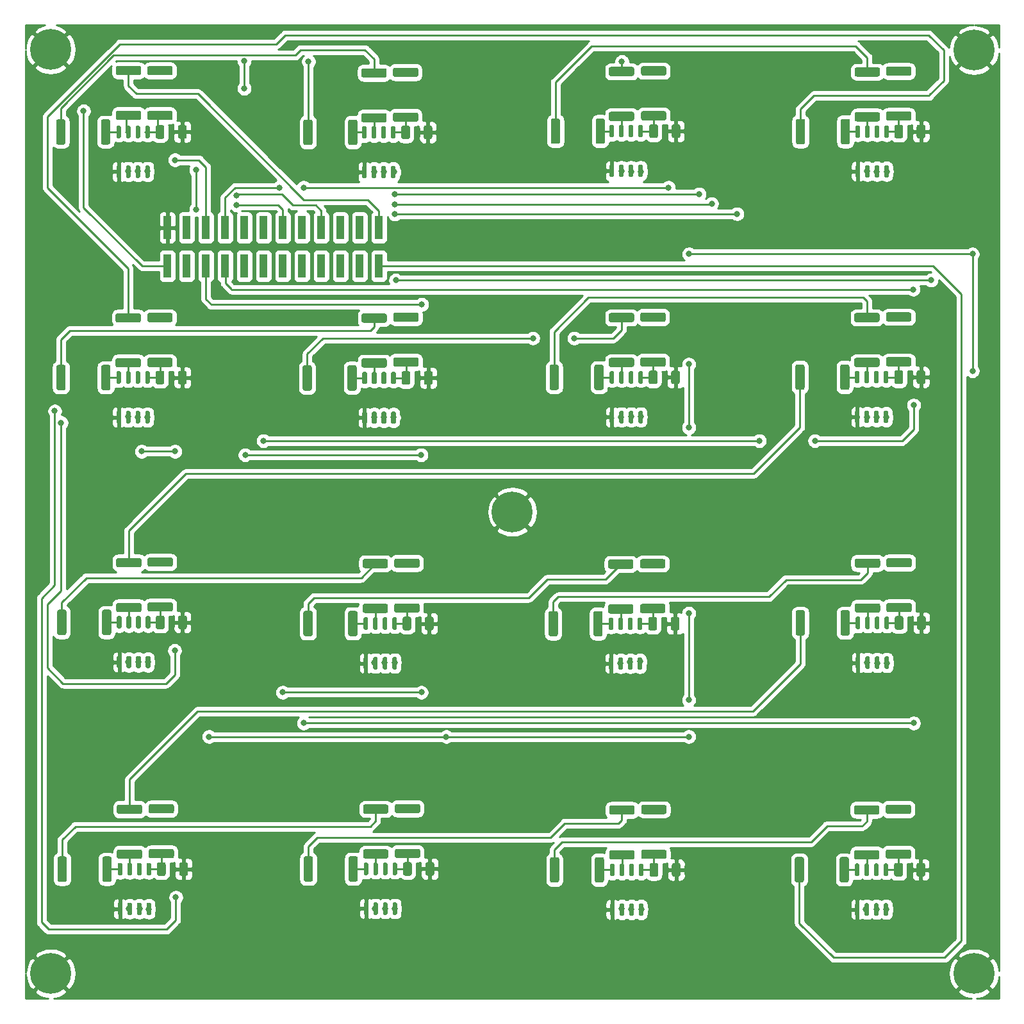
<source format=gbl>
G04 #@! TF.GenerationSoftware,KiCad,Pcbnew,5.1.10*
G04 #@! TF.CreationDate,2021-05-13T00:12:51+02:00*
G04 #@! TF.ProjectId,btn-matrix,62746e2d-6d61-4747-9269-782e6b696361,rev?*
G04 #@! TF.SameCoordinates,Original*
G04 #@! TF.FileFunction,Copper,L2,Bot*
G04 #@! TF.FilePolarity,Positive*
%FSLAX46Y46*%
G04 Gerber Fmt 4.6, Leading zero omitted, Abs format (unit mm)*
G04 Created by KiCad (PCBNEW 5.1.10) date 2021-05-13 00:12:51*
%MOMM*%
%LPD*%
G01*
G04 APERTURE LIST*
G04 #@! TA.AperFunction,ComponentPad*
%ADD10C,0.800000*%
G04 #@! TD*
G04 #@! TA.AperFunction,ComponentPad*
%ADD11C,5.400000*%
G04 #@! TD*
G04 #@! TA.AperFunction,SMDPad,CuDef*
%ADD12R,1.000000X3.150000*%
G04 #@! TD*
G04 #@! TA.AperFunction,ViaPad*
%ADD13C,0.800000*%
G04 #@! TD*
G04 #@! TA.AperFunction,Conductor*
%ADD14C,0.250000*%
G04 #@! TD*
G04 #@! TA.AperFunction,Conductor*
%ADD15C,0.254000*%
G04 #@! TD*
G04 #@! TA.AperFunction,Conductor*
%ADD16C,0.100000*%
G04 #@! TD*
G04 APERTURE END LIST*
D10*
X93836671Y-87643889D03*
X92404780Y-87050780D03*
X90972889Y-87643889D03*
X90379780Y-89075780D03*
X90972889Y-90507671D03*
X92404780Y-91100780D03*
X93836671Y-90507671D03*
X94429780Y-89075780D03*
D11*
X92404780Y-89075780D03*
D10*
X154836671Y-26643889D03*
X153404780Y-26050780D03*
X151972889Y-26643889D03*
X151379780Y-28075780D03*
X151972889Y-29507671D03*
X153404780Y-30100780D03*
X154836671Y-29507671D03*
X155429780Y-28075780D03*
D11*
X153404780Y-28075780D03*
D10*
X154836671Y-148643889D03*
X153404780Y-148050780D03*
X151972889Y-148643889D03*
X151379780Y-150075780D03*
X151972889Y-151507671D03*
X153404780Y-152100780D03*
X154836671Y-151507671D03*
X155429780Y-150075780D03*
D11*
X153404780Y-150075780D03*
D10*
X32836671Y-26568109D03*
X31404780Y-25975000D03*
X29972889Y-26568109D03*
X29379780Y-28000000D03*
X29972889Y-29431891D03*
X31404780Y-30025000D03*
X32836671Y-29431891D03*
X33429780Y-28000000D03*
D11*
X31404780Y-28000000D03*
D10*
X32863782Y-148643889D03*
X31431891Y-148050780D03*
X30000000Y-148643889D03*
X29406891Y-150075780D03*
X30000000Y-151507671D03*
X31431891Y-152100780D03*
X32863782Y-151507671D03*
X33456891Y-150075780D03*
D11*
X31431891Y-150075780D03*
D12*
X74769780Y-56575780D03*
X74769780Y-51525780D03*
X72229780Y-56575780D03*
X72229780Y-51525780D03*
X69689780Y-56575780D03*
X69689780Y-51525780D03*
X67149780Y-56575780D03*
X67149780Y-51525780D03*
X64609780Y-56575780D03*
X64609780Y-51525780D03*
X62069780Y-56575780D03*
X62069780Y-51525780D03*
X59529780Y-56575780D03*
X59529780Y-51525780D03*
X56989780Y-56575780D03*
X56989780Y-51525780D03*
X54449780Y-56575780D03*
X54449780Y-51525780D03*
X51909780Y-56575780D03*
X51909780Y-51525780D03*
X49369780Y-56575780D03*
X49369780Y-51525780D03*
X46829780Y-56575780D03*
X46829780Y-51525780D03*
G04 #@! TA.AperFunction,SMDPad,CuDef*
G36*
G01*
X45454780Y-136925781D02*
X45454780Y-135625779D01*
G75*
G02*
X45704779Y-135375780I249999J0D01*
G01*
X46354781Y-135375780D01*
G75*
G02*
X46604780Y-135625779I0J-249999D01*
G01*
X46604780Y-136925781D01*
G75*
G02*
X46354781Y-137175780I-249999J0D01*
G01*
X45704779Y-137175780D01*
G75*
G02*
X45454780Y-136925781I0J249999D01*
G01*
G37*
G04 #@! TD.AperFunction*
G04 #@! TA.AperFunction,SMDPad,CuDef*
G36*
G01*
X48404780Y-136925781D02*
X48404780Y-135625779D01*
G75*
G02*
X48654779Y-135375780I249999J0D01*
G01*
X49304781Y-135375780D01*
G75*
G02*
X49554780Y-135625779I0J-249999D01*
G01*
X49554780Y-136925781D01*
G75*
G02*
X49304781Y-137175780I-249999J0D01*
G01*
X48654779Y-137175780D01*
G75*
G02*
X48404780Y-136925781I0J249999D01*
G01*
G37*
G04 #@! TD.AperFunction*
G04 #@! TA.AperFunction,SMDPad,CuDef*
G36*
G01*
X48254780Y-104325781D02*
X48254780Y-103025779D01*
G75*
G02*
X48504779Y-102775780I249999J0D01*
G01*
X49154781Y-102775780D01*
G75*
G02*
X49404780Y-103025779I0J-249999D01*
G01*
X49404780Y-104325781D01*
G75*
G02*
X49154781Y-104575780I-249999J0D01*
G01*
X48504779Y-104575780D01*
G75*
G02*
X48254780Y-104325781I0J249999D01*
G01*
G37*
G04 #@! TD.AperFunction*
G04 #@! TA.AperFunction,SMDPad,CuDef*
G36*
G01*
X45304780Y-104325781D02*
X45304780Y-103025779D01*
G75*
G02*
X45554779Y-102775780I249999J0D01*
G01*
X46204781Y-102775780D01*
G75*
G02*
X46454780Y-103025779I0J-249999D01*
G01*
X46454780Y-104325781D01*
G75*
G02*
X46204781Y-104575780I-249999J0D01*
G01*
X45554779Y-104575780D01*
G75*
G02*
X45304780Y-104325781I0J249999D01*
G01*
G37*
G04 #@! TD.AperFunction*
G04 #@! TA.AperFunction,SMDPad,CuDef*
G36*
G01*
X45279780Y-71975781D02*
X45279780Y-70675779D01*
G75*
G02*
X45529779Y-70425780I249999J0D01*
G01*
X46179781Y-70425780D01*
G75*
G02*
X46429780Y-70675779I0J-249999D01*
G01*
X46429780Y-71975781D01*
G75*
G02*
X46179781Y-72225780I-249999J0D01*
G01*
X45529779Y-72225780D01*
G75*
G02*
X45279780Y-71975781I0J249999D01*
G01*
G37*
G04 #@! TD.AperFunction*
G04 #@! TA.AperFunction,SMDPad,CuDef*
G36*
G01*
X48229780Y-71975781D02*
X48229780Y-70675779D01*
G75*
G02*
X48479779Y-70425780I249999J0D01*
G01*
X49129781Y-70425780D01*
G75*
G02*
X49379780Y-70675779I0J-249999D01*
G01*
X49379780Y-71975781D01*
G75*
G02*
X49129781Y-72225780I-249999J0D01*
G01*
X48479779Y-72225780D01*
G75*
G02*
X48229780Y-71975781I0J249999D01*
G01*
G37*
G04 #@! TD.AperFunction*
G04 #@! TA.AperFunction,SMDPad,CuDef*
G36*
G01*
X45279780Y-39525781D02*
X45279780Y-38225779D01*
G75*
G02*
X45529779Y-37975780I249999J0D01*
G01*
X46179781Y-37975780D01*
G75*
G02*
X46429780Y-38225779I0J-249999D01*
G01*
X46429780Y-39525781D01*
G75*
G02*
X46179781Y-39775780I-249999J0D01*
G01*
X45529779Y-39775780D01*
G75*
G02*
X45279780Y-39525781I0J249999D01*
G01*
G37*
G04 #@! TD.AperFunction*
G04 #@! TA.AperFunction,SMDPad,CuDef*
G36*
G01*
X48229780Y-39525781D02*
X48229780Y-38225779D01*
G75*
G02*
X48479779Y-37975780I249999J0D01*
G01*
X49129781Y-37975780D01*
G75*
G02*
X49379780Y-38225779I0J-249999D01*
G01*
X49379780Y-39525781D01*
G75*
G02*
X49129781Y-39775780I-249999J0D01*
G01*
X48479779Y-39775780D01*
G75*
G02*
X48229780Y-39525781I0J249999D01*
G01*
G37*
G04 #@! TD.AperFunction*
G04 #@! TA.AperFunction,SMDPad,CuDef*
G36*
G01*
X80929780Y-136900781D02*
X80929780Y-135600779D01*
G75*
G02*
X81179779Y-135350780I249999J0D01*
G01*
X81829781Y-135350780D01*
G75*
G02*
X82079780Y-135600779I0J-249999D01*
G01*
X82079780Y-136900781D01*
G75*
G02*
X81829781Y-137150780I-249999J0D01*
G01*
X81179779Y-137150780D01*
G75*
G02*
X80929780Y-136900781I0J249999D01*
G01*
G37*
G04 #@! TD.AperFunction*
G04 #@! TA.AperFunction,SMDPad,CuDef*
G36*
G01*
X77979780Y-136900781D02*
X77979780Y-135600779D01*
G75*
G02*
X78229779Y-135350780I249999J0D01*
G01*
X78879781Y-135350780D01*
G75*
G02*
X79129780Y-135600779I0J-249999D01*
G01*
X79129780Y-136900781D01*
G75*
G02*
X78879781Y-137150780I-249999J0D01*
G01*
X78229779Y-137150780D01*
G75*
G02*
X77979780Y-136900781I0J249999D01*
G01*
G37*
G04 #@! TD.AperFunction*
G04 #@! TA.AperFunction,SMDPad,CuDef*
G36*
G01*
X77904780Y-104475781D02*
X77904780Y-103175779D01*
G75*
G02*
X78154779Y-102925780I249999J0D01*
G01*
X78804781Y-102925780D01*
G75*
G02*
X79054780Y-103175779I0J-249999D01*
G01*
X79054780Y-104475781D01*
G75*
G02*
X78804781Y-104725780I-249999J0D01*
G01*
X78154779Y-104725780D01*
G75*
G02*
X77904780Y-104475781I0J249999D01*
G01*
G37*
G04 #@! TD.AperFunction*
G04 #@! TA.AperFunction,SMDPad,CuDef*
G36*
G01*
X80854780Y-104475781D02*
X80854780Y-103175779D01*
G75*
G02*
X81104779Y-102925780I249999J0D01*
G01*
X81754781Y-102925780D01*
G75*
G02*
X82004780Y-103175779I0J-249999D01*
G01*
X82004780Y-104475781D01*
G75*
G02*
X81754781Y-104725780I-249999J0D01*
G01*
X81104779Y-104725780D01*
G75*
G02*
X80854780Y-104475781I0J249999D01*
G01*
G37*
G04 #@! TD.AperFunction*
G04 #@! TA.AperFunction,SMDPad,CuDef*
G36*
G01*
X80729780Y-72025781D02*
X80729780Y-70725779D01*
G75*
G02*
X80979779Y-70475780I249999J0D01*
G01*
X81629781Y-70475780D01*
G75*
G02*
X81879780Y-70725779I0J-249999D01*
G01*
X81879780Y-72025781D01*
G75*
G02*
X81629781Y-72275780I-249999J0D01*
G01*
X80979779Y-72275780D01*
G75*
G02*
X80729780Y-72025781I0J249999D01*
G01*
G37*
G04 #@! TD.AperFunction*
G04 #@! TA.AperFunction,SMDPad,CuDef*
G36*
G01*
X77779780Y-72025781D02*
X77779780Y-70725779D01*
G75*
G02*
X78029779Y-70475780I249999J0D01*
G01*
X78679781Y-70475780D01*
G75*
G02*
X78929780Y-70725779I0J-249999D01*
G01*
X78929780Y-72025781D01*
G75*
G02*
X78679781Y-72275780I-249999J0D01*
G01*
X78029779Y-72275780D01*
G75*
G02*
X77779780Y-72025781I0J249999D01*
G01*
G37*
G04 #@! TD.AperFunction*
G04 #@! TA.AperFunction,SMDPad,CuDef*
G36*
G01*
X77729780Y-39575781D02*
X77729780Y-38275779D01*
G75*
G02*
X77979779Y-38025780I249999J0D01*
G01*
X78629781Y-38025780D01*
G75*
G02*
X78879780Y-38275779I0J-249999D01*
G01*
X78879780Y-39575781D01*
G75*
G02*
X78629781Y-39825780I-249999J0D01*
G01*
X77979779Y-39825780D01*
G75*
G02*
X77729780Y-39575781I0J249999D01*
G01*
G37*
G04 #@! TD.AperFunction*
G04 #@! TA.AperFunction,SMDPad,CuDef*
G36*
G01*
X80679780Y-39575781D02*
X80679780Y-38275779D01*
G75*
G02*
X80929779Y-38025780I249999J0D01*
G01*
X81579781Y-38025780D01*
G75*
G02*
X81829780Y-38275779I0J-249999D01*
G01*
X81829780Y-39575781D01*
G75*
G02*
X81579781Y-39825780I-249999J0D01*
G01*
X80929779Y-39825780D01*
G75*
G02*
X80679780Y-39575781I0J249999D01*
G01*
G37*
G04 #@! TD.AperFunction*
G04 #@! TA.AperFunction,SMDPad,CuDef*
G36*
G01*
X110529780Y-137025781D02*
X110529780Y-135725779D01*
G75*
G02*
X110779779Y-135475780I249999J0D01*
G01*
X111429781Y-135475780D01*
G75*
G02*
X111679780Y-135725779I0J-249999D01*
G01*
X111679780Y-137025781D01*
G75*
G02*
X111429781Y-137275780I-249999J0D01*
G01*
X110779779Y-137275780D01*
G75*
G02*
X110529780Y-137025781I0J249999D01*
G01*
G37*
G04 #@! TD.AperFunction*
G04 #@! TA.AperFunction,SMDPad,CuDef*
G36*
G01*
X113479780Y-137025781D02*
X113479780Y-135725779D01*
G75*
G02*
X113729779Y-135475780I249999J0D01*
G01*
X114379781Y-135475780D01*
G75*
G02*
X114629780Y-135725779I0J-249999D01*
G01*
X114629780Y-137025781D01*
G75*
G02*
X114379781Y-137275780I-249999J0D01*
G01*
X113729779Y-137275780D01*
G75*
G02*
X113479780Y-137025781I0J249999D01*
G01*
G37*
G04 #@! TD.AperFunction*
G04 #@! TA.AperFunction,SMDPad,CuDef*
G36*
G01*
X113329780Y-104500781D02*
X113329780Y-103200779D01*
G75*
G02*
X113579779Y-102950780I249999J0D01*
G01*
X114229781Y-102950780D01*
G75*
G02*
X114479780Y-103200779I0J-249999D01*
G01*
X114479780Y-104500781D01*
G75*
G02*
X114229781Y-104750780I-249999J0D01*
G01*
X113579779Y-104750780D01*
G75*
G02*
X113329780Y-104500781I0J249999D01*
G01*
G37*
G04 #@! TD.AperFunction*
G04 #@! TA.AperFunction,SMDPad,CuDef*
G36*
G01*
X110379780Y-104500781D02*
X110379780Y-103200779D01*
G75*
G02*
X110629779Y-102950780I249999J0D01*
G01*
X111279781Y-102950780D01*
G75*
G02*
X111529780Y-103200779I0J-249999D01*
G01*
X111529780Y-104500781D01*
G75*
G02*
X111279781Y-104750780I-249999J0D01*
G01*
X110629779Y-104750780D01*
G75*
G02*
X110379780Y-104500781I0J249999D01*
G01*
G37*
G04 #@! TD.AperFunction*
G04 #@! TA.AperFunction,SMDPad,CuDef*
G36*
G01*
X113379780Y-71950781D02*
X113379780Y-70650779D01*
G75*
G02*
X113629779Y-70400780I249999J0D01*
G01*
X114279781Y-70400780D01*
G75*
G02*
X114529780Y-70650779I0J-249999D01*
G01*
X114529780Y-71950781D01*
G75*
G02*
X114279781Y-72200780I-249999J0D01*
G01*
X113629779Y-72200780D01*
G75*
G02*
X113379780Y-71950781I0J249999D01*
G01*
G37*
G04 #@! TD.AperFunction*
G04 #@! TA.AperFunction,SMDPad,CuDef*
G36*
G01*
X110429780Y-71950781D02*
X110429780Y-70650779D01*
G75*
G02*
X110679779Y-70400780I249999J0D01*
G01*
X111329781Y-70400780D01*
G75*
G02*
X111579780Y-70650779I0J-249999D01*
G01*
X111579780Y-71950781D01*
G75*
G02*
X111329781Y-72200780I-249999J0D01*
G01*
X110679779Y-72200780D01*
G75*
G02*
X110429780Y-71950781I0J249999D01*
G01*
G37*
G04 #@! TD.AperFunction*
G04 #@! TA.AperFunction,SMDPad,CuDef*
G36*
G01*
X110504780Y-39425781D02*
X110504780Y-38125779D01*
G75*
G02*
X110754779Y-37875780I249999J0D01*
G01*
X111404781Y-37875780D01*
G75*
G02*
X111654780Y-38125779I0J-249999D01*
G01*
X111654780Y-39425781D01*
G75*
G02*
X111404781Y-39675780I-249999J0D01*
G01*
X110754779Y-39675780D01*
G75*
G02*
X110504780Y-39425781I0J249999D01*
G01*
G37*
G04 #@! TD.AperFunction*
G04 #@! TA.AperFunction,SMDPad,CuDef*
G36*
G01*
X113454780Y-39425781D02*
X113454780Y-38125779D01*
G75*
G02*
X113704779Y-37875780I249999J0D01*
G01*
X114354781Y-37875780D01*
G75*
G02*
X114604780Y-38125779I0J-249999D01*
G01*
X114604780Y-39425781D01*
G75*
G02*
X114354781Y-39675780I-249999J0D01*
G01*
X113704779Y-39675780D01*
G75*
G02*
X113454780Y-39425781I0J249999D01*
G01*
G37*
G04 #@! TD.AperFunction*
G04 #@! TA.AperFunction,SMDPad,CuDef*
G36*
G01*
X142854780Y-137000781D02*
X142854780Y-135700779D01*
G75*
G02*
X143104779Y-135450780I249999J0D01*
G01*
X143754781Y-135450780D01*
G75*
G02*
X144004780Y-135700779I0J-249999D01*
G01*
X144004780Y-137000781D01*
G75*
G02*
X143754781Y-137250780I-249999J0D01*
G01*
X143104779Y-137250780D01*
G75*
G02*
X142854780Y-137000781I0J249999D01*
G01*
G37*
G04 #@! TD.AperFunction*
G04 #@! TA.AperFunction,SMDPad,CuDef*
G36*
G01*
X145804780Y-137000781D02*
X145804780Y-135700779D01*
G75*
G02*
X146054779Y-135450780I249999J0D01*
G01*
X146704781Y-135450780D01*
G75*
G02*
X146954780Y-135700779I0J-249999D01*
G01*
X146954780Y-137000781D01*
G75*
G02*
X146704781Y-137250780I-249999J0D01*
G01*
X146054779Y-137250780D01*
G75*
G02*
X145804780Y-137000781I0J249999D01*
G01*
G37*
G04 #@! TD.AperFunction*
G04 #@! TA.AperFunction,SMDPad,CuDef*
G36*
G01*
X145879780Y-104400781D02*
X145879780Y-103100779D01*
G75*
G02*
X146129779Y-102850780I249999J0D01*
G01*
X146779781Y-102850780D01*
G75*
G02*
X147029780Y-103100779I0J-249999D01*
G01*
X147029780Y-104400781D01*
G75*
G02*
X146779781Y-104650780I-249999J0D01*
G01*
X146129779Y-104650780D01*
G75*
G02*
X145879780Y-104400781I0J249999D01*
G01*
G37*
G04 #@! TD.AperFunction*
G04 #@! TA.AperFunction,SMDPad,CuDef*
G36*
G01*
X142929780Y-104400781D02*
X142929780Y-103100779D01*
G75*
G02*
X143179779Y-102850780I249999J0D01*
G01*
X143829781Y-102850780D01*
G75*
G02*
X144079780Y-103100779I0J-249999D01*
G01*
X144079780Y-104400781D01*
G75*
G02*
X143829781Y-104650780I-249999J0D01*
G01*
X143179779Y-104650780D01*
G75*
G02*
X142929780Y-104400781I0J249999D01*
G01*
G37*
G04 #@! TD.AperFunction*
G04 #@! TA.AperFunction,SMDPad,CuDef*
G36*
G01*
X145829780Y-71925781D02*
X145829780Y-70625779D01*
G75*
G02*
X146079779Y-70375780I249999J0D01*
G01*
X146729781Y-70375780D01*
G75*
G02*
X146979780Y-70625779I0J-249999D01*
G01*
X146979780Y-71925781D01*
G75*
G02*
X146729781Y-72175780I-249999J0D01*
G01*
X146079779Y-72175780D01*
G75*
G02*
X145829780Y-71925781I0J249999D01*
G01*
G37*
G04 #@! TD.AperFunction*
G04 #@! TA.AperFunction,SMDPad,CuDef*
G36*
G01*
X142879780Y-71925781D02*
X142879780Y-70625779D01*
G75*
G02*
X143129779Y-70375780I249999J0D01*
G01*
X143779781Y-70375780D01*
G75*
G02*
X144029780Y-70625779I0J-249999D01*
G01*
X144029780Y-71925781D01*
G75*
G02*
X143779781Y-72175780I-249999J0D01*
G01*
X143129779Y-72175780D01*
G75*
G02*
X142879780Y-71925781I0J249999D01*
G01*
G37*
G04 #@! TD.AperFunction*
G04 #@! TA.AperFunction,SMDPad,CuDef*
G36*
G01*
X145829780Y-39475781D02*
X145829780Y-38175779D01*
G75*
G02*
X146079779Y-37925780I249999J0D01*
G01*
X146729781Y-37925780D01*
G75*
G02*
X146979780Y-38175779I0J-249999D01*
G01*
X146979780Y-39475781D01*
G75*
G02*
X146729781Y-39725780I-249999J0D01*
G01*
X146079779Y-39725780D01*
G75*
G02*
X145829780Y-39475781I0J249999D01*
G01*
G37*
G04 #@! TD.AperFunction*
G04 #@! TA.AperFunction,SMDPad,CuDef*
G36*
G01*
X142879780Y-39475781D02*
X142879780Y-38175779D01*
G75*
G02*
X143129779Y-37925780I249999J0D01*
G01*
X143779781Y-37925780D01*
G75*
G02*
X144029780Y-38175779I0J-249999D01*
G01*
X144029780Y-39475781D01*
G75*
G02*
X143779781Y-39725780I-249999J0D01*
G01*
X143129779Y-39725780D01*
G75*
G02*
X142879780Y-39475781I0J249999D01*
G01*
G37*
G04 #@! TD.AperFunction*
G04 #@! TA.AperFunction,SMDPad,CuDef*
G36*
G01*
X43254780Y-128988280D02*
X40404780Y-128988280D01*
G75*
G02*
X40154780Y-128738280I0J250000D01*
G01*
X40154780Y-128013280D01*
G75*
G02*
X40404780Y-127763280I250000J0D01*
G01*
X43254780Y-127763280D01*
G75*
G02*
X43504780Y-128013280I0J-250000D01*
G01*
X43504780Y-128738280D01*
G75*
G02*
X43254780Y-128988280I-250000J0D01*
G01*
G37*
G04 #@! TD.AperFunction*
G04 #@! TA.AperFunction,SMDPad,CuDef*
G36*
G01*
X43254780Y-134913280D02*
X40404780Y-134913280D01*
G75*
G02*
X40154780Y-134663280I0J250000D01*
G01*
X40154780Y-133938280D01*
G75*
G02*
X40404780Y-133688280I250000J0D01*
G01*
X43254780Y-133688280D01*
G75*
G02*
X43504780Y-133938280I0J-250000D01*
G01*
X43504780Y-134663280D01*
G75*
G02*
X43254780Y-134913280I-250000J0D01*
G01*
G37*
G04 #@! TD.AperFunction*
G04 #@! TA.AperFunction,SMDPad,CuDef*
G36*
G01*
X39467280Y-134850780D02*
X39467280Y-137700780D01*
G75*
G02*
X39217280Y-137950780I-250000J0D01*
G01*
X38492280Y-137950780D01*
G75*
G02*
X38242280Y-137700780I0J250000D01*
G01*
X38242280Y-134850780D01*
G75*
G02*
X38492280Y-134600780I250000J0D01*
G01*
X39217280Y-134600780D01*
G75*
G02*
X39467280Y-134850780I0J-250000D01*
G01*
G37*
G04 #@! TD.AperFunction*
G04 #@! TA.AperFunction,SMDPad,CuDef*
G36*
G01*
X33542280Y-134850780D02*
X33542280Y-137700780D01*
G75*
G02*
X33292280Y-137950780I-250000J0D01*
G01*
X32567280Y-137950780D01*
G75*
G02*
X32317280Y-137700780I0J250000D01*
G01*
X32317280Y-134850780D01*
G75*
G02*
X32567280Y-134600780I250000J0D01*
G01*
X33292280Y-134600780D01*
G75*
G02*
X33542280Y-134850780I0J-250000D01*
G01*
G37*
G04 #@! TD.AperFunction*
G04 #@! TA.AperFunction,SMDPad,CuDef*
G36*
G01*
X43154780Y-96413280D02*
X40304780Y-96413280D01*
G75*
G02*
X40054780Y-96163280I0J250000D01*
G01*
X40054780Y-95438280D01*
G75*
G02*
X40304780Y-95188280I250000J0D01*
G01*
X43154780Y-95188280D01*
G75*
G02*
X43404780Y-95438280I0J-250000D01*
G01*
X43404780Y-96163280D01*
G75*
G02*
X43154780Y-96413280I-250000J0D01*
G01*
G37*
G04 #@! TD.AperFunction*
G04 #@! TA.AperFunction,SMDPad,CuDef*
G36*
G01*
X43154780Y-102338280D02*
X40304780Y-102338280D01*
G75*
G02*
X40054780Y-102088280I0J250000D01*
G01*
X40054780Y-101363280D01*
G75*
G02*
X40304780Y-101113280I250000J0D01*
G01*
X43154780Y-101113280D01*
G75*
G02*
X43404780Y-101363280I0J-250000D01*
G01*
X43404780Y-102088280D01*
G75*
G02*
X43154780Y-102338280I-250000J0D01*
G01*
G37*
G04 #@! TD.AperFunction*
G04 #@! TA.AperFunction,SMDPad,CuDef*
G36*
G01*
X39417280Y-102250780D02*
X39417280Y-105100780D01*
G75*
G02*
X39167280Y-105350780I-250000J0D01*
G01*
X38442280Y-105350780D01*
G75*
G02*
X38192280Y-105100780I0J250000D01*
G01*
X38192280Y-102250780D01*
G75*
G02*
X38442280Y-102000780I250000J0D01*
G01*
X39167280Y-102000780D01*
G75*
G02*
X39417280Y-102250780I0J-250000D01*
G01*
G37*
G04 #@! TD.AperFunction*
G04 #@! TA.AperFunction,SMDPad,CuDef*
G36*
G01*
X33492280Y-102250780D02*
X33492280Y-105100780D01*
G75*
G02*
X33242280Y-105350780I-250000J0D01*
G01*
X32517280Y-105350780D01*
G75*
G02*
X32267280Y-105100780I0J250000D01*
G01*
X32267280Y-102250780D01*
G75*
G02*
X32517280Y-102000780I250000J0D01*
G01*
X33242280Y-102000780D01*
G75*
G02*
X33492280Y-102250780I0J-250000D01*
G01*
G37*
G04 #@! TD.AperFunction*
G04 #@! TA.AperFunction,SMDPad,CuDef*
G36*
G01*
X43079780Y-64063280D02*
X40229780Y-64063280D01*
G75*
G02*
X39979780Y-63813280I0J250000D01*
G01*
X39979780Y-63088280D01*
G75*
G02*
X40229780Y-62838280I250000J0D01*
G01*
X43079780Y-62838280D01*
G75*
G02*
X43329780Y-63088280I0J-250000D01*
G01*
X43329780Y-63813280D01*
G75*
G02*
X43079780Y-64063280I-250000J0D01*
G01*
G37*
G04 #@! TD.AperFunction*
G04 #@! TA.AperFunction,SMDPad,CuDef*
G36*
G01*
X43079780Y-69988280D02*
X40229780Y-69988280D01*
G75*
G02*
X39979780Y-69738280I0J250000D01*
G01*
X39979780Y-69013280D01*
G75*
G02*
X40229780Y-68763280I250000J0D01*
G01*
X43079780Y-68763280D01*
G75*
G02*
X43329780Y-69013280I0J-250000D01*
G01*
X43329780Y-69738280D01*
G75*
G02*
X43079780Y-69988280I-250000J0D01*
G01*
G37*
G04 #@! TD.AperFunction*
G04 #@! TA.AperFunction,SMDPad,CuDef*
G36*
G01*
X39317280Y-69900780D02*
X39317280Y-72750780D01*
G75*
G02*
X39067280Y-73000780I-250000J0D01*
G01*
X38342280Y-73000780D01*
G75*
G02*
X38092280Y-72750780I0J250000D01*
G01*
X38092280Y-69900780D01*
G75*
G02*
X38342280Y-69650780I250000J0D01*
G01*
X39067280Y-69650780D01*
G75*
G02*
X39317280Y-69900780I0J-250000D01*
G01*
G37*
G04 #@! TD.AperFunction*
G04 #@! TA.AperFunction,SMDPad,CuDef*
G36*
G01*
X33392280Y-69900780D02*
X33392280Y-72750780D01*
G75*
G02*
X33142280Y-73000780I-250000J0D01*
G01*
X32417280Y-73000780D01*
G75*
G02*
X32167280Y-72750780I0J250000D01*
G01*
X32167280Y-69900780D01*
G75*
G02*
X32417280Y-69650780I250000J0D01*
G01*
X33142280Y-69650780D01*
G75*
G02*
X33392280Y-69900780I0J-250000D01*
G01*
G37*
G04 #@! TD.AperFunction*
G04 #@! TA.AperFunction,SMDPad,CuDef*
G36*
G01*
X43104780Y-37300780D02*
X40254780Y-37300780D01*
G75*
G02*
X40004780Y-37050780I0J250000D01*
G01*
X40004780Y-36325780D01*
G75*
G02*
X40254780Y-36075780I250000J0D01*
G01*
X43104780Y-36075780D01*
G75*
G02*
X43354780Y-36325780I0J-250000D01*
G01*
X43354780Y-37050780D01*
G75*
G02*
X43104780Y-37300780I-250000J0D01*
G01*
G37*
G04 #@! TD.AperFunction*
G04 #@! TA.AperFunction,SMDPad,CuDef*
G36*
G01*
X43104780Y-31375780D02*
X40254780Y-31375780D01*
G75*
G02*
X40004780Y-31125780I0J250000D01*
G01*
X40004780Y-30400780D01*
G75*
G02*
X40254780Y-30150780I250000J0D01*
G01*
X43104780Y-30150780D01*
G75*
G02*
X43354780Y-30400780I0J-250000D01*
G01*
X43354780Y-31125780D01*
G75*
G02*
X43104780Y-31375780I-250000J0D01*
G01*
G37*
G04 #@! TD.AperFunction*
G04 #@! TA.AperFunction,SMDPad,CuDef*
G36*
G01*
X33354780Y-37450780D02*
X33354780Y-40300780D01*
G75*
G02*
X33104780Y-40550780I-250000J0D01*
G01*
X32379780Y-40550780D01*
G75*
G02*
X32129780Y-40300780I0J250000D01*
G01*
X32129780Y-37450780D01*
G75*
G02*
X32379780Y-37200780I250000J0D01*
G01*
X33104780Y-37200780D01*
G75*
G02*
X33354780Y-37450780I0J-250000D01*
G01*
G37*
G04 #@! TD.AperFunction*
G04 #@! TA.AperFunction,SMDPad,CuDef*
G36*
G01*
X39279780Y-37450780D02*
X39279780Y-40300780D01*
G75*
G02*
X39029780Y-40550780I-250000J0D01*
G01*
X38304780Y-40550780D01*
G75*
G02*
X38054780Y-40300780I0J250000D01*
G01*
X38054780Y-37450780D01*
G75*
G02*
X38304780Y-37200780I250000J0D01*
G01*
X39029780Y-37200780D01*
G75*
G02*
X39279780Y-37450780I0J-250000D01*
G01*
G37*
G04 #@! TD.AperFunction*
G04 #@! TA.AperFunction,SMDPad,CuDef*
G36*
G01*
X47454780Y-134838280D02*
X44604780Y-134838280D01*
G75*
G02*
X44354780Y-134588280I0J250000D01*
G01*
X44354780Y-133863280D01*
G75*
G02*
X44604780Y-133613280I250000J0D01*
G01*
X47454780Y-133613280D01*
G75*
G02*
X47704780Y-133863280I0J-250000D01*
G01*
X47704780Y-134588280D01*
G75*
G02*
X47454780Y-134838280I-250000J0D01*
G01*
G37*
G04 #@! TD.AperFunction*
G04 #@! TA.AperFunction,SMDPad,CuDef*
G36*
G01*
X47454780Y-128913280D02*
X44604780Y-128913280D01*
G75*
G02*
X44354780Y-128663280I0J250000D01*
G01*
X44354780Y-127938280D01*
G75*
G02*
X44604780Y-127688280I250000J0D01*
G01*
X47454780Y-127688280D01*
G75*
G02*
X47704780Y-127938280I0J-250000D01*
G01*
X47704780Y-128663280D01*
G75*
G02*
X47454780Y-128913280I-250000J0D01*
G01*
G37*
G04 #@! TD.AperFunction*
G04 #@! TA.AperFunction,SMDPad,CuDef*
G36*
G01*
X47304780Y-96325780D02*
X44454780Y-96325780D01*
G75*
G02*
X44204780Y-96075780I0J250000D01*
G01*
X44204780Y-95350780D01*
G75*
G02*
X44454780Y-95100780I250000J0D01*
G01*
X47304780Y-95100780D01*
G75*
G02*
X47554780Y-95350780I0J-250000D01*
G01*
X47554780Y-96075780D01*
G75*
G02*
X47304780Y-96325780I-250000J0D01*
G01*
G37*
G04 #@! TD.AperFunction*
G04 #@! TA.AperFunction,SMDPad,CuDef*
G36*
G01*
X47304780Y-102250780D02*
X44454780Y-102250780D01*
G75*
G02*
X44204780Y-102000780I0J250000D01*
G01*
X44204780Y-101275780D01*
G75*
G02*
X44454780Y-101025780I250000J0D01*
G01*
X47304780Y-101025780D01*
G75*
G02*
X47554780Y-101275780I0J-250000D01*
G01*
X47554780Y-102000780D01*
G75*
G02*
X47304780Y-102250780I-250000J0D01*
G01*
G37*
G04 #@! TD.AperFunction*
G04 #@! TA.AperFunction,SMDPad,CuDef*
G36*
G01*
X47279780Y-69938280D02*
X44429780Y-69938280D01*
G75*
G02*
X44179780Y-69688280I0J250000D01*
G01*
X44179780Y-68963280D01*
G75*
G02*
X44429780Y-68713280I250000J0D01*
G01*
X47279780Y-68713280D01*
G75*
G02*
X47529780Y-68963280I0J-250000D01*
G01*
X47529780Y-69688280D01*
G75*
G02*
X47279780Y-69938280I-250000J0D01*
G01*
G37*
G04 #@! TD.AperFunction*
G04 #@! TA.AperFunction,SMDPad,CuDef*
G36*
G01*
X47279780Y-64013280D02*
X44429780Y-64013280D01*
G75*
G02*
X44179780Y-63763280I0J250000D01*
G01*
X44179780Y-63038280D01*
G75*
G02*
X44429780Y-62788280I250000J0D01*
G01*
X47279780Y-62788280D01*
G75*
G02*
X47529780Y-63038280I0J-250000D01*
G01*
X47529780Y-63763280D01*
G75*
G02*
X47279780Y-64013280I-250000J0D01*
G01*
G37*
G04 #@! TD.AperFunction*
G04 #@! TA.AperFunction,SMDPad,CuDef*
G36*
G01*
X47279780Y-31388280D02*
X44429780Y-31388280D01*
G75*
G02*
X44179780Y-31138280I0J250000D01*
G01*
X44179780Y-30413280D01*
G75*
G02*
X44429780Y-30163280I250000J0D01*
G01*
X47279780Y-30163280D01*
G75*
G02*
X47529780Y-30413280I0J-250000D01*
G01*
X47529780Y-31138280D01*
G75*
G02*
X47279780Y-31388280I-250000J0D01*
G01*
G37*
G04 #@! TD.AperFunction*
G04 #@! TA.AperFunction,SMDPad,CuDef*
G36*
G01*
X47279780Y-37313280D02*
X44429780Y-37313280D01*
G75*
G02*
X44179780Y-37063280I0J250000D01*
G01*
X44179780Y-36338280D01*
G75*
G02*
X44429780Y-36088280I250000J0D01*
G01*
X47279780Y-36088280D01*
G75*
G02*
X47529780Y-36338280I0J-250000D01*
G01*
X47529780Y-37063280D01*
G75*
G02*
X47279780Y-37313280I-250000J0D01*
G01*
G37*
G04 #@! TD.AperFunction*
G04 #@! TA.AperFunction,SMDPad,CuDef*
G36*
G01*
X75779780Y-134888280D02*
X72929780Y-134888280D01*
G75*
G02*
X72679780Y-134638280I0J250000D01*
G01*
X72679780Y-133913280D01*
G75*
G02*
X72929780Y-133663280I250000J0D01*
G01*
X75779780Y-133663280D01*
G75*
G02*
X76029780Y-133913280I0J-250000D01*
G01*
X76029780Y-134638280D01*
G75*
G02*
X75779780Y-134888280I-250000J0D01*
G01*
G37*
G04 #@! TD.AperFunction*
G04 #@! TA.AperFunction,SMDPad,CuDef*
G36*
G01*
X75779780Y-128963280D02*
X72929780Y-128963280D01*
G75*
G02*
X72679780Y-128713280I0J250000D01*
G01*
X72679780Y-127988280D01*
G75*
G02*
X72929780Y-127738280I250000J0D01*
G01*
X75779780Y-127738280D01*
G75*
G02*
X76029780Y-127988280I0J-250000D01*
G01*
X76029780Y-128713280D01*
G75*
G02*
X75779780Y-128963280I-250000J0D01*
G01*
G37*
G04 #@! TD.AperFunction*
G04 #@! TA.AperFunction,SMDPad,CuDef*
G36*
G01*
X66067280Y-134825780D02*
X66067280Y-137675780D01*
G75*
G02*
X65817280Y-137925780I-250000J0D01*
G01*
X65092280Y-137925780D01*
G75*
G02*
X64842280Y-137675780I0J250000D01*
G01*
X64842280Y-134825780D01*
G75*
G02*
X65092280Y-134575780I250000J0D01*
G01*
X65817280Y-134575780D01*
G75*
G02*
X66067280Y-134825780I0J-250000D01*
G01*
G37*
G04 #@! TD.AperFunction*
G04 #@! TA.AperFunction,SMDPad,CuDef*
G36*
G01*
X71992280Y-134825780D02*
X71992280Y-137675780D01*
G75*
G02*
X71742280Y-137925780I-250000J0D01*
G01*
X71017280Y-137925780D01*
G75*
G02*
X70767280Y-137675780I0J250000D01*
G01*
X70767280Y-134825780D01*
G75*
G02*
X71017280Y-134575780I250000J0D01*
G01*
X71742280Y-134575780D01*
G75*
G02*
X71992280Y-134825780I0J-250000D01*
G01*
G37*
G04 #@! TD.AperFunction*
G04 #@! TA.AperFunction,SMDPad,CuDef*
G36*
G01*
X75729780Y-102438280D02*
X72879780Y-102438280D01*
G75*
G02*
X72629780Y-102188280I0J250000D01*
G01*
X72629780Y-101463280D01*
G75*
G02*
X72879780Y-101213280I250000J0D01*
G01*
X75729780Y-101213280D01*
G75*
G02*
X75979780Y-101463280I0J-250000D01*
G01*
X75979780Y-102188280D01*
G75*
G02*
X75729780Y-102438280I-250000J0D01*
G01*
G37*
G04 #@! TD.AperFunction*
G04 #@! TA.AperFunction,SMDPad,CuDef*
G36*
G01*
X75729780Y-96513280D02*
X72879780Y-96513280D01*
G75*
G02*
X72629780Y-96263280I0J250000D01*
G01*
X72629780Y-95538280D01*
G75*
G02*
X72879780Y-95288280I250000J0D01*
G01*
X75729780Y-95288280D01*
G75*
G02*
X75979780Y-95538280I0J-250000D01*
G01*
X75979780Y-96263280D01*
G75*
G02*
X75729780Y-96513280I-250000J0D01*
G01*
G37*
G04 #@! TD.AperFunction*
G04 #@! TA.AperFunction,SMDPad,CuDef*
G36*
G01*
X66017280Y-102400780D02*
X66017280Y-105250780D01*
G75*
G02*
X65767280Y-105500780I-250000J0D01*
G01*
X65042280Y-105500780D01*
G75*
G02*
X64792280Y-105250780I0J250000D01*
G01*
X64792280Y-102400780D01*
G75*
G02*
X65042280Y-102150780I250000J0D01*
G01*
X65767280Y-102150780D01*
G75*
G02*
X66017280Y-102400780I0J-250000D01*
G01*
G37*
G04 #@! TD.AperFunction*
G04 #@! TA.AperFunction,SMDPad,CuDef*
G36*
G01*
X71942280Y-102400780D02*
X71942280Y-105250780D01*
G75*
G02*
X71692280Y-105500780I-250000J0D01*
G01*
X70967280Y-105500780D01*
G75*
G02*
X70717280Y-105250780I0J250000D01*
G01*
X70717280Y-102400780D01*
G75*
G02*
X70967280Y-102150780I250000J0D01*
G01*
X71692280Y-102150780D01*
G75*
G02*
X71942280Y-102400780I0J-250000D01*
G01*
G37*
G04 #@! TD.AperFunction*
G04 #@! TA.AperFunction,SMDPad,CuDef*
G36*
G01*
X75579780Y-64088280D02*
X72729780Y-64088280D01*
G75*
G02*
X72479780Y-63838280I0J250000D01*
G01*
X72479780Y-63113280D01*
G75*
G02*
X72729780Y-62863280I250000J0D01*
G01*
X75579780Y-62863280D01*
G75*
G02*
X75829780Y-63113280I0J-250000D01*
G01*
X75829780Y-63838280D01*
G75*
G02*
X75579780Y-64088280I-250000J0D01*
G01*
G37*
G04 #@! TD.AperFunction*
G04 #@! TA.AperFunction,SMDPad,CuDef*
G36*
G01*
X75579780Y-70013280D02*
X72729780Y-70013280D01*
G75*
G02*
X72479780Y-69763280I0J250000D01*
G01*
X72479780Y-69038280D01*
G75*
G02*
X72729780Y-68788280I250000J0D01*
G01*
X75579780Y-68788280D01*
G75*
G02*
X75829780Y-69038280I0J-250000D01*
G01*
X75829780Y-69763280D01*
G75*
G02*
X75579780Y-70013280I-250000J0D01*
G01*
G37*
G04 #@! TD.AperFunction*
G04 #@! TA.AperFunction,SMDPad,CuDef*
G36*
G01*
X71842280Y-69950780D02*
X71842280Y-72800780D01*
G75*
G02*
X71592280Y-73050780I-250000J0D01*
G01*
X70867280Y-73050780D01*
G75*
G02*
X70617280Y-72800780I0J250000D01*
G01*
X70617280Y-69950780D01*
G75*
G02*
X70867280Y-69700780I250000J0D01*
G01*
X71592280Y-69700780D01*
G75*
G02*
X71842280Y-69950780I0J-250000D01*
G01*
G37*
G04 #@! TD.AperFunction*
G04 #@! TA.AperFunction,SMDPad,CuDef*
G36*
G01*
X65917280Y-69950780D02*
X65917280Y-72800780D01*
G75*
G02*
X65667280Y-73050780I-250000J0D01*
G01*
X64942280Y-73050780D01*
G75*
G02*
X64692280Y-72800780I0J250000D01*
G01*
X64692280Y-69950780D01*
G75*
G02*
X64942280Y-69700780I250000J0D01*
G01*
X65667280Y-69700780D01*
G75*
G02*
X65917280Y-69950780I0J-250000D01*
G01*
G37*
G04 #@! TD.AperFunction*
G04 #@! TA.AperFunction,SMDPad,CuDef*
G36*
G01*
X75554780Y-37613280D02*
X72704780Y-37613280D01*
G75*
G02*
X72454780Y-37363280I0J250000D01*
G01*
X72454780Y-36638280D01*
G75*
G02*
X72704780Y-36388280I250000J0D01*
G01*
X75554780Y-36388280D01*
G75*
G02*
X75804780Y-36638280I0J-250000D01*
G01*
X75804780Y-37363280D01*
G75*
G02*
X75554780Y-37613280I-250000J0D01*
G01*
G37*
G04 #@! TD.AperFunction*
G04 #@! TA.AperFunction,SMDPad,CuDef*
G36*
G01*
X75554780Y-31688280D02*
X72704780Y-31688280D01*
G75*
G02*
X72454780Y-31438280I0J250000D01*
G01*
X72454780Y-30713280D01*
G75*
G02*
X72704780Y-30463280I250000J0D01*
G01*
X75554780Y-30463280D01*
G75*
G02*
X75804780Y-30713280I0J-250000D01*
G01*
X75804780Y-31438280D01*
G75*
G02*
X75554780Y-31688280I-250000J0D01*
G01*
G37*
G04 #@! TD.AperFunction*
G04 #@! TA.AperFunction,SMDPad,CuDef*
G36*
G01*
X66017280Y-37500780D02*
X66017280Y-40350780D01*
G75*
G02*
X65767280Y-40600780I-250000J0D01*
G01*
X65042280Y-40600780D01*
G75*
G02*
X64792280Y-40350780I0J250000D01*
G01*
X64792280Y-37500780D01*
G75*
G02*
X65042280Y-37250780I250000J0D01*
G01*
X65767280Y-37250780D01*
G75*
G02*
X66017280Y-37500780I0J-250000D01*
G01*
G37*
G04 #@! TD.AperFunction*
G04 #@! TA.AperFunction,SMDPad,CuDef*
G36*
G01*
X71942280Y-37500780D02*
X71942280Y-40350780D01*
G75*
G02*
X71692280Y-40600780I-250000J0D01*
G01*
X70967280Y-40600780D01*
G75*
G02*
X70717280Y-40350780I0J250000D01*
G01*
X70717280Y-37500780D01*
G75*
G02*
X70967280Y-37250780I250000J0D01*
G01*
X71692280Y-37250780D01*
G75*
G02*
X71942280Y-37500780I0J-250000D01*
G01*
G37*
G04 #@! TD.AperFunction*
G04 #@! TA.AperFunction,SMDPad,CuDef*
G36*
G01*
X79979780Y-134813280D02*
X77129780Y-134813280D01*
G75*
G02*
X76879780Y-134563280I0J250000D01*
G01*
X76879780Y-133838280D01*
G75*
G02*
X77129780Y-133588280I250000J0D01*
G01*
X79979780Y-133588280D01*
G75*
G02*
X80229780Y-133838280I0J-250000D01*
G01*
X80229780Y-134563280D01*
G75*
G02*
X79979780Y-134813280I-250000J0D01*
G01*
G37*
G04 #@! TD.AperFunction*
G04 #@! TA.AperFunction,SMDPad,CuDef*
G36*
G01*
X79979780Y-128888280D02*
X77129780Y-128888280D01*
G75*
G02*
X76879780Y-128638280I0J250000D01*
G01*
X76879780Y-127913280D01*
G75*
G02*
X77129780Y-127663280I250000J0D01*
G01*
X79979780Y-127663280D01*
G75*
G02*
X80229780Y-127913280I0J-250000D01*
G01*
X80229780Y-128638280D01*
G75*
G02*
X79979780Y-128888280I-250000J0D01*
G01*
G37*
G04 #@! TD.AperFunction*
G04 #@! TA.AperFunction,SMDPad,CuDef*
G36*
G01*
X79904780Y-102388280D02*
X77054780Y-102388280D01*
G75*
G02*
X76804780Y-102138280I0J250000D01*
G01*
X76804780Y-101413280D01*
G75*
G02*
X77054780Y-101163280I250000J0D01*
G01*
X79904780Y-101163280D01*
G75*
G02*
X80154780Y-101413280I0J-250000D01*
G01*
X80154780Y-102138280D01*
G75*
G02*
X79904780Y-102388280I-250000J0D01*
G01*
G37*
G04 #@! TD.AperFunction*
G04 #@! TA.AperFunction,SMDPad,CuDef*
G36*
G01*
X79904780Y-96463280D02*
X77054780Y-96463280D01*
G75*
G02*
X76804780Y-96213280I0J250000D01*
G01*
X76804780Y-95488280D01*
G75*
G02*
X77054780Y-95238280I250000J0D01*
G01*
X79904780Y-95238280D01*
G75*
G02*
X80154780Y-95488280I0J-250000D01*
G01*
X80154780Y-96213280D01*
G75*
G02*
X79904780Y-96463280I-250000J0D01*
G01*
G37*
G04 #@! TD.AperFunction*
G04 #@! TA.AperFunction,SMDPad,CuDef*
G36*
G01*
X79779780Y-69888280D02*
X76929780Y-69888280D01*
G75*
G02*
X76679780Y-69638280I0J250000D01*
G01*
X76679780Y-68913280D01*
G75*
G02*
X76929780Y-68663280I250000J0D01*
G01*
X79779780Y-68663280D01*
G75*
G02*
X80029780Y-68913280I0J-250000D01*
G01*
X80029780Y-69638280D01*
G75*
G02*
X79779780Y-69888280I-250000J0D01*
G01*
G37*
G04 #@! TD.AperFunction*
G04 #@! TA.AperFunction,SMDPad,CuDef*
G36*
G01*
X79779780Y-63963280D02*
X76929780Y-63963280D01*
G75*
G02*
X76679780Y-63713280I0J250000D01*
G01*
X76679780Y-62988280D01*
G75*
G02*
X76929780Y-62738280I250000J0D01*
G01*
X79779780Y-62738280D01*
G75*
G02*
X80029780Y-62988280I0J-250000D01*
G01*
X80029780Y-63713280D01*
G75*
G02*
X79779780Y-63963280I-250000J0D01*
G01*
G37*
G04 #@! TD.AperFunction*
G04 #@! TA.AperFunction,SMDPad,CuDef*
G36*
G01*
X79729780Y-31613280D02*
X76879780Y-31613280D01*
G75*
G02*
X76629780Y-31363280I0J250000D01*
G01*
X76629780Y-30638280D01*
G75*
G02*
X76879780Y-30388280I250000J0D01*
G01*
X79729780Y-30388280D01*
G75*
G02*
X79979780Y-30638280I0J-250000D01*
G01*
X79979780Y-31363280D01*
G75*
G02*
X79729780Y-31613280I-250000J0D01*
G01*
G37*
G04 #@! TD.AperFunction*
G04 #@! TA.AperFunction,SMDPad,CuDef*
G36*
G01*
X79729780Y-37538280D02*
X76879780Y-37538280D01*
G75*
G02*
X76629780Y-37288280I0J250000D01*
G01*
X76629780Y-36563280D01*
G75*
G02*
X76879780Y-36313280I250000J0D01*
G01*
X79729780Y-36313280D01*
G75*
G02*
X79979780Y-36563280I0J-250000D01*
G01*
X79979780Y-37288280D01*
G75*
G02*
X79729780Y-37538280I-250000J0D01*
G01*
G37*
G04 #@! TD.AperFunction*
G04 #@! TA.AperFunction,SMDPad,CuDef*
G36*
G01*
X108304780Y-129088280D02*
X105454780Y-129088280D01*
G75*
G02*
X105204780Y-128838280I0J250000D01*
G01*
X105204780Y-128113280D01*
G75*
G02*
X105454780Y-127863280I250000J0D01*
G01*
X108304780Y-127863280D01*
G75*
G02*
X108554780Y-128113280I0J-250000D01*
G01*
X108554780Y-128838280D01*
G75*
G02*
X108304780Y-129088280I-250000J0D01*
G01*
G37*
G04 #@! TD.AperFunction*
G04 #@! TA.AperFunction,SMDPad,CuDef*
G36*
G01*
X108304780Y-135013280D02*
X105454780Y-135013280D01*
G75*
G02*
X105204780Y-134763280I0J250000D01*
G01*
X105204780Y-134038280D01*
G75*
G02*
X105454780Y-133788280I250000J0D01*
G01*
X108304780Y-133788280D01*
G75*
G02*
X108554780Y-134038280I0J-250000D01*
G01*
X108554780Y-134763280D01*
G75*
G02*
X108304780Y-135013280I-250000J0D01*
G01*
G37*
G04 #@! TD.AperFunction*
G04 #@! TA.AperFunction,SMDPad,CuDef*
G36*
G01*
X104517280Y-134950780D02*
X104517280Y-137800780D01*
G75*
G02*
X104267280Y-138050780I-250000J0D01*
G01*
X103542280Y-138050780D01*
G75*
G02*
X103292280Y-137800780I0J250000D01*
G01*
X103292280Y-134950780D01*
G75*
G02*
X103542280Y-134700780I250000J0D01*
G01*
X104267280Y-134700780D01*
G75*
G02*
X104517280Y-134950780I0J-250000D01*
G01*
G37*
G04 #@! TD.AperFunction*
G04 #@! TA.AperFunction,SMDPad,CuDef*
G36*
G01*
X98592280Y-134950780D02*
X98592280Y-137800780D01*
G75*
G02*
X98342280Y-138050780I-250000J0D01*
G01*
X97617280Y-138050780D01*
G75*
G02*
X97367280Y-137800780I0J250000D01*
G01*
X97367280Y-134950780D01*
G75*
G02*
X97617280Y-134700780I250000J0D01*
G01*
X98342280Y-134700780D01*
G75*
G02*
X98592280Y-134950780I0J-250000D01*
G01*
G37*
G04 #@! TD.AperFunction*
G04 #@! TA.AperFunction,SMDPad,CuDef*
G36*
G01*
X108154780Y-96588280D02*
X105304780Y-96588280D01*
G75*
G02*
X105054780Y-96338280I0J250000D01*
G01*
X105054780Y-95613280D01*
G75*
G02*
X105304780Y-95363280I250000J0D01*
G01*
X108154780Y-95363280D01*
G75*
G02*
X108404780Y-95613280I0J-250000D01*
G01*
X108404780Y-96338280D01*
G75*
G02*
X108154780Y-96588280I-250000J0D01*
G01*
G37*
G04 #@! TD.AperFunction*
G04 #@! TA.AperFunction,SMDPad,CuDef*
G36*
G01*
X108154780Y-102513280D02*
X105304780Y-102513280D01*
G75*
G02*
X105054780Y-102263280I0J250000D01*
G01*
X105054780Y-101538280D01*
G75*
G02*
X105304780Y-101288280I250000J0D01*
G01*
X108154780Y-101288280D01*
G75*
G02*
X108404780Y-101538280I0J-250000D01*
G01*
X108404780Y-102263280D01*
G75*
G02*
X108154780Y-102513280I-250000J0D01*
G01*
G37*
G04 #@! TD.AperFunction*
G04 #@! TA.AperFunction,SMDPad,CuDef*
G36*
G01*
X104342280Y-102425780D02*
X104342280Y-105275780D01*
G75*
G02*
X104092280Y-105525780I-250000J0D01*
G01*
X103367280Y-105525780D01*
G75*
G02*
X103117280Y-105275780I0J250000D01*
G01*
X103117280Y-102425780D01*
G75*
G02*
X103367280Y-102175780I250000J0D01*
G01*
X104092280Y-102175780D01*
G75*
G02*
X104342280Y-102425780I0J-250000D01*
G01*
G37*
G04 #@! TD.AperFunction*
G04 #@! TA.AperFunction,SMDPad,CuDef*
G36*
G01*
X98417280Y-102425780D02*
X98417280Y-105275780D01*
G75*
G02*
X98167280Y-105525780I-250000J0D01*
G01*
X97442280Y-105525780D01*
G75*
G02*
X97192280Y-105275780I0J250000D01*
G01*
X97192280Y-102425780D01*
G75*
G02*
X97442280Y-102175780I250000J0D01*
G01*
X98167280Y-102175780D01*
G75*
G02*
X98417280Y-102425780I0J-250000D01*
G01*
G37*
G04 #@! TD.AperFunction*
G04 #@! TA.AperFunction,SMDPad,CuDef*
G36*
G01*
X108254780Y-69938280D02*
X105404780Y-69938280D01*
G75*
G02*
X105154780Y-69688280I0J250000D01*
G01*
X105154780Y-68963280D01*
G75*
G02*
X105404780Y-68713280I250000J0D01*
G01*
X108254780Y-68713280D01*
G75*
G02*
X108504780Y-68963280I0J-250000D01*
G01*
X108504780Y-69688280D01*
G75*
G02*
X108254780Y-69938280I-250000J0D01*
G01*
G37*
G04 #@! TD.AperFunction*
G04 #@! TA.AperFunction,SMDPad,CuDef*
G36*
G01*
X108254780Y-64013280D02*
X105404780Y-64013280D01*
G75*
G02*
X105154780Y-63763280I0J250000D01*
G01*
X105154780Y-63038280D01*
G75*
G02*
X105404780Y-62788280I250000J0D01*
G01*
X108254780Y-62788280D01*
G75*
G02*
X108504780Y-63038280I0J-250000D01*
G01*
X108504780Y-63763280D01*
G75*
G02*
X108254780Y-64013280I-250000J0D01*
G01*
G37*
G04 #@! TD.AperFunction*
G04 #@! TA.AperFunction,SMDPad,CuDef*
G36*
G01*
X98542280Y-69875780D02*
X98542280Y-72725780D01*
G75*
G02*
X98292280Y-72975780I-250000J0D01*
G01*
X97567280Y-72975780D01*
G75*
G02*
X97317280Y-72725780I0J250000D01*
G01*
X97317280Y-69875780D01*
G75*
G02*
X97567280Y-69625780I250000J0D01*
G01*
X98292280Y-69625780D01*
G75*
G02*
X98542280Y-69875780I0J-250000D01*
G01*
G37*
G04 #@! TD.AperFunction*
G04 #@! TA.AperFunction,SMDPad,CuDef*
G36*
G01*
X104467280Y-69875780D02*
X104467280Y-72725780D01*
G75*
G02*
X104217280Y-72975780I-250000J0D01*
G01*
X103492280Y-72975780D01*
G75*
G02*
X103242280Y-72725780I0J250000D01*
G01*
X103242280Y-69875780D01*
G75*
G02*
X103492280Y-69625780I250000J0D01*
G01*
X104217280Y-69625780D01*
G75*
G02*
X104467280Y-69875780I0J-250000D01*
G01*
G37*
G04 #@! TD.AperFunction*
G04 #@! TA.AperFunction,SMDPad,CuDef*
G36*
G01*
X108254780Y-37425780D02*
X105404780Y-37425780D01*
G75*
G02*
X105154780Y-37175780I0J250000D01*
G01*
X105154780Y-36450780D01*
G75*
G02*
X105404780Y-36200780I250000J0D01*
G01*
X108254780Y-36200780D01*
G75*
G02*
X108504780Y-36450780I0J-250000D01*
G01*
X108504780Y-37175780D01*
G75*
G02*
X108254780Y-37425780I-250000J0D01*
G01*
G37*
G04 #@! TD.AperFunction*
G04 #@! TA.AperFunction,SMDPad,CuDef*
G36*
G01*
X108254780Y-31500780D02*
X105404780Y-31500780D01*
G75*
G02*
X105154780Y-31250780I0J250000D01*
G01*
X105154780Y-30525780D01*
G75*
G02*
X105404780Y-30275780I250000J0D01*
G01*
X108254780Y-30275780D01*
G75*
G02*
X108504780Y-30525780I0J-250000D01*
G01*
X108504780Y-31250780D01*
G75*
G02*
X108254780Y-31500780I-250000J0D01*
G01*
G37*
G04 #@! TD.AperFunction*
G04 #@! TA.AperFunction,SMDPad,CuDef*
G36*
G01*
X98717280Y-37350780D02*
X98717280Y-40200780D01*
G75*
G02*
X98467280Y-40450780I-250000J0D01*
G01*
X97742280Y-40450780D01*
G75*
G02*
X97492280Y-40200780I0J250000D01*
G01*
X97492280Y-37350780D01*
G75*
G02*
X97742280Y-37100780I250000J0D01*
G01*
X98467280Y-37100780D01*
G75*
G02*
X98717280Y-37350780I0J-250000D01*
G01*
G37*
G04 #@! TD.AperFunction*
G04 #@! TA.AperFunction,SMDPad,CuDef*
G36*
G01*
X104642280Y-37350780D02*
X104642280Y-40200780D01*
G75*
G02*
X104392280Y-40450780I-250000J0D01*
G01*
X103667280Y-40450780D01*
G75*
G02*
X103417280Y-40200780I0J250000D01*
G01*
X103417280Y-37350780D01*
G75*
G02*
X103667280Y-37100780I250000J0D01*
G01*
X104392280Y-37100780D01*
G75*
G02*
X104642280Y-37350780I0J-250000D01*
G01*
G37*
G04 #@! TD.AperFunction*
G04 #@! TA.AperFunction,SMDPad,CuDef*
G36*
G01*
X112529780Y-134938280D02*
X109679780Y-134938280D01*
G75*
G02*
X109429780Y-134688280I0J250000D01*
G01*
X109429780Y-133963280D01*
G75*
G02*
X109679780Y-133713280I250000J0D01*
G01*
X112529780Y-133713280D01*
G75*
G02*
X112779780Y-133963280I0J-250000D01*
G01*
X112779780Y-134688280D01*
G75*
G02*
X112529780Y-134938280I-250000J0D01*
G01*
G37*
G04 #@! TD.AperFunction*
G04 #@! TA.AperFunction,SMDPad,CuDef*
G36*
G01*
X112529780Y-129013280D02*
X109679780Y-129013280D01*
G75*
G02*
X109429780Y-128763280I0J250000D01*
G01*
X109429780Y-128038280D01*
G75*
G02*
X109679780Y-127788280I250000J0D01*
G01*
X112529780Y-127788280D01*
G75*
G02*
X112779780Y-128038280I0J-250000D01*
G01*
X112779780Y-128763280D01*
G75*
G02*
X112529780Y-129013280I-250000J0D01*
G01*
G37*
G04 #@! TD.AperFunction*
G04 #@! TA.AperFunction,SMDPad,CuDef*
G36*
G01*
X112379780Y-102463280D02*
X109529780Y-102463280D01*
G75*
G02*
X109279780Y-102213280I0J250000D01*
G01*
X109279780Y-101488280D01*
G75*
G02*
X109529780Y-101238280I250000J0D01*
G01*
X112379780Y-101238280D01*
G75*
G02*
X112629780Y-101488280I0J-250000D01*
G01*
X112629780Y-102213280D01*
G75*
G02*
X112379780Y-102463280I-250000J0D01*
G01*
G37*
G04 #@! TD.AperFunction*
G04 #@! TA.AperFunction,SMDPad,CuDef*
G36*
G01*
X112379780Y-96538280D02*
X109529780Y-96538280D01*
G75*
G02*
X109279780Y-96288280I0J250000D01*
G01*
X109279780Y-95563280D01*
G75*
G02*
X109529780Y-95313280I250000J0D01*
G01*
X112379780Y-95313280D01*
G75*
G02*
X112629780Y-95563280I0J-250000D01*
G01*
X112629780Y-96288280D01*
G75*
G02*
X112379780Y-96538280I-250000J0D01*
G01*
G37*
G04 #@! TD.AperFunction*
G04 #@! TA.AperFunction,SMDPad,CuDef*
G36*
G01*
X112429780Y-63963280D02*
X109579780Y-63963280D01*
G75*
G02*
X109329780Y-63713280I0J250000D01*
G01*
X109329780Y-62988280D01*
G75*
G02*
X109579780Y-62738280I250000J0D01*
G01*
X112429780Y-62738280D01*
G75*
G02*
X112679780Y-62988280I0J-250000D01*
G01*
X112679780Y-63713280D01*
G75*
G02*
X112429780Y-63963280I-250000J0D01*
G01*
G37*
G04 #@! TD.AperFunction*
G04 #@! TA.AperFunction,SMDPad,CuDef*
G36*
G01*
X112429780Y-69888280D02*
X109579780Y-69888280D01*
G75*
G02*
X109329780Y-69638280I0J250000D01*
G01*
X109329780Y-68913280D01*
G75*
G02*
X109579780Y-68663280I250000J0D01*
G01*
X112429780Y-68663280D01*
G75*
G02*
X112679780Y-68913280I0J-250000D01*
G01*
X112679780Y-69638280D01*
G75*
G02*
X112429780Y-69888280I-250000J0D01*
G01*
G37*
G04 #@! TD.AperFunction*
G04 #@! TA.AperFunction,SMDPad,CuDef*
G36*
G01*
X112504780Y-31425780D02*
X109654780Y-31425780D01*
G75*
G02*
X109404780Y-31175780I0J250000D01*
G01*
X109404780Y-30450780D01*
G75*
G02*
X109654780Y-30200780I250000J0D01*
G01*
X112504780Y-30200780D01*
G75*
G02*
X112754780Y-30450780I0J-250000D01*
G01*
X112754780Y-31175780D01*
G75*
G02*
X112504780Y-31425780I-250000J0D01*
G01*
G37*
G04 #@! TD.AperFunction*
G04 #@! TA.AperFunction,SMDPad,CuDef*
G36*
G01*
X112504780Y-37350780D02*
X109654780Y-37350780D01*
G75*
G02*
X109404780Y-37100780I0J250000D01*
G01*
X109404780Y-36375780D01*
G75*
G02*
X109654780Y-36125780I250000J0D01*
G01*
X112504780Y-36125780D01*
G75*
G02*
X112754780Y-36375780I0J-250000D01*
G01*
X112754780Y-37100780D01*
G75*
G02*
X112504780Y-37350780I-250000J0D01*
G01*
G37*
G04 #@! TD.AperFunction*
G04 #@! TA.AperFunction,SMDPad,CuDef*
G36*
G01*
X140654780Y-134988280D02*
X137804780Y-134988280D01*
G75*
G02*
X137554780Y-134738280I0J250000D01*
G01*
X137554780Y-134013280D01*
G75*
G02*
X137804780Y-133763280I250000J0D01*
G01*
X140654780Y-133763280D01*
G75*
G02*
X140904780Y-134013280I0J-250000D01*
G01*
X140904780Y-134738280D01*
G75*
G02*
X140654780Y-134988280I-250000J0D01*
G01*
G37*
G04 #@! TD.AperFunction*
G04 #@! TA.AperFunction,SMDPad,CuDef*
G36*
G01*
X140654780Y-129063280D02*
X137804780Y-129063280D01*
G75*
G02*
X137554780Y-128813280I0J250000D01*
G01*
X137554780Y-128088280D01*
G75*
G02*
X137804780Y-127838280I250000J0D01*
G01*
X140654780Y-127838280D01*
G75*
G02*
X140904780Y-128088280I0J-250000D01*
G01*
X140904780Y-128813280D01*
G75*
G02*
X140654780Y-129063280I-250000J0D01*
G01*
G37*
G04 #@! TD.AperFunction*
G04 #@! TA.AperFunction,SMDPad,CuDef*
G36*
G01*
X130942280Y-134925780D02*
X130942280Y-137775780D01*
G75*
G02*
X130692280Y-138025780I-250000J0D01*
G01*
X129967280Y-138025780D01*
G75*
G02*
X129717280Y-137775780I0J250000D01*
G01*
X129717280Y-134925780D01*
G75*
G02*
X129967280Y-134675780I250000J0D01*
G01*
X130692280Y-134675780D01*
G75*
G02*
X130942280Y-134925780I0J-250000D01*
G01*
G37*
G04 #@! TD.AperFunction*
G04 #@! TA.AperFunction,SMDPad,CuDef*
G36*
G01*
X136867280Y-134925780D02*
X136867280Y-137775780D01*
G75*
G02*
X136617280Y-138025780I-250000J0D01*
G01*
X135892280Y-138025780D01*
G75*
G02*
X135642280Y-137775780I0J250000D01*
G01*
X135642280Y-134925780D01*
G75*
G02*
X135892280Y-134675780I250000J0D01*
G01*
X136617280Y-134675780D01*
G75*
G02*
X136867280Y-134925780I0J-250000D01*
G01*
G37*
G04 #@! TD.AperFunction*
G04 #@! TA.AperFunction,SMDPad,CuDef*
G36*
G01*
X140754780Y-96463280D02*
X137904780Y-96463280D01*
G75*
G02*
X137654780Y-96213280I0J250000D01*
G01*
X137654780Y-95488280D01*
G75*
G02*
X137904780Y-95238280I250000J0D01*
G01*
X140754780Y-95238280D01*
G75*
G02*
X141004780Y-95488280I0J-250000D01*
G01*
X141004780Y-96213280D01*
G75*
G02*
X140754780Y-96463280I-250000J0D01*
G01*
G37*
G04 #@! TD.AperFunction*
G04 #@! TA.AperFunction,SMDPad,CuDef*
G36*
G01*
X140754780Y-102388280D02*
X137904780Y-102388280D01*
G75*
G02*
X137654780Y-102138280I0J250000D01*
G01*
X137654780Y-101413280D01*
G75*
G02*
X137904780Y-101163280I250000J0D01*
G01*
X140754780Y-101163280D01*
G75*
G02*
X141004780Y-101413280I0J-250000D01*
G01*
X141004780Y-102138280D01*
G75*
G02*
X140754780Y-102388280I-250000J0D01*
G01*
G37*
G04 #@! TD.AperFunction*
G04 #@! TA.AperFunction,SMDPad,CuDef*
G36*
G01*
X131067280Y-102325780D02*
X131067280Y-105175780D01*
G75*
G02*
X130817280Y-105425780I-250000J0D01*
G01*
X130092280Y-105425780D01*
G75*
G02*
X129842280Y-105175780I0J250000D01*
G01*
X129842280Y-102325780D01*
G75*
G02*
X130092280Y-102075780I250000J0D01*
G01*
X130817280Y-102075780D01*
G75*
G02*
X131067280Y-102325780I0J-250000D01*
G01*
G37*
G04 #@! TD.AperFunction*
G04 #@! TA.AperFunction,SMDPad,CuDef*
G36*
G01*
X136992280Y-102325780D02*
X136992280Y-105175780D01*
G75*
G02*
X136742280Y-105425780I-250000J0D01*
G01*
X136017280Y-105425780D01*
G75*
G02*
X135767280Y-105175780I0J250000D01*
G01*
X135767280Y-102325780D01*
G75*
G02*
X136017280Y-102075780I250000J0D01*
G01*
X136742280Y-102075780D01*
G75*
G02*
X136992280Y-102325780I0J-250000D01*
G01*
G37*
G04 #@! TD.AperFunction*
G04 #@! TA.AperFunction,SMDPad,CuDef*
G36*
G01*
X140679780Y-69938280D02*
X137829780Y-69938280D01*
G75*
G02*
X137579780Y-69688280I0J250000D01*
G01*
X137579780Y-68963280D01*
G75*
G02*
X137829780Y-68713280I250000J0D01*
G01*
X140679780Y-68713280D01*
G75*
G02*
X140929780Y-68963280I0J-250000D01*
G01*
X140929780Y-69688280D01*
G75*
G02*
X140679780Y-69938280I-250000J0D01*
G01*
G37*
G04 #@! TD.AperFunction*
G04 #@! TA.AperFunction,SMDPad,CuDef*
G36*
G01*
X140679780Y-64013280D02*
X137829780Y-64013280D01*
G75*
G02*
X137579780Y-63763280I0J250000D01*
G01*
X137579780Y-63038280D01*
G75*
G02*
X137829780Y-62788280I250000J0D01*
G01*
X140679780Y-62788280D01*
G75*
G02*
X140929780Y-63038280I0J-250000D01*
G01*
X140929780Y-63763280D01*
G75*
G02*
X140679780Y-64013280I-250000J0D01*
G01*
G37*
G04 #@! TD.AperFunction*
G04 #@! TA.AperFunction,SMDPad,CuDef*
G36*
G01*
X136942280Y-69850780D02*
X136942280Y-72700780D01*
G75*
G02*
X136692280Y-72950780I-250000J0D01*
G01*
X135967280Y-72950780D01*
G75*
G02*
X135717280Y-72700780I0J250000D01*
G01*
X135717280Y-69850780D01*
G75*
G02*
X135967280Y-69600780I250000J0D01*
G01*
X136692280Y-69600780D01*
G75*
G02*
X136942280Y-69850780I0J-250000D01*
G01*
G37*
G04 #@! TD.AperFunction*
G04 #@! TA.AperFunction,SMDPad,CuDef*
G36*
G01*
X131017280Y-69850780D02*
X131017280Y-72700780D01*
G75*
G02*
X130767280Y-72950780I-250000J0D01*
G01*
X130042280Y-72950780D01*
G75*
G02*
X129792280Y-72700780I0J250000D01*
G01*
X129792280Y-69850780D01*
G75*
G02*
X130042280Y-69600780I250000J0D01*
G01*
X130767280Y-69600780D01*
G75*
G02*
X131017280Y-69850780I0J-250000D01*
G01*
G37*
G04 #@! TD.AperFunction*
G04 #@! TA.AperFunction,SMDPad,CuDef*
G36*
G01*
X140729780Y-37488280D02*
X137879780Y-37488280D01*
G75*
G02*
X137629780Y-37238280I0J250000D01*
G01*
X137629780Y-36513280D01*
G75*
G02*
X137879780Y-36263280I250000J0D01*
G01*
X140729780Y-36263280D01*
G75*
G02*
X140979780Y-36513280I0J-250000D01*
G01*
X140979780Y-37238280D01*
G75*
G02*
X140729780Y-37488280I-250000J0D01*
G01*
G37*
G04 #@! TD.AperFunction*
G04 #@! TA.AperFunction,SMDPad,CuDef*
G36*
G01*
X140729780Y-31563280D02*
X137879780Y-31563280D01*
G75*
G02*
X137629780Y-31313280I0J250000D01*
G01*
X137629780Y-30588280D01*
G75*
G02*
X137879780Y-30338280I250000J0D01*
G01*
X140729780Y-30338280D01*
G75*
G02*
X140979780Y-30588280I0J-250000D01*
G01*
X140979780Y-31313280D01*
G75*
G02*
X140729780Y-31563280I-250000J0D01*
G01*
G37*
G04 #@! TD.AperFunction*
G04 #@! TA.AperFunction,SMDPad,CuDef*
G36*
G01*
X131092280Y-37400780D02*
X131092280Y-40250780D01*
G75*
G02*
X130842280Y-40500780I-250000J0D01*
G01*
X130117280Y-40500780D01*
G75*
G02*
X129867280Y-40250780I0J250000D01*
G01*
X129867280Y-37400780D01*
G75*
G02*
X130117280Y-37150780I250000J0D01*
G01*
X130842280Y-37150780D01*
G75*
G02*
X131092280Y-37400780I0J-250000D01*
G01*
G37*
G04 #@! TD.AperFunction*
G04 #@! TA.AperFunction,SMDPad,CuDef*
G36*
G01*
X137017280Y-37400780D02*
X137017280Y-40250780D01*
G75*
G02*
X136767280Y-40500780I-250000J0D01*
G01*
X136042280Y-40500780D01*
G75*
G02*
X135792280Y-40250780I0J250000D01*
G01*
X135792280Y-37400780D01*
G75*
G02*
X136042280Y-37150780I250000J0D01*
G01*
X136767280Y-37150780D01*
G75*
G02*
X137017280Y-37400780I0J-250000D01*
G01*
G37*
G04 #@! TD.AperFunction*
G04 #@! TA.AperFunction,SMDPad,CuDef*
G36*
G01*
X144854780Y-128988280D02*
X142004780Y-128988280D01*
G75*
G02*
X141754780Y-128738280I0J250000D01*
G01*
X141754780Y-128013280D01*
G75*
G02*
X142004780Y-127763280I250000J0D01*
G01*
X144854780Y-127763280D01*
G75*
G02*
X145104780Y-128013280I0J-250000D01*
G01*
X145104780Y-128738280D01*
G75*
G02*
X144854780Y-128988280I-250000J0D01*
G01*
G37*
G04 #@! TD.AperFunction*
G04 #@! TA.AperFunction,SMDPad,CuDef*
G36*
G01*
X144854780Y-134913280D02*
X142004780Y-134913280D01*
G75*
G02*
X141754780Y-134663280I0J250000D01*
G01*
X141754780Y-133938280D01*
G75*
G02*
X142004780Y-133688280I250000J0D01*
G01*
X144854780Y-133688280D01*
G75*
G02*
X145104780Y-133938280I0J-250000D01*
G01*
X145104780Y-134663280D01*
G75*
G02*
X144854780Y-134913280I-250000J0D01*
G01*
G37*
G04 #@! TD.AperFunction*
G04 #@! TA.AperFunction,SMDPad,CuDef*
G36*
G01*
X144929780Y-96413280D02*
X142079780Y-96413280D01*
G75*
G02*
X141829780Y-96163280I0J250000D01*
G01*
X141829780Y-95438280D01*
G75*
G02*
X142079780Y-95188280I250000J0D01*
G01*
X144929780Y-95188280D01*
G75*
G02*
X145179780Y-95438280I0J-250000D01*
G01*
X145179780Y-96163280D01*
G75*
G02*
X144929780Y-96413280I-250000J0D01*
G01*
G37*
G04 #@! TD.AperFunction*
G04 #@! TA.AperFunction,SMDPad,CuDef*
G36*
G01*
X144929780Y-102338280D02*
X142079780Y-102338280D01*
G75*
G02*
X141829780Y-102088280I0J250000D01*
G01*
X141829780Y-101363280D01*
G75*
G02*
X142079780Y-101113280I250000J0D01*
G01*
X144929780Y-101113280D01*
G75*
G02*
X145179780Y-101363280I0J-250000D01*
G01*
X145179780Y-102088280D01*
G75*
G02*
X144929780Y-102338280I-250000J0D01*
G01*
G37*
G04 #@! TD.AperFunction*
G04 #@! TA.AperFunction,SMDPad,CuDef*
G36*
G01*
X144879780Y-63938280D02*
X142029780Y-63938280D01*
G75*
G02*
X141779780Y-63688280I0J250000D01*
G01*
X141779780Y-62963280D01*
G75*
G02*
X142029780Y-62713280I250000J0D01*
G01*
X144879780Y-62713280D01*
G75*
G02*
X145129780Y-62963280I0J-250000D01*
G01*
X145129780Y-63688280D01*
G75*
G02*
X144879780Y-63938280I-250000J0D01*
G01*
G37*
G04 #@! TD.AperFunction*
G04 #@! TA.AperFunction,SMDPad,CuDef*
G36*
G01*
X144879780Y-69863280D02*
X142029780Y-69863280D01*
G75*
G02*
X141779780Y-69613280I0J250000D01*
G01*
X141779780Y-68888280D01*
G75*
G02*
X142029780Y-68638280I250000J0D01*
G01*
X144879780Y-68638280D01*
G75*
G02*
X145129780Y-68888280I0J-250000D01*
G01*
X145129780Y-69613280D01*
G75*
G02*
X144879780Y-69863280I-250000J0D01*
G01*
G37*
G04 #@! TD.AperFunction*
G04 #@! TA.AperFunction,SMDPad,CuDef*
G36*
G01*
X144879780Y-37388280D02*
X142029780Y-37388280D01*
G75*
G02*
X141779780Y-37138280I0J250000D01*
G01*
X141779780Y-36413280D01*
G75*
G02*
X142029780Y-36163280I250000J0D01*
G01*
X144879780Y-36163280D01*
G75*
G02*
X145129780Y-36413280I0J-250000D01*
G01*
X145129780Y-37138280D01*
G75*
G02*
X144879780Y-37388280I-250000J0D01*
G01*
G37*
G04 #@! TD.AperFunction*
G04 #@! TA.AperFunction,SMDPad,CuDef*
G36*
G01*
X144879780Y-31463280D02*
X142029780Y-31463280D01*
G75*
G02*
X141779780Y-31213280I0J250000D01*
G01*
X141779780Y-30488280D01*
G75*
G02*
X142029780Y-30238280I250000J0D01*
G01*
X144879780Y-30238280D01*
G75*
G02*
X145129780Y-30488280I0J-250000D01*
G01*
X145129780Y-31213280D01*
G75*
G02*
X144879780Y-31463280I-250000J0D01*
G01*
G37*
G04 #@! TD.AperFunction*
G04 #@! TA.AperFunction,SMDPad,CuDef*
G36*
G01*
X44524780Y-137100780D02*
X44224780Y-137100780D01*
G75*
G02*
X44074780Y-136950780I0J150000D01*
G01*
X44074780Y-135600780D01*
G75*
G02*
X44224780Y-135450780I150000J0D01*
G01*
X44524780Y-135450780D01*
G75*
G02*
X44674780Y-135600780I0J-150000D01*
G01*
X44674780Y-136950780D01*
G75*
G02*
X44524780Y-137100780I-150000J0D01*
G01*
G37*
G04 #@! TD.AperFunction*
G04 #@! TA.AperFunction,SMDPad,CuDef*
G36*
G01*
X43254780Y-137100780D02*
X42954780Y-137100780D01*
G75*
G02*
X42804780Y-136950780I0J150000D01*
G01*
X42804780Y-135600780D01*
G75*
G02*
X42954780Y-135450780I150000J0D01*
G01*
X43254780Y-135450780D01*
G75*
G02*
X43404780Y-135600780I0J-150000D01*
G01*
X43404780Y-136950780D01*
G75*
G02*
X43254780Y-137100780I-150000J0D01*
G01*
G37*
G04 #@! TD.AperFunction*
G04 #@! TA.AperFunction,SMDPad,CuDef*
G36*
G01*
X41984780Y-137100780D02*
X41684780Y-137100780D01*
G75*
G02*
X41534780Y-136950780I0J150000D01*
G01*
X41534780Y-135600780D01*
G75*
G02*
X41684780Y-135450780I150000J0D01*
G01*
X41984780Y-135450780D01*
G75*
G02*
X42134780Y-135600780I0J-150000D01*
G01*
X42134780Y-136950780D01*
G75*
G02*
X41984780Y-137100780I-150000J0D01*
G01*
G37*
G04 #@! TD.AperFunction*
G04 #@! TA.AperFunction,SMDPad,CuDef*
G36*
G01*
X40714780Y-137100780D02*
X40414780Y-137100780D01*
G75*
G02*
X40264780Y-136950780I0J150000D01*
G01*
X40264780Y-135600780D01*
G75*
G02*
X40414780Y-135450780I150000J0D01*
G01*
X40714780Y-135450780D01*
G75*
G02*
X40864780Y-135600780I0J-150000D01*
G01*
X40864780Y-136950780D01*
G75*
G02*
X40714780Y-137100780I-150000J0D01*
G01*
G37*
G04 #@! TD.AperFunction*
G04 #@! TA.AperFunction,SMDPad,CuDef*
G36*
G01*
X40714780Y-142350780D02*
X40414780Y-142350780D01*
G75*
G02*
X40264780Y-142200780I0J150000D01*
G01*
X40264780Y-140850780D01*
G75*
G02*
X40414780Y-140700780I150000J0D01*
G01*
X40714780Y-140700780D01*
G75*
G02*
X40864780Y-140850780I0J-150000D01*
G01*
X40864780Y-142200780D01*
G75*
G02*
X40714780Y-142350780I-150000J0D01*
G01*
G37*
G04 #@! TD.AperFunction*
G04 #@! TA.AperFunction,SMDPad,CuDef*
G36*
G01*
X41984780Y-142350780D02*
X41684780Y-142350780D01*
G75*
G02*
X41534780Y-142200780I0J150000D01*
G01*
X41534780Y-140850780D01*
G75*
G02*
X41684780Y-140700780I150000J0D01*
G01*
X41984780Y-140700780D01*
G75*
G02*
X42134780Y-140850780I0J-150000D01*
G01*
X42134780Y-142200780D01*
G75*
G02*
X41984780Y-142350780I-150000J0D01*
G01*
G37*
G04 #@! TD.AperFunction*
G04 #@! TA.AperFunction,SMDPad,CuDef*
G36*
G01*
X43254780Y-142350780D02*
X42954780Y-142350780D01*
G75*
G02*
X42804780Y-142200780I0J150000D01*
G01*
X42804780Y-140850780D01*
G75*
G02*
X42954780Y-140700780I150000J0D01*
G01*
X43254780Y-140700780D01*
G75*
G02*
X43404780Y-140850780I0J-150000D01*
G01*
X43404780Y-142200780D01*
G75*
G02*
X43254780Y-142350780I-150000J0D01*
G01*
G37*
G04 #@! TD.AperFunction*
G04 #@! TA.AperFunction,SMDPad,CuDef*
G36*
G01*
X44524780Y-142350780D02*
X44224780Y-142350780D01*
G75*
G02*
X44074780Y-142200780I0J150000D01*
G01*
X44074780Y-140850780D01*
G75*
G02*
X44224780Y-140700780I150000J0D01*
G01*
X44524780Y-140700780D01*
G75*
G02*
X44674780Y-140850780I0J-150000D01*
G01*
X44674780Y-142200780D01*
G75*
G02*
X44524780Y-142350780I-150000J0D01*
G01*
G37*
G04 #@! TD.AperFunction*
G04 #@! TA.AperFunction,SMDPad,CuDef*
G36*
G01*
X44424780Y-104500780D02*
X44124780Y-104500780D01*
G75*
G02*
X43974780Y-104350780I0J150000D01*
G01*
X43974780Y-103000780D01*
G75*
G02*
X44124780Y-102850780I150000J0D01*
G01*
X44424780Y-102850780D01*
G75*
G02*
X44574780Y-103000780I0J-150000D01*
G01*
X44574780Y-104350780D01*
G75*
G02*
X44424780Y-104500780I-150000J0D01*
G01*
G37*
G04 #@! TD.AperFunction*
G04 #@! TA.AperFunction,SMDPad,CuDef*
G36*
G01*
X43154780Y-104500780D02*
X42854780Y-104500780D01*
G75*
G02*
X42704780Y-104350780I0J150000D01*
G01*
X42704780Y-103000780D01*
G75*
G02*
X42854780Y-102850780I150000J0D01*
G01*
X43154780Y-102850780D01*
G75*
G02*
X43304780Y-103000780I0J-150000D01*
G01*
X43304780Y-104350780D01*
G75*
G02*
X43154780Y-104500780I-150000J0D01*
G01*
G37*
G04 #@! TD.AperFunction*
G04 #@! TA.AperFunction,SMDPad,CuDef*
G36*
G01*
X41884780Y-104500780D02*
X41584780Y-104500780D01*
G75*
G02*
X41434780Y-104350780I0J150000D01*
G01*
X41434780Y-103000780D01*
G75*
G02*
X41584780Y-102850780I150000J0D01*
G01*
X41884780Y-102850780D01*
G75*
G02*
X42034780Y-103000780I0J-150000D01*
G01*
X42034780Y-104350780D01*
G75*
G02*
X41884780Y-104500780I-150000J0D01*
G01*
G37*
G04 #@! TD.AperFunction*
G04 #@! TA.AperFunction,SMDPad,CuDef*
G36*
G01*
X40614780Y-104500780D02*
X40314780Y-104500780D01*
G75*
G02*
X40164780Y-104350780I0J150000D01*
G01*
X40164780Y-103000780D01*
G75*
G02*
X40314780Y-102850780I150000J0D01*
G01*
X40614780Y-102850780D01*
G75*
G02*
X40764780Y-103000780I0J-150000D01*
G01*
X40764780Y-104350780D01*
G75*
G02*
X40614780Y-104500780I-150000J0D01*
G01*
G37*
G04 #@! TD.AperFunction*
G04 #@! TA.AperFunction,SMDPad,CuDef*
G36*
G01*
X40614780Y-109750780D02*
X40314780Y-109750780D01*
G75*
G02*
X40164780Y-109600780I0J150000D01*
G01*
X40164780Y-108250780D01*
G75*
G02*
X40314780Y-108100780I150000J0D01*
G01*
X40614780Y-108100780D01*
G75*
G02*
X40764780Y-108250780I0J-150000D01*
G01*
X40764780Y-109600780D01*
G75*
G02*
X40614780Y-109750780I-150000J0D01*
G01*
G37*
G04 #@! TD.AperFunction*
G04 #@! TA.AperFunction,SMDPad,CuDef*
G36*
G01*
X41884780Y-109750780D02*
X41584780Y-109750780D01*
G75*
G02*
X41434780Y-109600780I0J150000D01*
G01*
X41434780Y-108250780D01*
G75*
G02*
X41584780Y-108100780I150000J0D01*
G01*
X41884780Y-108100780D01*
G75*
G02*
X42034780Y-108250780I0J-150000D01*
G01*
X42034780Y-109600780D01*
G75*
G02*
X41884780Y-109750780I-150000J0D01*
G01*
G37*
G04 #@! TD.AperFunction*
G04 #@! TA.AperFunction,SMDPad,CuDef*
G36*
G01*
X43154780Y-109750780D02*
X42854780Y-109750780D01*
G75*
G02*
X42704780Y-109600780I0J150000D01*
G01*
X42704780Y-108250780D01*
G75*
G02*
X42854780Y-108100780I150000J0D01*
G01*
X43154780Y-108100780D01*
G75*
G02*
X43304780Y-108250780I0J-150000D01*
G01*
X43304780Y-109600780D01*
G75*
G02*
X43154780Y-109750780I-150000J0D01*
G01*
G37*
G04 #@! TD.AperFunction*
G04 #@! TA.AperFunction,SMDPad,CuDef*
G36*
G01*
X44424780Y-109750780D02*
X44124780Y-109750780D01*
G75*
G02*
X43974780Y-109600780I0J150000D01*
G01*
X43974780Y-108250780D01*
G75*
G02*
X44124780Y-108100780I150000J0D01*
G01*
X44424780Y-108100780D01*
G75*
G02*
X44574780Y-108250780I0J-150000D01*
G01*
X44574780Y-109600780D01*
G75*
G02*
X44424780Y-109750780I-150000J0D01*
G01*
G37*
G04 #@! TD.AperFunction*
G04 #@! TA.AperFunction,SMDPad,CuDef*
G36*
G01*
X44349780Y-77400780D02*
X44049780Y-77400780D01*
G75*
G02*
X43899780Y-77250780I0J150000D01*
G01*
X43899780Y-75900780D01*
G75*
G02*
X44049780Y-75750780I150000J0D01*
G01*
X44349780Y-75750780D01*
G75*
G02*
X44499780Y-75900780I0J-150000D01*
G01*
X44499780Y-77250780D01*
G75*
G02*
X44349780Y-77400780I-150000J0D01*
G01*
G37*
G04 #@! TD.AperFunction*
G04 #@! TA.AperFunction,SMDPad,CuDef*
G36*
G01*
X43079780Y-77400780D02*
X42779780Y-77400780D01*
G75*
G02*
X42629780Y-77250780I0J150000D01*
G01*
X42629780Y-75900780D01*
G75*
G02*
X42779780Y-75750780I150000J0D01*
G01*
X43079780Y-75750780D01*
G75*
G02*
X43229780Y-75900780I0J-150000D01*
G01*
X43229780Y-77250780D01*
G75*
G02*
X43079780Y-77400780I-150000J0D01*
G01*
G37*
G04 #@! TD.AperFunction*
G04 #@! TA.AperFunction,SMDPad,CuDef*
G36*
G01*
X41809780Y-77400780D02*
X41509780Y-77400780D01*
G75*
G02*
X41359780Y-77250780I0J150000D01*
G01*
X41359780Y-75900780D01*
G75*
G02*
X41509780Y-75750780I150000J0D01*
G01*
X41809780Y-75750780D01*
G75*
G02*
X41959780Y-75900780I0J-150000D01*
G01*
X41959780Y-77250780D01*
G75*
G02*
X41809780Y-77400780I-150000J0D01*
G01*
G37*
G04 #@! TD.AperFunction*
G04 #@! TA.AperFunction,SMDPad,CuDef*
G36*
G01*
X40539780Y-77400780D02*
X40239780Y-77400780D01*
G75*
G02*
X40089780Y-77250780I0J150000D01*
G01*
X40089780Y-75900780D01*
G75*
G02*
X40239780Y-75750780I150000J0D01*
G01*
X40539780Y-75750780D01*
G75*
G02*
X40689780Y-75900780I0J-150000D01*
G01*
X40689780Y-77250780D01*
G75*
G02*
X40539780Y-77400780I-150000J0D01*
G01*
G37*
G04 #@! TD.AperFunction*
G04 #@! TA.AperFunction,SMDPad,CuDef*
G36*
G01*
X40539780Y-72150780D02*
X40239780Y-72150780D01*
G75*
G02*
X40089780Y-72000780I0J150000D01*
G01*
X40089780Y-70650780D01*
G75*
G02*
X40239780Y-70500780I150000J0D01*
G01*
X40539780Y-70500780D01*
G75*
G02*
X40689780Y-70650780I0J-150000D01*
G01*
X40689780Y-72000780D01*
G75*
G02*
X40539780Y-72150780I-150000J0D01*
G01*
G37*
G04 #@! TD.AperFunction*
G04 #@! TA.AperFunction,SMDPad,CuDef*
G36*
G01*
X41809780Y-72150780D02*
X41509780Y-72150780D01*
G75*
G02*
X41359780Y-72000780I0J150000D01*
G01*
X41359780Y-70650780D01*
G75*
G02*
X41509780Y-70500780I150000J0D01*
G01*
X41809780Y-70500780D01*
G75*
G02*
X41959780Y-70650780I0J-150000D01*
G01*
X41959780Y-72000780D01*
G75*
G02*
X41809780Y-72150780I-150000J0D01*
G01*
G37*
G04 #@! TD.AperFunction*
G04 #@! TA.AperFunction,SMDPad,CuDef*
G36*
G01*
X43079780Y-72150780D02*
X42779780Y-72150780D01*
G75*
G02*
X42629780Y-72000780I0J150000D01*
G01*
X42629780Y-70650780D01*
G75*
G02*
X42779780Y-70500780I150000J0D01*
G01*
X43079780Y-70500780D01*
G75*
G02*
X43229780Y-70650780I0J-150000D01*
G01*
X43229780Y-72000780D01*
G75*
G02*
X43079780Y-72150780I-150000J0D01*
G01*
G37*
G04 #@! TD.AperFunction*
G04 #@! TA.AperFunction,SMDPad,CuDef*
G36*
G01*
X44349780Y-72150780D02*
X44049780Y-72150780D01*
G75*
G02*
X43899780Y-72000780I0J150000D01*
G01*
X43899780Y-70650780D01*
G75*
G02*
X44049780Y-70500780I150000J0D01*
G01*
X44349780Y-70500780D01*
G75*
G02*
X44499780Y-70650780I0J-150000D01*
G01*
X44499780Y-72000780D01*
G75*
G02*
X44349780Y-72150780I-150000J0D01*
G01*
G37*
G04 #@! TD.AperFunction*
G04 #@! TA.AperFunction,SMDPad,CuDef*
G36*
G01*
X44359780Y-44950780D02*
X44059780Y-44950780D01*
G75*
G02*
X43909780Y-44800780I0J150000D01*
G01*
X43909780Y-43450780D01*
G75*
G02*
X44059780Y-43300780I150000J0D01*
G01*
X44359780Y-43300780D01*
G75*
G02*
X44509780Y-43450780I0J-150000D01*
G01*
X44509780Y-44800780D01*
G75*
G02*
X44359780Y-44950780I-150000J0D01*
G01*
G37*
G04 #@! TD.AperFunction*
G04 #@! TA.AperFunction,SMDPad,CuDef*
G36*
G01*
X43089780Y-44950780D02*
X42789780Y-44950780D01*
G75*
G02*
X42639780Y-44800780I0J150000D01*
G01*
X42639780Y-43450780D01*
G75*
G02*
X42789780Y-43300780I150000J0D01*
G01*
X43089780Y-43300780D01*
G75*
G02*
X43239780Y-43450780I0J-150000D01*
G01*
X43239780Y-44800780D01*
G75*
G02*
X43089780Y-44950780I-150000J0D01*
G01*
G37*
G04 #@! TD.AperFunction*
G04 #@! TA.AperFunction,SMDPad,CuDef*
G36*
G01*
X41819780Y-44950780D02*
X41519780Y-44950780D01*
G75*
G02*
X41369780Y-44800780I0J150000D01*
G01*
X41369780Y-43450780D01*
G75*
G02*
X41519780Y-43300780I150000J0D01*
G01*
X41819780Y-43300780D01*
G75*
G02*
X41969780Y-43450780I0J-150000D01*
G01*
X41969780Y-44800780D01*
G75*
G02*
X41819780Y-44950780I-150000J0D01*
G01*
G37*
G04 #@! TD.AperFunction*
G04 #@! TA.AperFunction,SMDPad,CuDef*
G36*
G01*
X40549780Y-44950780D02*
X40249780Y-44950780D01*
G75*
G02*
X40099780Y-44800780I0J150000D01*
G01*
X40099780Y-43450780D01*
G75*
G02*
X40249780Y-43300780I150000J0D01*
G01*
X40549780Y-43300780D01*
G75*
G02*
X40699780Y-43450780I0J-150000D01*
G01*
X40699780Y-44800780D01*
G75*
G02*
X40549780Y-44950780I-150000J0D01*
G01*
G37*
G04 #@! TD.AperFunction*
G04 #@! TA.AperFunction,SMDPad,CuDef*
G36*
G01*
X40549780Y-39700780D02*
X40249780Y-39700780D01*
G75*
G02*
X40099780Y-39550780I0J150000D01*
G01*
X40099780Y-38200780D01*
G75*
G02*
X40249780Y-38050780I150000J0D01*
G01*
X40549780Y-38050780D01*
G75*
G02*
X40699780Y-38200780I0J-150000D01*
G01*
X40699780Y-39550780D01*
G75*
G02*
X40549780Y-39700780I-150000J0D01*
G01*
G37*
G04 #@! TD.AperFunction*
G04 #@! TA.AperFunction,SMDPad,CuDef*
G36*
G01*
X41819780Y-39700780D02*
X41519780Y-39700780D01*
G75*
G02*
X41369780Y-39550780I0J150000D01*
G01*
X41369780Y-38200780D01*
G75*
G02*
X41519780Y-38050780I150000J0D01*
G01*
X41819780Y-38050780D01*
G75*
G02*
X41969780Y-38200780I0J-150000D01*
G01*
X41969780Y-39550780D01*
G75*
G02*
X41819780Y-39700780I-150000J0D01*
G01*
G37*
G04 #@! TD.AperFunction*
G04 #@! TA.AperFunction,SMDPad,CuDef*
G36*
G01*
X43089780Y-39700780D02*
X42789780Y-39700780D01*
G75*
G02*
X42639780Y-39550780I0J150000D01*
G01*
X42639780Y-38200780D01*
G75*
G02*
X42789780Y-38050780I150000J0D01*
G01*
X43089780Y-38050780D01*
G75*
G02*
X43239780Y-38200780I0J-150000D01*
G01*
X43239780Y-39550780D01*
G75*
G02*
X43089780Y-39700780I-150000J0D01*
G01*
G37*
G04 #@! TD.AperFunction*
G04 #@! TA.AperFunction,SMDPad,CuDef*
G36*
G01*
X44359780Y-39700780D02*
X44059780Y-39700780D01*
G75*
G02*
X43909780Y-39550780I0J150000D01*
G01*
X43909780Y-38200780D01*
G75*
G02*
X44059780Y-38050780I150000J0D01*
G01*
X44359780Y-38050780D01*
G75*
G02*
X44509780Y-38200780I0J-150000D01*
G01*
X44509780Y-39550780D01*
G75*
G02*
X44359780Y-39700780I-150000J0D01*
G01*
G37*
G04 #@! TD.AperFunction*
G04 #@! TA.AperFunction,SMDPad,CuDef*
G36*
G01*
X77049780Y-142325780D02*
X76749780Y-142325780D01*
G75*
G02*
X76599780Y-142175780I0J150000D01*
G01*
X76599780Y-140825780D01*
G75*
G02*
X76749780Y-140675780I150000J0D01*
G01*
X77049780Y-140675780D01*
G75*
G02*
X77199780Y-140825780I0J-150000D01*
G01*
X77199780Y-142175780D01*
G75*
G02*
X77049780Y-142325780I-150000J0D01*
G01*
G37*
G04 #@! TD.AperFunction*
G04 #@! TA.AperFunction,SMDPad,CuDef*
G36*
G01*
X75779780Y-142325780D02*
X75479780Y-142325780D01*
G75*
G02*
X75329780Y-142175780I0J150000D01*
G01*
X75329780Y-140825780D01*
G75*
G02*
X75479780Y-140675780I150000J0D01*
G01*
X75779780Y-140675780D01*
G75*
G02*
X75929780Y-140825780I0J-150000D01*
G01*
X75929780Y-142175780D01*
G75*
G02*
X75779780Y-142325780I-150000J0D01*
G01*
G37*
G04 #@! TD.AperFunction*
G04 #@! TA.AperFunction,SMDPad,CuDef*
G36*
G01*
X74509780Y-142325780D02*
X74209780Y-142325780D01*
G75*
G02*
X74059780Y-142175780I0J150000D01*
G01*
X74059780Y-140825780D01*
G75*
G02*
X74209780Y-140675780I150000J0D01*
G01*
X74509780Y-140675780D01*
G75*
G02*
X74659780Y-140825780I0J-150000D01*
G01*
X74659780Y-142175780D01*
G75*
G02*
X74509780Y-142325780I-150000J0D01*
G01*
G37*
G04 #@! TD.AperFunction*
G04 #@! TA.AperFunction,SMDPad,CuDef*
G36*
G01*
X73239780Y-142325780D02*
X72939780Y-142325780D01*
G75*
G02*
X72789780Y-142175780I0J150000D01*
G01*
X72789780Y-140825780D01*
G75*
G02*
X72939780Y-140675780I150000J0D01*
G01*
X73239780Y-140675780D01*
G75*
G02*
X73389780Y-140825780I0J-150000D01*
G01*
X73389780Y-142175780D01*
G75*
G02*
X73239780Y-142325780I-150000J0D01*
G01*
G37*
G04 #@! TD.AperFunction*
G04 #@! TA.AperFunction,SMDPad,CuDef*
G36*
G01*
X73239780Y-137075780D02*
X72939780Y-137075780D01*
G75*
G02*
X72789780Y-136925780I0J150000D01*
G01*
X72789780Y-135575780D01*
G75*
G02*
X72939780Y-135425780I150000J0D01*
G01*
X73239780Y-135425780D01*
G75*
G02*
X73389780Y-135575780I0J-150000D01*
G01*
X73389780Y-136925780D01*
G75*
G02*
X73239780Y-137075780I-150000J0D01*
G01*
G37*
G04 #@! TD.AperFunction*
G04 #@! TA.AperFunction,SMDPad,CuDef*
G36*
G01*
X74509780Y-137075780D02*
X74209780Y-137075780D01*
G75*
G02*
X74059780Y-136925780I0J150000D01*
G01*
X74059780Y-135575780D01*
G75*
G02*
X74209780Y-135425780I150000J0D01*
G01*
X74509780Y-135425780D01*
G75*
G02*
X74659780Y-135575780I0J-150000D01*
G01*
X74659780Y-136925780D01*
G75*
G02*
X74509780Y-137075780I-150000J0D01*
G01*
G37*
G04 #@! TD.AperFunction*
G04 #@! TA.AperFunction,SMDPad,CuDef*
G36*
G01*
X75779780Y-137075780D02*
X75479780Y-137075780D01*
G75*
G02*
X75329780Y-136925780I0J150000D01*
G01*
X75329780Y-135575780D01*
G75*
G02*
X75479780Y-135425780I150000J0D01*
G01*
X75779780Y-135425780D01*
G75*
G02*
X75929780Y-135575780I0J-150000D01*
G01*
X75929780Y-136925780D01*
G75*
G02*
X75779780Y-137075780I-150000J0D01*
G01*
G37*
G04 #@! TD.AperFunction*
G04 #@! TA.AperFunction,SMDPad,CuDef*
G36*
G01*
X77049780Y-137075780D02*
X76749780Y-137075780D01*
G75*
G02*
X76599780Y-136925780I0J150000D01*
G01*
X76599780Y-135575780D01*
G75*
G02*
X76749780Y-135425780I150000J0D01*
G01*
X77049780Y-135425780D01*
G75*
G02*
X77199780Y-135575780I0J-150000D01*
G01*
X77199780Y-136925780D01*
G75*
G02*
X77049780Y-137075780I-150000J0D01*
G01*
G37*
G04 #@! TD.AperFunction*
G04 #@! TA.AperFunction,SMDPad,CuDef*
G36*
G01*
X76994780Y-109900780D02*
X76694780Y-109900780D01*
G75*
G02*
X76544780Y-109750780I0J150000D01*
G01*
X76544780Y-108400780D01*
G75*
G02*
X76694780Y-108250780I150000J0D01*
G01*
X76994780Y-108250780D01*
G75*
G02*
X77144780Y-108400780I0J-150000D01*
G01*
X77144780Y-109750780D01*
G75*
G02*
X76994780Y-109900780I-150000J0D01*
G01*
G37*
G04 #@! TD.AperFunction*
G04 #@! TA.AperFunction,SMDPad,CuDef*
G36*
G01*
X75724780Y-109900780D02*
X75424780Y-109900780D01*
G75*
G02*
X75274780Y-109750780I0J150000D01*
G01*
X75274780Y-108400780D01*
G75*
G02*
X75424780Y-108250780I150000J0D01*
G01*
X75724780Y-108250780D01*
G75*
G02*
X75874780Y-108400780I0J-150000D01*
G01*
X75874780Y-109750780D01*
G75*
G02*
X75724780Y-109900780I-150000J0D01*
G01*
G37*
G04 #@! TD.AperFunction*
G04 #@! TA.AperFunction,SMDPad,CuDef*
G36*
G01*
X74454780Y-109900780D02*
X74154780Y-109900780D01*
G75*
G02*
X74004780Y-109750780I0J150000D01*
G01*
X74004780Y-108400780D01*
G75*
G02*
X74154780Y-108250780I150000J0D01*
G01*
X74454780Y-108250780D01*
G75*
G02*
X74604780Y-108400780I0J-150000D01*
G01*
X74604780Y-109750780D01*
G75*
G02*
X74454780Y-109900780I-150000J0D01*
G01*
G37*
G04 #@! TD.AperFunction*
G04 #@! TA.AperFunction,SMDPad,CuDef*
G36*
G01*
X73184780Y-109900780D02*
X72884780Y-109900780D01*
G75*
G02*
X72734780Y-109750780I0J150000D01*
G01*
X72734780Y-108400780D01*
G75*
G02*
X72884780Y-108250780I150000J0D01*
G01*
X73184780Y-108250780D01*
G75*
G02*
X73334780Y-108400780I0J-150000D01*
G01*
X73334780Y-109750780D01*
G75*
G02*
X73184780Y-109900780I-150000J0D01*
G01*
G37*
G04 #@! TD.AperFunction*
G04 #@! TA.AperFunction,SMDPad,CuDef*
G36*
G01*
X73184780Y-104650780D02*
X72884780Y-104650780D01*
G75*
G02*
X72734780Y-104500780I0J150000D01*
G01*
X72734780Y-103150780D01*
G75*
G02*
X72884780Y-103000780I150000J0D01*
G01*
X73184780Y-103000780D01*
G75*
G02*
X73334780Y-103150780I0J-150000D01*
G01*
X73334780Y-104500780D01*
G75*
G02*
X73184780Y-104650780I-150000J0D01*
G01*
G37*
G04 #@! TD.AperFunction*
G04 #@! TA.AperFunction,SMDPad,CuDef*
G36*
G01*
X74454780Y-104650780D02*
X74154780Y-104650780D01*
G75*
G02*
X74004780Y-104500780I0J150000D01*
G01*
X74004780Y-103150780D01*
G75*
G02*
X74154780Y-103000780I150000J0D01*
G01*
X74454780Y-103000780D01*
G75*
G02*
X74604780Y-103150780I0J-150000D01*
G01*
X74604780Y-104500780D01*
G75*
G02*
X74454780Y-104650780I-150000J0D01*
G01*
G37*
G04 #@! TD.AperFunction*
G04 #@! TA.AperFunction,SMDPad,CuDef*
G36*
G01*
X75724780Y-104650780D02*
X75424780Y-104650780D01*
G75*
G02*
X75274780Y-104500780I0J150000D01*
G01*
X75274780Y-103150780D01*
G75*
G02*
X75424780Y-103000780I150000J0D01*
G01*
X75724780Y-103000780D01*
G75*
G02*
X75874780Y-103150780I0J-150000D01*
G01*
X75874780Y-104500780D01*
G75*
G02*
X75724780Y-104650780I-150000J0D01*
G01*
G37*
G04 #@! TD.AperFunction*
G04 #@! TA.AperFunction,SMDPad,CuDef*
G36*
G01*
X76994780Y-104650780D02*
X76694780Y-104650780D01*
G75*
G02*
X76544780Y-104500780I0J150000D01*
G01*
X76544780Y-103150780D01*
G75*
G02*
X76694780Y-103000780I150000J0D01*
G01*
X76994780Y-103000780D01*
G75*
G02*
X77144780Y-103150780I0J-150000D01*
G01*
X77144780Y-104500780D01*
G75*
G02*
X76994780Y-104650780I-150000J0D01*
G01*
G37*
G04 #@! TD.AperFunction*
G04 #@! TA.AperFunction,SMDPad,CuDef*
G36*
G01*
X76849780Y-77450780D02*
X76549780Y-77450780D01*
G75*
G02*
X76399780Y-77300780I0J150000D01*
G01*
X76399780Y-75950780D01*
G75*
G02*
X76549780Y-75800780I150000J0D01*
G01*
X76849780Y-75800780D01*
G75*
G02*
X76999780Y-75950780I0J-150000D01*
G01*
X76999780Y-77300780D01*
G75*
G02*
X76849780Y-77450780I-150000J0D01*
G01*
G37*
G04 #@! TD.AperFunction*
G04 #@! TA.AperFunction,SMDPad,CuDef*
G36*
G01*
X75579780Y-77450780D02*
X75279780Y-77450780D01*
G75*
G02*
X75129780Y-77300780I0J150000D01*
G01*
X75129780Y-75950780D01*
G75*
G02*
X75279780Y-75800780I150000J0D01*
G01*
X75579780Y-75800780D01*
G75*
G02*
X75729780Y-75950780I0J-150000D01*
G01*
X75729780Y-77300780D01*
G75*
G02*
X75579780Y-77450780I-150000J0D01*
G01*
G37*
G04 #@! TD.AperFunction*
G04 #@! TA.AperFunction,SMDPad,CuDef*
G36*
G01*
X74309780Y-77450780D02*
X74009780Y-77450780D01*
G75*
G02*
X73859780Y-77300780I0J150000D01*
G01*
X73859780Y-75950780D01*
G75*
G02*
X74009780Y-75800780I150000J0D01*
G01*
X74309780Y-75800780D01*
G75*
G02*
X74459780Y-75950780I0J-150000D01*
G01*
X74459780Y-77300780D01*
G75*
G02*
X74309780Y-77450780I-150000J0D01*
G01*
G37*
G04 #@! TD.AperFunction*
G04 #@! TA.AperFunction,SMDPad,CuDef*
G36*
G01*
X73039780Y-77450780D02*
X72739780Y-77450780D01*
G75*
G02*
X72589780Y-77300780I0J150000D01*
G01*
X72589780Y-75950780D01*
G75*
G02*
X72739780Y-75800780I150000J0D01*
G01*
X73039780Y-75800780D01*
G75*
G02*
X73189780Y-75950780I0J-150000D01*
G01*
X73189780Y-77300780D01*
G75*
G02*
X73039780Y-77450780I-150000J0D01*
G01*
G37*
G04 #@! TD.AperFunction*
G04 #@! TA.AperFunction,SMDPad,CuDef*
G36*
G01*
X73039780Y-72200780D02*
X72739780Y-72200780D01*
G75*
G02*
X72589780Y-72050780I0J150000D01*
G01*
X72589780Y-70700780D01*
G75*
G02*
X72739780Y-70550780I150000J0D01*
G01*
X73039780Y-70550780D01*
G75*
G02*
X73189780Y-70700780I0J-150000D01*
G01*
X73189780Y-72050780D01*
G75*
G02*
X73039780Y-72200780I-150000J0D01*
G01*
G37*
G04 #@! TD.AperFunction*
G04 #@! TA.AperFunction,SMDPad,CuDef*
G36*
G01*
X74309780Y-72200780D02*
X74009780Y-72200780D01*
G75*
G02*
X73859780Y-72050780I0J150000D01*
G01*
X73859780Y-70700780D01*
G75*
G02*
X74009780Y-70550780I150000J0D01*
G01*
X74309780Y-70550780D01*
G75*
G02*
X74459780Y-70700780I0J-150000D01*
G01*
X74459780Y-72050780D01*
G75*
G02*
X74309780Y-72200780I-150000J0D01*
G01*
G37*
G04 #@! TD.AperFunction*
G04 #@! TA.AperFunction,SMDPad,CuDef*
G36*
G01*
X75579780Y-72200780D02*
X75279780Y-72200780D01*
G75*
G02*
X75129780Y-72050780I0J150000D01*
G01*
X75129780Y-70700780D01*
G75*
G02*
X75279780Y-70550780I150000J0D01*
G01*
X75579780Y-70550780D01*
G75*
G02*
X75729780Y-70700780I0J-150000D01*
G01*
X75729780Y-72050780D01*
G75*
G02*
X75579780Y-72200780I-150000J0D01*
G01*
G37*
G04 #@! TD.AperFunction*
G04 #@! TA.AperFunction,SMDPad,CuDef*
G36*
G01*
X76849780Y-72200780D02*
X76549780Y-72200780D01*
G75*
G02*
X76399780Y-72050780I0J150000D01*
G01*
X76399780Y-70700780D01*
G75*
G02*
X76549780Y-70550780I150000J0D01*
G01*
X76849780Y-70550780D01*
G75*
G02*
X76999780Y-70700780I0J-150000D01*
G01*
X76999780Y-72050780D01*
G75*
G02*
X76849780Y-72200780I-150000J0D01*
G01*
G37*
G04 #@! TD.AperFunction*
G04 #@! TA.AperFunction,SMDPad,CuDef*
G36*
G01*
X76824780Y-39750780D02*
X76524780Y-39750780D01*
G75*
G02*
X76374780Y-39600780I0J150000D01*
G01*
X76374780Y-38250780D01*
G75*
G02*
X76524780Y-38100780I150000J0D01*
G01*
X76824780Y-38100780D01*
G75*
G02*
X76974780Y-38250780I0J-150000D01*
G01*
X76974780Y-39600780D01*
G75*
G02*
X76824780Y-39750780I-150000J0D01*
G01*
G37*
G04 #@! TD.AperFunction*
G04 #@! TA.AperFunction,SMDPad,CuDef*
G36*
G01*
X75554780Y-39750780D02*
X75254780Y-39750780D01*
G75*
G02*
X75104780Y-39600780I0J150000D01*
G01*
X75104780Y-38250780D01*
G75*
G02*
X75254780Y-38100780I150000J0D01*
G01*
X75554780Y-38100780D01*
G75*
G02*
X75704780Y-38250780I0J-150000D01*
G01*
X75704780Y-39600780D01*
G75*
G02*
X75554780Y-39750780I-150000J0D01*
G01*
G37*
G04 #@! TD.AperFunction*
G04 #@! TA.AperFunction,SMDPad,CuDef*
G36*
G01*
X74284780Y-39750780D02*
X73984780Y-39750780D01*
G75*
G02*
X73834780Y-39600780I0J150000D01*
G01*
X73834780Y-38250780D01*
G75*
G02*
X73984780Y-38100780I150000J0D01*
G01*
X74284780Y-38100780D01*
G75*
G02*
X74434780Y-38250780I0J-150000D01*
G01*
X74434780Y-39600780D01*
G75*
G02*
X74284780Y-39750780I-150000J0D01*
G01*
G37*
G04 #@! TD.AperFunction*
G04 #@! TA.AperFunction,SMDPad,CuDef*
G36*
G01*
X73014780Y-39750780D02*
X72714780Y-39750780D01*
G75*
G02*
X72564780Y-39600780I0J150000D01*
G01*
X72564780Y-38250780D01*
G75*
G02*
X72714780Y-38100780I150000J0D01*
G01*
X73014780Y-38100780D01*
G75*
G02*
X73164780Y-38250780I0J-150000D01*
G01*
X73164780Y-39600780D01*
G75*
G02*
X73014780Y-39750780I-150000J0D01*
G01*
G37*
G04 #@! TD.AperFunction*
G04 #@! TA.AperFunction,SMDPad,CuDef*
G36*
G01*
X73014780Y-45000780D02*
X72714780Y-45000780D01*
G75*
G02*
X72564780Y-44850780I0J150000D01*
G01*
X72564780Y-43500780D01*
G75*
G02*
X72714780Y-43350780I150000J0D01*
G01*
X73014780Y-43350780D01*
G75*
G02*
X73164780Y-43500780I0J-150000D01*
G01*
X73164780Y-44850780D01*
G75*
G02*
X73014780Y-45000780I-150000J0D01*
G01*
G37*
G04 #@! TD.AperFunction*
G04 #@! TA.AperFunction,SMDPad,CuDef*
G36*
G01*
X74284780Y-45000780D02*
X73984780Y-45000780D01*
G75*
G02*
X73834780Y-44850780I0J150000D01*
G01*
X73834780Y-43500780D01*
G75*
G02*
X73984780Y-43350780I150000J0D01*
G01*
X74284780Y-43350780D01*
G75*
G02*
X74434780Y-43500780I0J-150000D01*
G01*
X74434780Y-44850780D01*
G75*
G02*
X74284780Y-45000780I-150000J0D01*
G01*
G37*
G04 #@! TD.AperFunction*
G04 #@! TA.AperFunction,SMDPad,CuDef*
G36*
G01*
X75554780Y-45000780D02*
X75254780Y-45000780D01*
G75*
G02*
X75104780Y-44850780I0J150000D01*
G01*
X75104780Y-43500780D01*
G75*
G02*
X75254780Y-43350780I150000J0D01*
G01*
X75554780Y-43350780D01*
G75*
G02*
X75704780Y-43500780I0J-150000D01*
G01*
X75704780Y-44850780D01*
G75*
G02*
X75554780Y-45000780I-150000J0D01*
G01*
G37*
G04 #@! TD.AperFunction*
G04 #@! TA.AperFunction,SMDPad,CuDef*
G36*
G01*
X76824780Y-45000780D02*
X76524780Y-45000780D01*
G75*
G02*
X76374780Y-44850780I0J150000D01*
G01*
X76374780Y-43500780D01*
G75*
G02*
X76524780Y-43350780I150000J0D01*
G01*
X76824780Y-43350780D01*
G75*
G02*
X76974780Y-43500780I0J-150000D01*
G01*
X76974780Y-44850780D01*
G75*
G02*
X76824780Y-45000780I-150000J0D01*
G01*
G37*
G04 #@! TD.AperFunction*
G04 #@! TA.AperFunction,SMDPad,CuDef*
G36*
G01*
X109574780Y-142450780D02*
X109274780Y-142450780D01*
G75*
G02*
X109124780Y-142300780I0J150000D01*
G01*
X109124780Y-140950780D01*
G75*
G02*
X109274780Y-140800780I150000J0D01*
G01*
X109574780Y-140800780D01*
G75*
G02*
X109724780Y-140950780I0J-150000D01*
G01*
X109724780Y-142300780D01*
G75*
G02*
X109574780Y-142450780I-150000J0D01*
G01*
G37*
G04 #@! TD.AperFunction*
G04 #@! TA.AperFunction,SMDPad,CuDef*
G36*
G01*
X108304780Y-142450780D02*
X108004780Y-142450780D01*
G75*
G02*
X107854780Y-142300780I0J150000D01*
G01*
X107854780Y-140950780D01*
G75*
G02*
X108004780Y-140800780I150000J0D01*
G01*
X108304780Y-140800780D01*
G75*
G02*
X108454780Y-140950780I0J-150000D01*
G01*
X108454780Y-142300780D01*
G75*
G02*
X108304780Y-142450780I-150000J0D01*
G01*
G37*
G04 #@! TD.AperFunction*
G04 #@! TA.AperFunction,SMDPad,CuDef*
G36*
G01*
X107034780Y-142450780D02*
X106734780Y-142450780D01*
G75*
G02*
X106584780Y-142300780I0J150000D01*
G01*
X106584780Y-140950780D01*
G75*
G02*
X106734780Y-140800780I150000J0D01*
G01*
X107034780Y-140800780D01*
G75*
G02*
X107184780Y-140950780I0J-150000D01*
G01*
X107184780Y-142300780D01*
G75*
G02*
X107034780Y-142450780I-150000J0D01*
G01*
G37*
G04 #@! TD.AperFunction*
G04 #@! TA.AperFunction,SMDPad,CuDef*
G36*
G01*
X105764780Y-142450780D02*
X105464780Y-142450780D01*
G75*
G02*
X105314780Y-142300780I0J150000D01*
G01*
X105314780Y-140950780D01*
G75*
G02*
X105464780Y-140800780I150000J0D01*
G01*
X105764780Y-140800780D01*
G75*
G02*
X105914780Y-140950780I0J-150000D01*
G01*
X105914780Y-142300780D01*
G75*
G02*
X105764780Y-142450780I-150000J0D01*
G01*
G37*
G04 #@! TD.AperFunction*
G04 #@! TA.AperFunction,SMDPad,CuDef*
G36*
G01*
X105764780Y-137200780D02*
X105464780Y-137200780D01*
G75*
G02*
X105314780Y-137050780I0J150000D01*
G01*
X105314780Y-135700780D01*
G75*
G02*
X105464780Y-135550780I150000J0D01*
G01*
X105764780Y-135550780D01*
G75*
G02*
X105914780Y-135700780I0J-150000D01*
G01*
X105914780Y-137050780D01*
G75*
G02*
X105764780Y-137200780I-150000J0D01*
G01*
G37*
G04 #@! TD.AperFunction*
G04 #@! TA.AperFunction,SMDPad,CuDef*
G36*
G01*
X107034780Y-137200780D02*
X106734780Y-137200780D01*
G75*
G02*
X106584780Y-137050780I0J150000D01*
G01*
X106584780Y-135700780D01*
G75*
G02*
X106734780Y-135550780I150000J0D01*
G01*
X107034780Y-135550780D01*
G75*
G02*
X107184780Y-135700780I0J-150000D01*
G01*
X107184780Y-137050780D01*
G75*
G02*
X107034780Y-137200780I-150000J0D01*
G01*
G37*
G04 #@! TD.AperFunction*
G04 #@! TA.AperFunction,SMDPad,CuDef*
G36*
G01*
X108304780Y-137200780D02*
X108004780Y-137200780D01*
G75*
G02*
X107854780Y-137050780I0J150000D01*
G01*
X107854780Y-135700780D01*
G75*
G02*
X108004780Y-135550780I150000J0D01*
G01*
X108304780Y-135550780D01*
G75*
G02*
X108454780Y-135700780I0J-150000D01*
G01*
X108454780Y-137050780D01*
G75*
G02*
X108304780Y-137200780I-150000J0D01*
G01*
G37*
G04 #@! TD.AperFunction*
G04 #@! TA.AperFunction,SMDPad,CuDef*
G36*
G01*
X109574780Y-137200780D02*
X109274780Y-137200780D01*
G75*
G02*
X109124780Y-137050780I0J150000D01*
G01*
X109124780Y-135700780D01*
G75*
G02*
X109274780Y-135550780I150000J0D01*
G01*
X109574780Y-135550780D01*
G75*
G02*
X109724780Y-135700780I0J-150000D01*
G01*
X109724780Y-137050780D01*
G75*
G02*
X109574780Y-137200780I-150000J0D01*
G01*
G37*
G04 #@! TD.AperFunction*
G04 #@! TA.AperFunction,SMDPad,CuDef*
G36*
G01*
X109424780Y-104675780D02*
X109124780Y-104675780D01*
G75*
G02*
X108974780Y-104525780I0J150000D01*
G01*
X108974780Y-103175780D01*
G75*
G02*
X109124780Y-103025780I150000J0D01*
G01*
X109424780Y-103025780D01*
G75*
G02*
X109574780Y-103175780I0J-150000D01*
G01*
X109574780Y-104525780D01*
G75*
G02*
X109424780Y-104675780I-150000J0D01*
G01*
G37*
G04 #@! TD.AperFunction*
G04 #@! TA.AperFunction,SMDPad,CuDef*
G36*
G01*
X108154780Y-104675780D02*
X107854780Y-104675780D01*
G75*
G02*
X107704780Y-104525780I0J150000D01*
G01*
X107704780Y-103175780D01*
G75*
G02*
X107854780Y-103025780I150000J0D01*
G01*
X108154780Y-103025780D01*
G75*
G02*
X108304780Y-103175780I0J-150000D01*
G01*
X108304780Y-104525780D01*
G75*
G02*
X108154780Y-104675780I-150000J0D01*
G01*
G37*
G04 #@! TD.AperFunction*
G04 #@! TA.AperFunction,SMDPad,CuDef*
G36*
G01*
X106884780Y-104675780D02*
X106584780Y-104675780D01*
G75*
G02*
X106434780Y-104525780I0J150000D01*
G01*
X106434780Y-103175780D01*
G75*
G02*
X106584780Y-103025780I150000J0D01*
G01*
X106884780Y-103025780D01*
G75*
G02*
X107034780Y-103175780I0J-150000D01*
G01*
X107034780Y-104525780D01*
G75*
G02*
X106884780Y-104675780I-150000J0D01*
G01*
G37*
G04 #@! TD.AperFunction*
G04 #@! TA.AperFunction,SMDPad,CuDef*
G36*
G01*
X105614780Y-104675780D02*
X105314780Y-104675780D01*
G75*
G02*
X105164780Y-104525780I0J150000D01*
G01*
X105164780Y-103175780D01*
G75*
G02*
X105314780Y-103025780I150000J0D01*
G01*
X105614780Y-103025780D01*
G75*
G02*
X105764780Y-103175780I0J-150000D01*
G01*
X105764780Y-104525780D01*
G75*
G02*
X105614780Y-104675780I-150000J0D01*
G01*
G37*
G04 #@! TD.AperFunction*
G04 #@! TA.AperFunction,SMDPad,CuDef*
G36*
G01*
X105614780Y-109925780D02*
X105314780Y-109925780D01*
G75*
G02*
X105164780Y-109775780I0J150000D01*
G01*
X105164780Y-108425780D01*
G75*
G02*
X105314780Y-108275780I150000J0D01*
G01*
X105614780Y-108275780D01*
G75*
G02*
X105764780Y-108425780I0J-150000D01*
G01*
X105764780Y-109775780D01*
G75*
G02*
X105614780Y-109925780I-150000J0D01*
G01*
G37*
G04 #@! TD.AperFunction*
G04 #@! TA.AperFunction,SMDPad,CuDef*
G36*
G01*
X106884780Y-109925780D02*
X106584780Y-109925780D01*
G75*
G02*
X106434780Y-109775780I0J150000D01*
G01*
X106434780Y-108425780D01*
G75*
G02*
X106584780Y-108275780I150000J0D01*
G01*
X106884780Y-108275780D01*
G75*
G02*
X107034780Y-108425780I0J-150000D01*
G01*
X107034780Y-109775780D01*
G75*
G02*
X106884780Y-109925780I-150000J0D01*
G01*
G37*
G04 #@! TD.AperFunction*
G04 #@! TA.AperFunction,SMDPad,CuDef*
G36*
G01*
X108154780Y-109925780D02*
X107854780Y-109925780D01*
G75*
G02*
X107704780Y-109775780I0J150000D01*
G01*
X107704780Y-108425780D01*
G75*
G02*
X107854780Y-108275780I150000J0D01*
G01*
X108154780Y-108275780D01*
G75*
G02*
X108304780Y-108425780I0J-150000D01*
G01*
X108304780Y-109775780D01*
G75*
G02*
X108154780Y-109925780I-150000J0D01*
G01*
G37*
G04 #@! TD.AperFunction*
G04 #@! TA.AperFunction,SMDPad,CuDef*
G36*
G01*
X109424780Y-109925780D02*
X109124780Y-109925780D01*
G75*
G02*
X108974780Y-109775780I0J150000D01*
G01*
X108974780Y-108425780D01*
G75*
G02*
X109124780Y-108275780I150000J0D01*
G01*
X109424780Y-108275780D01*
G75*
G02*
X109574780Y-108425780I0J-150000D01*
G01*
X109574780Y-109775780D01*
G75*
G02*
X109424780Y-109925780I-150000J0D01*
G01*
G37*
G04 #@! TD.AperFunction*
G04 #@! TA.AperFunction,SMDPad,CuDef*
G36*
G01*
X109524780Y-77375780D02*
X109224780Y-77375780D01*
G75*
G02*
X109074780Y-77225780I0J150000D01*
G01*
X109074780Y-75875780D01*
G75*
G02*
X109224780Y-75725780I150000J0D01*
G01*
X109524780Y-75725780D01*
G75*
G02*
X109674780Y-75875780I0J-150000D01*
G01*
X109674780Y-77225780D01*
G75*
G02*
X109524780Y-77375780I-150000J0D01*
G01*
G37*
G04 #@! TD.AperFunction*
G04 #@! TA.AperFunction,SMDPad,CuDef*
G36*
G01*
X108254780Y-77375780D02*
X107954780Y-77375780D01*
G75*
G02*
X107804780Y-77225780I0J150000D01*
G01*
X107804780Y-75875780D01*
G75*
G02*
X107954780Y-75725780I150000J0D01*
G01*
X108254780Y-75725780D01*
G75*
G02*
X108404780Y-75875780I0J-150000D01*
G01*
X108404780Y-77225780D01*
G75*
G02*
X108254780Y-77375780I-150000J0D01*
G01*
G37*
G04 #@! TD.AperFunction*
G04 #@! TA.AperFunction,SMDPad,CuDef*
G36*
G01*
X106984780Y-77375780D02*
X106684780Y-77375780D01*
G75*
G02*
X106534780Y-77225780I0J150000D01*
G01*
X106534780Y-75875780D01*
G75*
G02*
X106684780Y-75725780I150000J0D01*
G01*
X106984780Y-75725780D01*
G75*
G02*
X107134780Y-75875780I0J-150000D01*
G01*
X107134780Y-77225780D01*
G75*
G02*
X106984780Y-77375780I-150000J0D01*
G01*
G37*
G04 #@! TD.AperFunction*
G04 #@! TA.AperFunction,SMDPad,CuDef*
G36*
G01*
X105714780Y-77375780D02*
X105414780Y-77375780D01*
G75*
G02*
X105264780Y-77225780I0J150000D01*
G01*
X105264780Y-75875780D01*
G75*
G02*
X105414780Y-75725780I150000J0D01*
G01*
X105714780Y-75725780D01*
G75*
G02*
X105864780Y-75875780I0J-150000D01*
G01*
X105864780Y-77225780D01*
G75*
G02*
X105714780Y-77375780I-150000J0D01*
G01*
G37*
G04 #@! TD.AperFunction*
G04 #@! TA.AperFunction,SMDPad,CuDef*
G36*
G01*
X105714780Y-72125780D02*
X105414780Y-72125780D01*
G75*
G02*
X105264780Y-71975780I0J150000D01*
G01*
X105264780Y-70625780D01*
G75*
G02*
X105414780Y-70475780I150000J0D01*
G01*
X105714780Y-70475780D01*
G75*
G02*
X105864780Y-70625780I0J-150000D01*
G01*
X105864780Y-71975780D01*
G75*
G02*
X105714780Y-72125780I-150000J0D01*
G01*
G37*
G04 #@! TD.AperFunction*
G04 #@! TA.AperFunction,SMDPad,CuDef*
G36*
G01*
X106984780Y-72125780D02*
X106684780Y-72125780D01*
G75*
G02*
X106534780Y-71975780I0J150000D01*
G01*
X106534780Y-70625780D01*
G75*
G02*
X106684780Y-70475780I150000J0D01*
G01*
X106984780Y-70475780D01*
G75*
G02*
X107134780Y-70625780I0J-150000D01*
G01*
X107134780Y-71975780D01*
G75*
G02*
X106984780Y-72125780I-150000J0D01*
G01*
G37*
G04 #@! TD.AperFunction*
G04 #@! TA.AperFunction,SMDPad,CuDef*
G36*
G01*
X108254780Y-72125780D02*
X107954780Y-72125780D01*
G75*
G02*
X107804780Y-71975780I0J150000D01*
G01*
X107804780Y-70625780D01*
G75*
G02*
X107954780Y-70475780I150000J0D01*
G01*
X108254780Y-70475780D01*
G75*
G02*
X108404780Y-70625780I0J-150000D01*
G01*
X108404780Y-71975780D01*
G75*
G02*
X108254780Y-72125780I-150000J0D01*
G01*
G37*
G04 #@! TD.AperFunction*
G04 #@! TA.AperFunction,SMDPad,CuDef*
G36*
G01*
X109524780Y-72125780D02*
X109224780Y-72125780D01*
G75*
G02*
X109074780Y-71975780I0J150000D01*
G01*
X109074780Y-70625780D01*
G75*
G02*
X109224780Y-70475780I150000J0D01*
G01*
X109524780Y-70475780D01*
G75*
G02*
X109674780Y-70625780I0J-150000D01*
G01*
X109674780Y-71975780D01*
G75*
G02*
X109524780Y-72125780I-150000J0D01*
G01*
G37*
G04 #@! TD.AperFunction*
G04 #@! TA.AperFunction,SMDPad,CuDef*
G36*
G01*
X109509780Y-39600780D02*
X109209780Y-39600780D01*
G75*
G02*
X109059780Y-39450780I0J150000D01*
G01*
X109059780Y-38100780D01*
G75*
G02*
X109209780Y-37950780I150000J0D01*
G01*
X109509780Y-37950780D01*
G75*
G02*
X109659780Y-38100780I0J-150000D01*
G01*
X109659780Y-39450780D01*
G75*
G02*
X109509780Y-39600780I-150000J0D01*
G01*
G37*
G04 #@! TD.AperFunction*
G04 #@! TA.AperFunction,SMDPad,CuDef*
G36*
G01*
X108239780Y-39600780D02*
X107939780Y-39600780D01*
G75*
G02*
X107789780Y-39450780I0J150000D01*
G01*
X107789780Y-38100780D01*
G75*
G02*
X107939780Y-37950780I150000J0D01*
G01*
X108239780Y-37950780D01*
G75*
G02*
X108389780Y-38100780I0J-150000D01*
G01*
X108389780Y-39450780D01*
G75*
G02*
X108239780Y-39600780I-150000J0D01*
G01*
G37*
G04 #@! TD.AperFunction*
G04 #@! TA.AperFunction,SMDPad,CuDef*
G36*
G01*
X106969780Y-39600780D02*
X106669780Y-39600780D01*
G75*
G02*
X106519780Y-39450780I0J150000D01*
G01*
X106519780Y-38100780D01*
G75*
G02*
X106669780Y-37950780I150000J0D01*
G01*
X106969780Y-37950780D01*
G75*
G02*
X107119780Y-38100780I0J-150000D01*
G01*
X107119780Y-39450780D01*
G75*
G02*
X106969780Y-39600780I-150000J0D01*
G01*
G37*
G04 #@! TD.AperFunction*
G04 #@! TA.AperFunction,SMDPad,CuDef*
G36*
G01*
X105699780Y-39600780D02*
X105399780Y-39600780D01*
G75*
G02*
X105249780Y-39450780I0J150000D01*
G01*
X105249780Y-38100780D01*
G75*
G02*
X105399780Y-37950780I150000J0D01*
G01*
X105699780Y-37950780D01*
G75*
G02*
X105849780Y-38100780I0J-150000D01*
G01*
X105849780Y-39450780D01*
G75*
G02*
X105699780Y-39600780I-150000J0D01*
G01*
G37*
G04 #@! TD.AperFunction*
G04 #@! TA.AperFunction,SMDPad,CuDef*
G36*
G01*
X105699780Y-44850780D02*
X105399780Y-44850780D01*
G75*
G02*
X105249780Y-44700780I0J150000D01*
G01*
X105249780Y-43350780D01*
G75*
G02*
X105399780Y-43200780I150000J0D01*
G01*
X105699780Y-43200780D01*
G75*
G02*
X105849780Y-43350780I0J-150000D01*
G01*
X105849780Y-44700780D01*
G75*
G02*
X105699780Y-44850780I-150000J0D01*
G01*
G37*
G04 #@! TD.AperFunction*
G04 #@! TA.AperFunction,SMDPad,CuDef*
G36*
G01*
X106969780Y-44850780D02*
X106669780Y-44850780D01*
G75*
G02*
X106519780Y-44700780I0J150000D01*
G01*
X106519780Y-43350780D01*
G75*
G02*
X106669780Y-43200780I150000J0D01*
G01*
X106969780Y-43200780D01*
G75*
G02*
X107119780Y-43350780I0J-150000D01*
G01*
X107119780Y-44700780D01*
G75*
G02*
X106969780Y-44850780I-150000J0D01*
G01*
G37*
G04 #@! TD.AperFunction*
G04 #@! TA.AperFunction,SMDPad,CuDef*
G36*
G01*
X108239780Y-44850780D02*
X107939780Y-44850780D01*
G75*
G02*
X107789780Y-44700780I0J150000D01*
G01*
X107789780Y-43350780D01*
G75*
G02*
X107939780Y-43200780I150000J0D01*
G01*
X108239780Y-43200780D01*
G75*
G02*
X108389780Y-43350780I0J-150000D01*
G01*
X108389780Y-44700780D01*
G75*
G02*
X108239780Y-44850780I-150000J0D01*
G01*
G37*
G04 #@! TD.AperFunction*
G04 #@! TA.AperFunction,SMDPad,CuDef*
G36*
G01*
X109509780Y-44850780D02*
X109209780Y-44850780D01*
G75*
G02*
X109059780Y-44700780I0J150000D01*
G01*
X109059780Y-43350780D01*
G75*
G02*
X109209780Y-43200780I150000J0D01*
G01*
X109509780Y-43200780D01*
G75*
G02*
X109659780Y-43350780I0J-150000D01*
G01*
X109659780Y-44700780D01*
G75*
G02*
X109509780Y-44850780I-150000J0D01*
G01*
G37*
G04 #@! TD.AperFunction*
G04 #@! TA.AperFunction,SMDPad,CuDef*
G36*
G01*
X141924780Y-142425780D02*
X141624780Y-142425780D01*
G75*
G02*
X141474780Y-142275780I0J150000D01*
G01*
X141474780Y-140925780D01*
G75*
G02*
X141624780Y-140775780I150000J0D01*
G01*
X141924780Y-140775780D01*
G75*
G02*
X142074780Y-140925780I0J-150000D01*
G01*
X142074780Y-142275780D01*
G75*
G02*
X141924780Y-142425780I-150000J0D01*
G01*
G37*
G04 #@! TD.AperFunction*
G04 #@! TA.AperFunction,SMDPad,CuDef*
G36*
G01*
X140654780Y-142425780D02*
X140354780Y-142425780D01*
G75*
G02*
X140204780Y-142275780I0J150000D01*
G01*
X140204780Y-140925780D01*
G75*
G02*
X140354780Y-140775780I150000J0D01*
G01*
X140654780Y-140775780D01*
G75*
G02*
X140804780Y-140925780I0J-150000D01*
G01*
X140804780Y-142275780D01*
G75*
G02*
X140654780Y-142425780I-150000J0D01*
G01*
G37*
G04 #@! TD.AperFunction*
G04 #@! TA.AperFunction,SMDPad,CuDef*
G36*
G01*
X139384780Y-142425780D02*
X139084780Y-142425780D01*
G75*
G02*
X138934780Y-142275780I0J150000D01*
G01*
X138934780Y-140925780D01*
G75*
G02*
X139084780Y-140775780I150000J0D01*
G01*
X139384780Y-140775780D01*
G75*
G02*
X139534780Y-140925780I0J-150000D01*
G01*
X139534780Y-142275780D01*
G75*
G02*
X139384780Y-142425780I-150000J0D01*
G01*
G37*
G04 #@! TD.AperFunction*
G04 #@! TA.AperFunction,SMDPad,CuDef*
G36*
G01*
X138114780Y-142425780D02*
X137814780Y-142425780D01*
G75*
G02*
X137664780Y-142275780I0J150000D01*
G01*
X137664780Y-140925780D01*
G75*
G02*
X137814780Y-140775780I150000J0D01*
G01*
X138114780Y-140775780D01*
G75*
G02*
X138264780Y-140925780I0J-150000D01*
G01*
X138264780Y-142275780D01*
G75*
G02*
X138114780Y-142425780I-150000J0D01*
G01*
G37*
G04 #@! TD.AperFunction*
G04 #@! TA.AperFunction,SMDPad,CuDef*
G36*
G01*
X138114780Y-137175780D02*
X137814780Y-137175780D01*
G75*
G02*
X137664780Y-137025780I0J150000D01*
G01*
X137664780Y-135675780D01*
G75*
G02*
X137814780Y-135525780I150000J0D01*
G01*
X138114780Y-135525780D01*
G75*
G02*
X138264780Y-135675780I0J-150000D01*
G01*
X138264780Y-137025780D01*
G75*
G02*
X138114780Y-137175780I-150000J0D01*
G01*
G37*
G04 #@! TD.AperFunction*
G04 #@! TA.AperFunction,SMDPad,CuDef*
G36*
G01*
X139384780Y-137175780D02*
X139084780Y-137175780D01*
G75*
G02*
X138934780Y-137025780I0J150000D01*
G01*
X138934780Y-135675780D01*
G75*
G02*
X139084780Y-135525780I150000J0D01*
G01*
X139384780Y-135525780D01*
G75*
G02*
X139534780Y-135675780I0J-150000D01*
G01*
X139534780Y-137025780D01*
G75*
G02*
X139384780Y-137175780I-150000J0D01*
G01*
G37*
G04 #@! TD.AperFunction*
G04 #@! TA.AperFunction,SMDPad,CuDef*
G36*
G01*
X140654780Y-137175780D02*
X140354780Y-137175780D01*
G75*
G02*
X140204780Y-137025780I0J150000D01*
G01*
X140204780Y-135675780D01*
G75*
G02*
X140354780Y-135525780I150000J0D01*
G01*
X140654780Y-135525780D01*
G75*
G02*
X140804780Y-135675780I0J-150000D01*
G01*
X140804780Y-137025780D01*
G75*
G02*
X140654780Y-137175780I-150000J0D01*
G01*
G37*
G04 #@! TD.AperFunction*
G04 #@! TA.AperFunction,SMDPad,CuDef*
G36*
G01*
X141924780Y-137175780D02*
X141624780Y-137175780D01*
G75*
G02*
X141474780Y-137025780I0J150000D01*
G01*
X141474780Y-135675780D01*
G75*
G02*
X141624780Y-135525780I150000J0D01*
G01*
X141924780Y-135525780D01*
G75*
G02*
X142074780Y-135675780I0J-150000D01*
G01*
X142074780Y-137025780D01*
G75*
G02*
X141924780Y-137175780I-150000J0D01*
G01*
G37*
G04 #@! TD.AperFunction*
G04 #@! TA.AperFunction,SMDPad,CuDef*
G36*
G01*
X142024780Y-104575780D02*
X141724780Y-104575780D01*
G75*
G02*
X141574780Y-104425780I0J150000D01*
G01*
X141574780Y-103075780D01*
G75*
G02*
X141724780Y-102925780I150000J0D01*
G01*
X142024780Y-102925780D01*
G75*
G02*
X142174780Y-103075780I0J-150000D01*
G01*
X142174780Y-104425780D01*
G75*
G02*
X142024780Y-104575780I-150000J0D01*
G01*
G37*
G04 #@! TD.AperFunction*
G04 #@! TA.AperFunction,SMDPad,CuDef*
G36*
G01*
X140754780Y-104575780D02*
X140454780Y-104575780D01*
G75*
G02*
X140304780Y-104425780I0J150000D01*
G01*
X140304780Y-103075780D01*
G75*
G02*
X140454780Y-102925780I150000J0D01*
G01*
X140754780Y-102925780D01*
G75*
G02*
X140904780Y-103075780I0J-150000D01*
G01*
X140904780Y-104425780D01*
G75*
G02*
X140754780Y-104575780I-150000J0D01*
G01*
G37*
G04 #@! TD.AperFunction*
G04 #@! TA.AperFunction,SMDPad,CuDef*
G36*
G01*
X139484780Y-104575780D02*
X139184780Y-104575780D01*
G75*
G02*
X139034780Y-104425780I0J150000D01*
G01*
X139034780Y-103075780D01*
G75*
G02*
X139184780Y-102925780I150000J0D01*
G01*
X139484780Y-102925780D01*
G75*
G02*
X139634780Y-103075780I0J-150000D01*
G01*
X139634780Y-104425780D01*
G75*
G02*
X139484780Y-104575780I-150000J0D01*
G01*
G37*
G04 #@! TD.AperFunction*
G04 #@! TA.AperFunction,SMDPad,CuDef*
G36*
G01*
X138214780Y-104575780D02*
X137914780Y-104575780D01*
G75*
G02*
X137764780Y-104425780I0J150000D01*
G01*
X137764780Y-103075780D01*
G75*
G02*
X137914780Y-102925780I150000J0D01*
G01*
X138214780Y-102925780D01*
G75*
G02*
X138364780Y-103075780I0J-150000D01*
G01*
X138364780Y-104425780D01*
G75*
G02*
X138214780Y-104575780I-150000J0D01*
G01*
G37*
G04 #@! TD.AperFunction*
G04 #@! TA.AperFunction,SMDPad,CuDef*
G36*
G01*
X138214780Y-109825780D02*
X137914780Y-109825780D01*
G75*
G02*
X137764780Y-109675780I0J150000D01*
G01*
X137764780Y-108325780D01*
G75*
G02*
X137914780Y-108175780I150000J0D01*
G01*
X138214780Y-108175780D01*
G75*
G02*
X138364780Y-108325780I0J-150000D01*
G01*
X138364780Y-109675780D01*
G75*
G02*
X138214780Y-109825780I-150000J0D01*
G01*
G37*
G04 #@! TD.AperFunction*
G04 #@! TA.AperFunction,SMDPad,CuDef*
G36*
G01*
X139484780Y-109825780D02*
X139184780Y-109825780D01*
G75*
G02*
X139034780Y-109675780I0J150000D01*
G01*
X139034780Y-108325780D01*
G75*
G02*
X139184780Y-108175780I150000J0D01*
G01*
X139484780Y-108175780D01*
G75*
G02*
X139634780Y-108325780I0J-150000D01*
G01*
X139634780Y-109675780D01*
G75*
G02*
X139484780Y-109825780I-150000J0D01*
G01*
G37*
G04 #@! TD.AperFunction*
G04 #@! TA.AperFunction,SMDPad,CuDef*
G36*
G01*
X140754780Y-109825780D02*
X140454780Y-109825780D01*
G75*
G02*
X140304780Y-109675780I0J150000D01*
G01*
X140304780Y-108325780D01*
G75*
G02*
X140454780Y-108175780I150000J0D01*
G01*
X140754780Y-108175780D01*
G75*
G02*
X140904780Y-108325780I0J-150000D01*
G01*
X140904780Y-109675780D01*
G75*
G02*
X140754780Y-109825780I-150000J0D01*
G01*
G37*
G04 #@! TD.AperFunction*
G04 #@! TA.AperFunction,SMDPad,CuDef*
G36*
G01*
X142024780Y-109825780D02*
X141724780Y-109825780D01*
G75*
G02*
X141574780Y-109675780I0J150000D01*
G01*
X141574780Y-108325780D01*
G75*
G02*
X141724780Y-108175780I150000J0D01*
G01*
X142024780Y-108175780D01*
G75*
G02*
X142174780Y-108325780I0J-150000D01*
G01*
X142174780Y-109675780D01*
G75*
G02*
X142024780Y-109825780I-150000J0D01*
G01*
G37*
G04 #@! TD.AperFunction*
G04 #@! TA.AperFunction,SMDPad,CuDef*
G36*
G01*
X141949780Y-72100780D02*
X141649780Y-72100780D01*
G75*
G02*
X141499780Y-71950780I0J150000D01*
G01*
X141499780Y-70600780D01*
G75*
G02*
X141649780Y-70450780I150000J0D01*
G01*
X141949780Y-70450780D01*
G75*
G02*
X142099780Y-70600780I0J-150000D01*
G01*
X142099780Y-71950780D01*
G75*
G02*
X141949780Y-72100780I-150000J0D01*
G01*
G37*
G04 #@! TD.AperFunction*
G04 #@! TA.AperFunction,SMDPad,CuDef*
G36*
G01*
X140679780Y-72100780D02*
X140379780Y-72100780D01*
G75*
G02*
X140229780Y-71950780I0J150000D01*
G01*
X140229780Y-70600780D01*
G75*
G02*
X140379780Y-70450780I150000J0D01*
G01*
X140679780Y-70450780D01*
G75*
G02*
X140829780Y-70600780I0J-150000D01*
G01*
X140829780Y-71950780D01*
G75*
G02*
X140679780Y-72100780I-150000J0D01*
G01*
G37*
G04 #@! TD.AperFunction*
G04 #@! TA.AperFunction,SMDPad,CuDef*
G36*
G01*
X139409780Y-72100780D02*
X139109780Y-72100780D01*
G75*
G02*
X138959780Y-71950780I0J150000D01*
G01*
X138959780Y-70600780D01*
G75*
G02*
X139109780Y-70450780I150000J0D01*
G01*
X139409780Y-70450780D01*
G75*
G02*
X139559780Y-70600780I0J-150000D01*
G01*
X139559780Y-71950780D01*
G75*
G02*
X139409780Y-72100780I-150000J0D01*
G01*
G37*
G04 #@! TD.AperFunction*
G04 #@! TA.AperFunction,SMDPad,CuDef*
G36*
G01*
X138139780Y-72100780D02*
X137839780Y-72100780D01*
G75*
G02*
X137689780Y-71950780I0J150000D01*
G01*
X137689780Y-70600780D01*
G75*
G02*
X137839780Y-70450780I150000J0D01*
G01*
X138139780Y-70450780D01*
G75*
G02*
X138289780Y-70600780I0J-150000D01*
G01*
X138289780Y-71950780D01*
G75*
G02*
X138139780Y-72100780I-150000J0D01*
G01*
G37*
G04 #@! TD.AperFunction*
G04 #@! TA.AperFunction,SMDPad,CuDef*
G36*
G01*
X138139780Y-77350780D02*
X137839780Y-77350780D01*
G75*
G02*
X137689780Y-77200780I0J150000D01*
G01*
X137689780Y-75850780D01*
G75*
G02*
X137839780Y-75700780I150000J0D01*
G01*
X138139780Y-75700780D01*
G75*
G02*
X138289780Y-75850780I0J-150000D01*
G01*
X138289780Y-77200780D01*
G75*
G02*
X138139780Y-77350780I-150000J0D01*
G01*
G37*
G04 #@! TD.AperFunction*
G04 #@! TA.AperFunction,SMDPad,CuDef*
G36*
G01*
X139409780Y-77350780D02*
X139109780Y-77350780D01*
G75*
G02*
X138959780Y-77200780I0J150000D01*
G01*
X138959780Y-75850780D01*
G75*
G02*
X139109780Y-75700780I150000J0D01*
G01*
X139409780Y-75700780D01*
G75*
G02*
X139559780Y-75850780I0J-150000D01*
G01*
X139559780Y-77200780D01*
G75*
G02*
X139409780Y-77350780I-150000J0D01*
G01*
G37*
G04 #@! TD.AperFunction*
G04 #@! TA.AperFunction,SMDPad,CuDef*
G36*
G01*
X140679780Y-77350780D02*
X140379780Y-77350780D01*
G75*
G02*
X140229780Y-77200780I0J150000D01*
G01*
X140229780Y-75850780D01*
G75*
G02*
X140379780Y-75700780I150000J0D01*
G01*
X140679780Y-75700780D01*
G75*
G02*
X140829780Y-75850780I0J-150000D01*
G01*
X140829780Y-77200780D01*
G75*
G02*
X140679780Y-77350780I-150000J0D01*
G01*
G37*
G04 #@! TD.AperFunction*
G04 #@! TA.AperFunction,SMDPad,CuDef*
G36*
G01*
X141949780Y-77350780D02*
X141649780Y-77350780D01*
G75*
G02*
X141499780Y-77200780I0J150000D01*
G01*
X141499780Y-75850780D01*
G75*
G02*
X141649780Y-75700780I150000J0D01*
G01*
X141949780Y-75700780D01*
G75*
G02*
X142099780Y-75850780I0J-150000D01*
G01*
X142099780Y-77200780D01*
G75*
G02*
X141949780Y-77350780I-150000J0D01*
G01*
G37*
G04 #@! TD.AperFunction*
G04 #@! TA.AperFunction,SMDPad,CuDef*
G36*
G01*
X141999780Y-39650780D02*
X141699780Y-39650780D01*
G75*
G02*
X141549780Y-39500780I0J150000D01*
G01*
X141549780Y-38150780D01*
G75*
G02*
X141699780Y-38000780I150000J0D01*
G01*
X141999780Y-38000780D01*
G75*
G02*
X142149780Y-38150780I0J-150000D01*
G01*
X142149780Y-39500780D01*
G75*
G02*
X141999780Y-39650780I-150000J0D01*
G01*
G37*
G04 #@! TD.AperFunction*
G04 #@! TA.AperFunction,SMDPad,CuDef*
G36*
G01*
X140729780Y-39650780D02*
X140429780Y-39650780D01*
G75*
G02*
X140279780Y-39500780I0J150000D01*
G01*
X140279780Y-38150780D01*
G75*
G02*
X140429780Y-38000780I150000J0D01*
G01*
X140729780Y-38000780D01*
G75*
G02*
X140879780Y-38150780I0J-150000D01*
G01*
X140879780Y-39500780D01*
G75*
G02*
X140729780Y-39650780I-150000J0D01*
G01*
G37*
G04 #@! TD.AperFunction*
G04 #@! TA.AperFunction,SMDPad,CuDef*
G36*
G01*
X139459780Y-39650780D02*
X139159780Y-39650780D01*
G75*
G02*
X139009780Y-39500780I0J150000D01*
G01*
X139009780Y-38150780D01*
G75*
G02*
X139159780Y-38000780I150000J0D01*
G01*
X139459780Y-38000780D01*
G75*
G02*
X139609780Y-38150780I0J-150000D01*
G01*
X139609780Y-39500780D01*
G75*
G02*
X139459780Y-39650780I-150000J0D01*
G01*
G37*
G04 #@! TD.AperFunction*
G04 #@! TA.AperFunction,SMDPad,CuDef*
G36*
G01*
X138189780Y-39650780D02*
X137889780Y-39650780D01*
G75*
G02*
X137739780Y-39500780I0J150000D01*
G01*
X137739780Y-38150780D01*
G75*
G02*
X137889780Y-38000780I150000J0D01*
G01*
X138189780Y-38000780D01*
G75*
G02*
X138339780Y-38150780I0J-150000D01*
G01*
X138339780Y-39500780D01*
G75*
G02*
X138189780Y-39650780I-150000J0D01*
G01*
G37*
G04 #@! TD.AperFunction*
G04 #@! TA.AperFunction,SMDPad,CuDef*
G36*
G01*
X138189780Y-44900780D02*
X137889780Y-44900780D01*
G75*
G02*
X137739780Y-44750780I0J150000D01*
G01*
X137739780Y-43400780D01*
G75*
G02*
X137889780Y-43250780I150000J0D01*
G01*
X138189780Y-43250780D01*
G75*
G02*
X138339780Y-43400780I0J-150000D01*
G01*
X138339780Y-44750780D01*
G75*
G02*
X138189780Y-44900780I-150000J0D01*
G01*
G37*
G04 #@! TD.AperFunction*
G04 #@! TA.AperFunction,SMDPad,CuDef*
G36*
G01*
X139459780Y-44900780D02*
X139159780Y-44900780D01*
G75*
G02*
X139009780Y-44750780I0J150000D01*
G01*
X139009780Y-43400780D01*
G75*
G02*
X139159780Y-43250780I150000J0D01*
G01*
X139459780Y-43250780D01*
G75*
G02*
X139609780Y-43400780I0J-150000D01*
G01*
X139609780Y-44750780D01*
G75*
G02*
X139459780Y-44900780I-150000J0D01*
G01*
G37*
G04 #@! TD.AperFunction*
G04 #@! TA.AperFunction,SMDPad,CuDef*
G36*
G01*
X140729780Y-44900780D02*
X140429780Y-44900780D01*
G75*
G02*
X140279780Y-44750780I0J150000D01*
G01*
X140279780Y-43400780D01*
G75*
G02*
X140429780Y-43250780I150000J0D01*
G01*
X140729780Y-43250780D01*
G75*
G02*
X140879780Y-43400780I0J-150000D01*
G01*
X140879780Y-44750780D01*
G75*
G02*
X140729780Y-44900780I-150000J0D01*
G01*
G37*
G04 #@! TD.AperFunction*
G04 #@! TA.AperFunction,SMDPad,CuDef*
G36*
G01*
X141999780Y-44900780D02*
X141699780Y-44900780D01*
G75*
G02*
X141549780Y-44750780I0J150000D01*
G01*
X141549780Y-43400780D01*
G75*
G02*
X141699780Y-43250780I150000J0D01*
G01*
X141999780Y-43250780D01*
G75*
G02*
X142149780Y-43400780I0J-150000D01*
G01*
X142149780Y-44750780D01*
G75*
G02*
X141999780Y-44900780I-150000J0D01*
G01*
G37*
G04 #@! TD.AperFunction*
D13*
X46779780Y-51425780D03*
X46829780Y-56675780D03*
X45979780Y-128275780D03*
X78529780Y-128225780D03*
X111129780Y-128375780D03*
X143429780Y-128325780D03*
X143479780Y-95775780D03*
X110929780Y-95875780D03*
X45879780Y-95725780D03*
X45879780Y-63375780D03*
X78379780Y-63325780D03*
X111029780Y-63325780D03*
X143429780Y-63325780D03*
X143429780Y-30825780D03*
X111029780Y-30825780D03*
X78279780Y-31025780D03*
X45779780Y-30875780D03*
X78479780Y-95875780D03*
X35750000Y-36100000D03*
X47829780Y-42575780D03*
X51929780Y-51425780D03*
X80429780Y-61675780D03*
X51879780Y-56675780D03*
X64829780Y-46225780D03*
X61629780Y-46225780D03*
X113029780Y-46225780D03*
X54429780Y-51425780D03*
X145379780Y-59675780D03*
X54479780Y-56675780D03*
X43429780Y-81075780D03*
X47829780Y-81075780D03*
X56979780Y-29475780D03*
X56979780Y-33125780D03*
X57029780Y-51425780D03*
X57029780Y-56675780D03*
X80351980Y-81551980D03*
X57101980Y-81551980D03*
X76879780Y-47075780D03*
X117079780Y-47075780D03*
X59529780Y-51425780D03*
X59529780Y-79675780D03*
X132379780Y-79675780D03*
X125029780Y-79675780D03*
X145429780Y-74975780D03*
X59579780Y-56675780D03*
X47800000Y-107400000D03*
X32800000Y-77300000D03*
X55979780Y-48525780D03*
X62079780Y-51425780D03*
X62129780Y-56675780D03*
X80385220Y-112914780D03*
X62064780Y-112914780D03*
X62064780Y-112914780D03*
X76879780Y-48425780D03*
X64629780Y-51425780D03*
X118750000Y-48350000D03*
X64629780Y-56675780D03*
X145425220Y-116975220D03*
X64825220Y-116975220D03*
X55979780Y-47225780D03*
X67179780Y-51425780D03*
X31950000Y-75750000D03*
X47950000Y-140000000D03*
X67179780Y-56675780D03*
X76879780Y-49725780D03*
X69729780Y-51425780D03*
X122100000Y-49700000D03*
X69679780Y-56675780D03*
X147750000Y-58450000D03*
X77000000Y-58450000D03*
X74829780Y-51425780D03*
X74779780Y-56675780D03*
X75429780Y-44175780D03*
X76804780Y-44175780D03*
X74154780Y-44125780D03*
X108104780Y-44100780D03*
X109379780Y-44125780D03*
X106804780Y-44025780D03*
X140554780Y-44150780D03*
X141854780Y-44100780D03*
X139229780Y-44025780D03*
X41679780Y-76475780D03*
X44204780Y-76600780D03*
X42929780Y-76600780D03*
X74129780Y-76525780D03*
X76729780Y-76600780D03*
X75404780Y-76600780D03*
X108129780Y-76500780D03*
X109354780Y-76500780D03*
X106729780Y-76525780D03*
X139229780Y-76525780D03*
X141829780Y-76600780D03*
X140504780Y-76600780D03*
X41679780Y-108925780D03*
X44254780Y-108925780D03*
X43004780Y-108925780D03*
X75554780Y-108950780D03*
X76829780Y-108950780D03*
X74179780Y-109025780D03*
X107904780Y-108875780D03*
X109304780Y-108850780D03*
X106679780Y-109075780D03*
X140604780Y-109050780D03*
X141904780Y-109050780D03*
X139229780Y-109025780D03*
X41729780Y-141525780D03*
X44354780Y-141575780D03*
X43129780Y-141525780D03*
X75629780Y-141475780D03*
X76879780Y-141500780D03*
X74279780Y-141475780D03*
X106829780Y-141525780D03*
X109429780Y-141575780D03*
X108104780Y-141575780D03*
X139129780Y-141575780D03*
X141804780Y-141600780D03*
X140529780Y-141575780D03*
X65479780Y-29575780D03*
X106879780Y-29575780D03*
X95129780Y-66125780D03*
X100579780Y-66125780D03*
X41679780Y-44075780D03*
X44204780Y-44075780D03*
X42904780Y-44075780D03*
X50600000Y-49150000D03*
X49379780Y-56675780D03*
X153200000Y-70450000D03*
X115725000Y-69575000D03*
X115725000Y-77925000D03*
X115725000Y-102475000D03*
X115725000Y-113925000D03*
X115725000Y-118775000D03*
X52325000Y-118775000D03*
X83675000Y-118775000D03*
X50600000Y-43900000D03*
X153200000Y-55000000D03*
X115750000Y-55000000D03*
D14*
X76674780Y-38925780D02*
X78304780Y-38925780D01*
X78304780Y-36925780D02*
X78304780Y-38925780D01*
X109359780Y-38775780D02*
X111079780Y-38775780D01*
X111079780Y-38775780D02*
X111079780Y-36738280D01*
X143454780Y-38825780D02*
X143454780Y-36775780D01*
X141849780Y-38825780D02*
X143454780Y-38825780D01*
X45854780Y-69325780D02*
X45854780Y-71325780D01*
X44199780Y-71325780D02*
X45854780Y-71325780D01*
X76699780Y-71375780D02*
X78354780Y-71375780D01*
X78354780Y-71375780D02*
X78354780Y-69275780D01*
X109374780Y-71300780D02*
X111004780Y-71300780D01*
X111004780Y-71300780D02*
X111004780Y-69275780D01*
X141799780Y-71275780D02*
X143454780Y-71275780D01*
X143454780Y-69250780D02*
X143454780Y-71275780D01*
X45879780Y-101638280D02*
X45879780Y-103675780D01*
X45879780Y-103675780D02*
X44274780Y-103675780D01*
X78479780Y-101775780D02*
X78479780Y-103825780D01*
X76844780Y-103825780D02*
X78479780Y-103825780D01*
X109274780Y-103850780D02*
X110954780Y-103850780D01*
X110954780Y-103850780D02*
X110954780Y-101850780D01*
X143504780Y-103750780D02*
X143504780Y-101725780D01*
X143504780Y-103750780D02*
X141874780Y-103750780D01*
X44374780Y-136275780D02*
X46029780Y-136275780D01*
X46029780Y-134225780D02*
X46029780Y-136275780D01*
X78554780Y-134200780D02*
X78554780Y-136250780D01*
X76899780Y-136250780D02*
X78554780Y-136250780D01*
X109424780Y-136375780D02*
X111104780Y-136375780D01*
X111104780Y-134325780D02*
X111104780Y-136375780D01*
X143429780Y-134300780D02*
X143429780Y-136350780D01*
X141774780Y-136350780D02*
X143429780Y-136350780D01*
X46829780Y-56575780D02*
X43475780Y-56575780D01*
X43475780Y-56575780D02*
X35750000Y-48850000D01*
X35750000Y-48850000D02*
X35750000Y-36100000D01*
X35750000Y-36100000D02*
X35750000Y-36100000D01*
X51909780Y-51525780D02*
X51909780Y-43505780D01*
X50979780Y-42575780D02*
X47829780Y-42575780D01*
X51909780Y-43505780D02*
X50979780Y-42575780D01*
X80429780Y-61675780D02*
X52629780Y-61675780D01*
X51909780Y-60955780D02*
X51909780Y-56575780D01*
X52629780Y-61675780D02*
X51909780Y-60955780D01*
X113029780Y-46225780D02*
X64829780Y-46225780D01*
X61629780Y-46225780D02*
X55779780Y-46225780D01*
X54449780Y-47555780D02*
X54449780Y-51525780D01*
X55779780Y-46225780D02*
X54449780Y-47555780D01*
X54479780Y-58825780D02*
X54479780Y-56675780D01*
X55279780Y-59625780D02*
X54479780Y-58825780D01*
X55279780Y-59675780D02*
X55279780Y-59625780D01*
X145379780Y-59675780D02*
X55279780Y-59675780D01*
X56979780Y-29475780D02*
X56979780Y-33125780D01*
X47829780Y-81075780D02*
X43429780Y-81075780D01*
X80351980Y-81551980D02*
X57101980Y-81551980D01*
X57101980Y-81551980D02*
X57101980Y-81551980D01*
X117079780Y-47075780D02*
X76879780Y-47075780D01*
X145429780Y-74975780D02*
X145429780Y-78175780D01*
X143929780Y-79675780D02*
X132379780Y-79675780D01*
X145429780Y-78175780D02*
X143929780Y-79675780D01*
X125029780Y-79675780D02*
X59529780Y-79675780D01*
X62079780Y-51425780D02*
X62079780Y-49129780D01*
X61475780Y-48525780D02*
X55979780Y-48525780D01*
X62079780Y-49129780D02*
X61475780Y-48525780D01*
X32800000Y-77300000D02*
X32800000Y-99500000D01*
X32800000Y-99500000D02*
X31000000Y-101300000D01*
X31000000Y-101300000D02*
X31000000Y-109700000D01*
X31000000Y-109700000D02*
X33050000Y-111750000D01*
X33050000Y-111750000D02*
X46650000Y-111750000D01*
X46650000Y-111750000D02*
X47800000Y-110600000D01*
X47800000Y-110600000D02*
X47800000Y-107400000D01*
X80385220Y-112914780D02*
X62064780Y-112914780D01*
X62064780Y-112914780D02*
X62064780Y-112914780D01*
X62064780Y-112914780D02*
X62064780Y-112914780D01*
X118674220Y-48425780D02*
X118750000Y-48350000D01*
X76879780Y-48425780D02*
X118674220Y-48425780D01*
X145425220Y-116975220D02*
X64825220Y-116975220D01*
X64825220Y-116975220D02*
X64825220Y-116975220D01*
X67149780Y-51525780D02*
X67149780Y-49295780D01*
X67149780Y-49295780D02*
X66429780Y-48575780D01*
X66429780Y-48575780D02*
X63429780Y-48575780D01*
X63429780Y-48575780D02*
X61979780Y-47125780D01*
X56079780Y-47125780D02*
X55979780Y-47225780D01*
X61979780Y-47125780D02*
X56079780Y-47125780D01*
X30200000Y-100500000D02*
X30200000Y-143300000D01*
X30200000Y-143300000D02*
X31150000Y-144250000D01*
X31150000Y-144250000D02*
X46700000Y-144250000D01*
X46700000Y-144250000D02*
X47950000Y-143000000D01*
X47950000Y-143000000D02*
X47950000Y-140000000D01*
X47950000Y-140000000D02*
X47950000Y-140000000D01*
X31950000Y-98750000D02*
X30200000Y-100500000D01*
X31950000Y-75750000D02*
X31950000Y-98750000D01*
X122074220Y-49725780D02*
X122100000Y-49700000D01*
X76879780Y-49725780D02*
X122074220Y-49725780D01*
X147750000Y-58450000D02*
X77000000Y-58450000D01*
X77000000Y-58450000D02*
X77000000Y-58450000D01*
X74769780Y-51525780D02*
X74769780Y-49265780D01*
X74769780Y-49265780D02*
X73329780Y-47825780D01*
X73329780Y-47825780D02*
X64879780Y-47825780D01*
X64879780Y-47825780D02*
X50879780Y-33825780D01*
X50879780Y-33825780D02*
X42729780Y-33825780D01*
X41679780Y-32775780D02*
X41679780Y-30763280D01*
X42729780Y-33825780D02*
X41679780Y-32775780D01*
X130329780Y-136350780D02*
X130329780Y-143425780D01*
X130329780Y-143425780D02*
X134879780Y-147975780D01*
X134879780Y-147975780D02*
X149529780Y-147975780D01*
X149529780Y-147975780D02*
X151729780Y-145775780D01*
X151729780Y-145775780D02*
X151729780Y-60325780D01*
X147979780Y-56575780D02*
X74769780Y-56575780D01*
X151729780Y-60325780D02*
X147979780Y-56575780D01*
X43884780Y-38875780D02*
X45529780Y-38875780D01*
X45529780Y-38875780D02*
X45529780Y-36700780D01*
X74129780Y-29225780D02*
X74129780Y-31075780D01*
X72929780Y-28025780D02*
X74129780Y-29225780D01*
X32742280Y-38875780D02*
X32742280Y-35738280D01*
X39729781Y-28750779D02*
X63729781Y-28750779D01*
X32742280Y-35738280D02*
X39729781Y-28750779D01*
X64454780Y-28025780D02*
X72929780Y-28025780D01*
X63729781Y-28750779D02*
X64454780Y-28025780D01*
X38342280Y-38875780D02*
X40074780Y-38875780D01*
X41354780Y-38865780D02*
X41344780Y-38875780D01*
X41354780Y-36688280D02*
X41354780Y-38865780D01*
X74129780Y-38920780D02*
X74134780Y-38925780D01*
X74129780Y-37000780D02*
X74129780Y-38920780D01*
X65404780Y-29650780D02*
X65479780Y-29575780D01*
X65404780Y-38925780D02*
X65404780Y-29650780D01*
X106829780Y-29625780D02*
X106879780Y-29575780D01*
X106829780Y-30888280D02*
X106829780Y-29625780D01*
X71329780Y-38925780D02*
X72864780Y-38925780D01*
X98104780Y-38775780D02*
X98104780Y-32300780D01*
X98104780Y-32300780D02*
X102879780Y-27525780D01*
X102879780Y-27525780D02*
X137779780Y-27525780D01*
X139304780Y-29050780D02*
X139304780Y-30950780D01*
X137779780Y-27525780D02*
X139304780Y-29050780D01*
X104029780Y-38775780D02*
X105549780Y-38775780D01*
X106819780Y-36823280D02*
X106829780Y-36813280D01*
X106819780Y-38775780D02*
X106819780Y-36823280D01*
X139309780Y-36880780D02*
X139304780Y-36875780D01*
X139309780Y-38825780D02*
X139309780Y-36880780D01*
X41654780Y-56904780D02*
X41654780Y-63450780D01*
X31000000Y-46250000D02*
X41654780Y-56904780D01*
X132279780Y-34075780D02*
X147479780Y-34075780D01*
X130479780Y-35875780D02*
X132279780Y-34075780D01*
X130479780Y-38825780D02*
X130479780Y-35875780D01*
X31000000Y-46250000D02*
X31000000Y-36844150D01*
X147479780Y-34075780D02*
X147479780Y-34000780D01*
X147479780Y-34000780D02*
X149404780Y-32075780D01*
X149404780Y-32075780D02*
X149404780Y-28075780D01*
X149404780Y-28075780D02*
X147404780Y-26075780D01*
X147404780Y-26075780D02*
X62404780Y-26075780D01*
X61222985Y-27257575D02*
X40586575Y-27257575D01*
X62404780Y-26075780D02*
X61222985Y-27257575D01*
X31000000Y-36844150D02*
X40586575Y-27257575D01*
X136404780Y-38825780D02*
X138039780Y-38825780D01*
X38704780Y-71325780D02*
X40389780Y-71325780D01*
X32779780Y-71325780D02*
X32779780Y-66275780D01*
X32779780Y-66275780D02*
X33929780Y-65125780D01*
X33929780Y-65125780D02*
X73629780Y-65125780D01*
X74154780Y-64600780D02*
X74154780Y-63475780D01*
X73629780Y-65125780D02*
X74154780Y-64600780D01*
X41654780Y-71320780D02*
X41659780Y-71325780D01*
X41654780Y-69375780D02*
X41654780Y-71320780D01*
X74159780Y-69405780D02*
X74154780Y-69400780D01*
X74159780Y-71375780D02*
X74159780Y-69405780D01*
X72889780Y-71375780D02*
X71229780Y-71375780D01*
X106829780Y-63400780D02*
X106829780Y-65025780D01*
X105729780Y-66125780D02*
X100579780Y-66125780D01*
X106829780Y-65025780D02*
X105729780Y-66125780D01*
X95129780Y-66125780D02*
X67379780Y-66125780D01*
X65304780Y-68200780D02*
X65304780Y-71375780D01*
X67379780Y-66125780D02*
X65304780Y-68200780D01*
X139254780Y-61200780D02*
X139254780Y-63400780D01*
X138779780Y-60725780D02*
X139254780Y-61200780D01*
X102479780Y-60725780D02*
X138779780Y-60725780D01*
X97929780Y-65275780D02*
X102479780Y-60725780D01*
X97929780Y-71300780D02*
X97929780Y-65275780D01*
X105564780Y-71300780D02*
X103854780Y-71300780D01*
X106834780Y-69330780D02*
X106829780Y-69325780D01*
X106834780Y-71300780D02*
X106834780Y-69330780D01*
X139254780Y-71270780D02*
X139259780Y-71275780D01*
X139254780Y-69325780D02*
X139254780Y-71270780D01*
X137989780Y-71275780D02*
X136329780Y-71275780D01*
X41729780Y-95800780D02*
X41729780Y-91575780D01*
X41729780Y-91575780D02*
X49279780Y-84025780D01*
X49279780Y-84025780D02*
X124279780Y-84025780D01*
X130404780Y-77900780D02*
X130404780Y-71275780D01*
X124279780Y-84025780D02*
X130404780Y-77900780D01*
X41729780Y-103670780D02*
X41734780Y-103675780D01*
X41729780Y-101725780D02*
X41729780Y-103670780D01*
X40464780Y-103675780D02*
X38804780Y-103675780D01*
X32879780Y-103675780D02*
X32879780Y-101025780D01*
X32879780Y-101025780D02*
X36129780Y-97775780D01*
X72429780Y-97775780D02*
X74304780Y-95900780D01*
X36129780Y-97775780D02*
X72429780Y-97775780D01*
X74304780Y-101825780D02*
X74304780Y-103825780D01*
X104729780Y-97975780D02*
X106729780Y-95975780D01*
X97029780Y-97975780D02*
X104729780Y-97975780D01*
X94605560Y-100400000D02*
X97029780Y-97975780D01*
X66200000Y-100400000D02*
X94605560Y-100400000D01*
X65404780Y-101195220D02*
X66200000Y-100400000D01*
X65404780Y-103825780D02*
X65404780Y-101195220D01*
X71329780Y-103825780D02*
X73034780Y-103825780D01*
X106729780Y-103845780D02*
X106734780Y-103850780D01*
X106729780Y-101900780D02*
X106729780Y-103845780D01*
X103729780Y-103850780D02*
X105464780Y-103850780D01*
X139329780Y-97125780D02*
X139329780Y-95850780D01*
X128579780Y-98025780D02*
X138429780Y-98025780D01*
X126305560Y-100300000D02*
X128579780Y-98025780D01*
X98450000Y-100300000D02*
X126305560Y-100300000D01*
X97804780Y-100945220D02*
X98450000Y-100300000D01*
X138429780Y-98025780D02*
X139329780Y-97125780D01*
X97804780Y-103850780D02*
X97804780Y-100945220D01*
X139334780Y-101780780D02*
X139329780Y-101775780D01*
X139334780Y-103750780D02*
X139334780Y-101780780D01*
X41829780Y-128375780D02*
X41829780Y-124425780D01*
X41829780Y-124425780D02*
X50829780Y-115425780D01*
X50829780Y-115425780D02*
X124179780Y-115425780D01*
X130454780Y-109150780D02*
X130454780Y-103750780D01*
X124179780Y-115425780D02*
X130454780Y-109150780D01*
X138064780Y-103750780D02*
X136379780Y-103750780D01*
X41829780Y-136270780D02*
X41834780Y-136275780D01*
X41829780Y-134300780D02*
X41829780Y-136270780D01*
X38854780Y-136275780D02*
X40564780Y-136275780D01*
X32929780Y-136275780D02*
X32929780Y-132375780D01*
X32929780Y-132375780D02*
X34679780Y-130625780D01*
X34679780Y-130625780D02*
X73629780Y-130625780D01*
X74354780Y-129900780D02*
X74354780Y-128350780D01*
X73629780Y-130625780D02*
X74354780Y-129900780D01*
X74359780Y-134280780D02*
X74354780Y-134275780D01*
X74359780Y-136250780D02*
X74359780Y-134280780D01*
X65454780Y-136250780D02*
X65454780Y-133250780D01*
X65454780Y-133250780D02*
X66629780Y-132075780D01*
X66629780Y-132075780D02*
X97479780Y-132075780D01*
X97479780Y-132075780D02*
X99329780Y-130225780D01*
X99329780Y-130225780D02*
X106429780Y-130225780D01*
X106879780Y-129775780D02*
X106879780Y-128475780D01*
X106429780Y-130225780D02*
X106879780Y-129775780D01*
X73089780Y-136250780D02*
X71379780Y-136250780D01*
X106884780Y-134405780D02*
X106879780Y-134400780D01*
X106884780Y-136375780D02*
X106884780Y-134405780D01*
X103904780Y-136375780D02*
X105614780Y-136375780D01*
X97979780Y-136375780D02*
X97979780Y-133675780D01*
X97979780Y-133675780D02*
X98979780Y-132675780D01*
X98979780Y-132675780D02*
X131879780Y-132675780D01*
X131879780Y-132675780D02*
X133979780Y-130575780D01*
X133979780Y-130575780D02*
X138629780Y-130575780D01*
X139229780Y-129975780D02*
X139229780Y-128450780D01*
X138629780Y-130575780D02*
X139229780Y-129975780D01*
X139234780Y-134380780D02*
X139229780Y-134375780D01*
X139234780Y-136350780D02*
X139234780Y-134380780D01*
X137964780Y-136350780D02*
X136254780Y-136350780D01*
X153200000Y-70450000D02*
X153200000Y-70450000D01*
X115725000Y-69575000D02*
X115725000Y-77925000D01*
X115725000Y-77925000D02*
X115725000Y-77925000D01*
X115725000Y-102475000D02*
X115725000Y-113925000D01*
X115725000Y-113925000D02*
X115725000Y-113925000D01*
X115725000Y-118775000D02*
X83675000Y-118775000D01*
X52325000Y-118775000D02*
X52325000Y-118775000D01*
X83675000Y-118775000D02*
X52325000Y-118775000D01*
X50600000Y-49150000D02*
X50600000Y-43900000D01*
X50600000Y-43900000D02*
X50600000Y-43900000D01*
X153200000Y-70450000D02*
X153200000Y-55000000D01*
X153200000Y-55000000D02*
X153200000Y-55000000D01*
X153200000Y-55000000D02*
X115750000Y-55000000D01*
X115750000Y-55000000D02*
X115750000Y-55000000D01*
D15*
X30126577Y-24902208D02*
X29546788Y-25211096D01*
X29539191Y-25216172D01*
X29239011Y-25654626D01*
X31404780Y-27820395D01*
X33570549Y-25654626D01*
X33270369Y-25216172D01*
X32691424Y-24905704D01*
X32133997Y-24735780D01*
X153294702Y-24735780D01*
X152755487Y-24788146D01*
X152126577Y-24977988D01*
X151546788Y-25286876D01*
X151539191Y-25291952D01*
X151239011Y-25730406D01*
X153404780Y-27896175D01*
X155570549Y-25730406D01*
X155270369Y-25291952D01*
X154691424Y-24981484D01*
X154063034Y-24789928D01*
X153520837Y-24735780D01*
X156719780Y-24735780D01*
X156719780Y-27708276D01*
X156692414Y-27426487D01*
X156502572Y-26797577D01*
X156193684Y-26217788D01*
X156188608Y-26210191D01*
X155750154Y-25910011D01*
X153584385Y-28075780D01*
X155750154Y-30241549D01*
X156188608Y-29941369D01*
X156499076Y-29362424D01*
X156690632Y-28734034D01*
X156719780Y-28442167D01*
X156719781Y-149708286D01*
X156692414Y-149426487D01*
X156502572Y-148797577D01*
X156193684Y-148217788D01*
X156188608Y-148210191D01*
X155750154Y-147910011D01*
X153584385Y-150075780D01*
X155750154Y-152241549D01*
X156188608Y-151941369D01*
X156499076Y-151362424D01*
X156690632Y-150734034D01*
X156719781Y-150442158D01*
X156719781Y-153390780D01*
X153772284Y-153390780D01*
X154054073Y-153363414D01*
X154682983Y-153173572D01*
X155262772Y-152864684D01*
X155270369Y-152859608D01*
X155570549Y-152421154D01*
X153404780Y-150255385D01*
X151239011Y-152421154D01*
X151539191Y-152859608D01*
X152118136Y-153170076D01*
X152746526Y-153361632D01*
X153038392Y-153390780D01*
X31799395Y-153390780D01*
X32081184Y-153363414D01*
X32710094Y-153173572D01*
X33289883Y-152864684D01*
X33297480Y-152859608D01*
X33597660Y-152421154D01*
X31431891Y-150255385D01*
X29266122Y-152421154D01*
X29566302Y-152859608D01*
X30145247Y-153170076D01*
X30773637Y-153361632D01*
X31065503Y-153390780D01*
X28089653Y-153390780D01*
X28089031Y-150156406D01*
X28144257Y-150725073D01*
X28334099Y-151353983D01*
X28642987Y-151933772D01*
X28648063Y-151941369D01*
X29086517Y-152241549D01*
X31252286Y-150075780D01*
X31611496Y-150075780D01*
X33777265Y-152241549D01*
X34215719Y-151941369D01*
X34526187Y-151362424D01*
X34717743Y-150734034D01*
X34783025Y-150080349D01*
X34782138Y-150071211D01*
X150053646Y-150071211D01*
X150117146Y-150725073D01*
X150306988Y-151353983D01*
X150615876Y-151933772D01*
X150620952Y-151941369D01*
X151059406Y-152241549D01*
X153225175Y-150075780D01*
X151059406Y-147910011D01*
X150620952Y-148210191D01*
X150310484Y-148789136D01*
X150118928Y-149417526D01*
X150053646Y-150071211D01*
X34782138Y-150071211D01*
X34719525Y-149426487D01*
X34529683Y-148797577D01*
X34220795Y-148217788D01*
X34215719Y-148210191D01*
X33777265Y-147910011D01*
X31611496Y-150075780D01*
X31252286Y-150075780D01*
X29086517Y-147910011D01*
X28648063Y-148210191D01*
X28337595Y-148789136D01*
X28146039Y-149417526D01*
X28088998Y-149988687D01*
X28088564Y-147730406D01*
X29266122Y-147730406D01*
X31431891Y-149896175D01*
X33597660Y-147730406D01*
X33297480Y-147291952D01*
X32718535Y-146981484D01*
X32090145Y-146789928D01*
X31436460Y-146724646D01*
X30782598Y-146788146D01*
X30153688Y-146977988D01*
X29573899Y-147286876D01*
X29566302Y-147291952D01*
X29266122Y-147730406D01*
X28088564Y-147730406D01*
X28079480Y-100500000D01*
X29436324Y-100500000D01*
X29440000Y-100537322D01*
X29440001Y-143262667D01*
X29436324Y-143300000D01*
X29440001Y-143337333D01*
X29450998Y-143448986D01*
X29463439Y-143490000D01*
X29494454Y-143592246D01*
X29565026Y-143724276D01*
X29636201Y-143811002D01*
X29660000Y-143840001D01*
X29688998Y-143863799D01*
X30586201Y-144761003D01*
X30609999Y-144790001D01*
X30638997Y-144813799D01*
X30725723Y-144884974D01*
X30857753Y-144955546D01*
X31001014Y-144999003D01*
X31112667Y-145010000D01*
X31112677Y-145010000D01*
X31150000Y-145013676D01*
X31187323Y-145010000D01*
X46662678Y-145010000D01*
X46700000Y-145013676D01*
X46737322Y-145010000D01*
X46737333Y-145010000D01*
X46848986Y-144999003D01*
X46992247Y-144955546D01*
X47124276Y-144884974D01*
X47240001Y-144790001D01*
X47263804Y-144760997D01*
X48461004Y-143563798D01*
X48490001Y-143540001D01*
X48531036Y-143490000D01*
X48584974Y-143424277D01*
X48655546Y-143292247D01*
X48660233Y-143276795D01*
X48699003Y-143148986D01*
X48710000Y-143037333D01*
X48710000Y-143037323D01*
X48713676Y-143000000D01*
X48710000Y-142962677D01*
X48710000Y-142325780D01*
X72151708Y-142325780D01*
X72163968Y-142450262D01*
X72200278Y-142569960D01*
X72259243Y-142680274D01*
X72338595Y-142776965D01*
X72435286Y-142856317D01*
X72545600Y-142915282D01*
X72665298Y-142951592D01*
X72789780Y-142963852D01*
X72804030Y-142960780D01*
X72962780Y-142802030D01*
X72962780Y-141627780D01*
X72313530Y-141627780D01*
X72154780Y-141786530D01*
X72151708Y-142325780D01*
X48710000Y-142325780D01*
X48710000Y-140703711D01*
X48737931Y-140675780D01*
X72151708Y-140675780D01*
X72154780Y-141215030D01*
X72313530Y-141373780D01*
X72962780Y-141373780D01*
X72962780Y-140199530D01*
X73216780Y-140199530D01*
X73216780Y-141373780D01*
X73236780Y-141373780D01*
X73236780Y-141627780D01*
X73216780Y-141627780D01*
X73216780Y-142802030D01*
X73375530Y-142960780D01*
X73389780Y-142963852D01*
X73514262Y-142951592D01*
X73633960Y-142915282D01*
X73744274Y-142856317D01*
X73773844Y-142832050D01*
X73908198Y-142903864D01*
X74056035Y-142948709D01*
X74209780Y-142963852D01*
X74509780Y-142963852D01*
X74663525Y-142948709D01*
X74811362Y-142903864D01*
X74947609Y-142831038D01*
X74994780Y-142792326D01*
X75041951Y-142831038D01*
X75178198Y-142903864D01*
X75326035Y-142948709D01*
X75479780Y-142963852D01*
X75779780Y-142963852D01*
X75933525Y-142948709D01*
X76081362Y-142903864D01*
X76217609Y-142831038D01*
X76264780Y-142792326D01*
X76311951Y-142831038D01*
X76448198Y-142903864D01*
X76596035Y-142948709D01*
X76749780Y-142963852D01*
X77049780Y-142963852D01*
X77203525Y-142948709D01*
X77351362Y-142903864D01*
X77487609Y-142831038D01*
X77607031Y-142733031D01*
X77705038Y-142613609D01*
X77777864Y-142477362D01*
X77785927Y-142450780D01*
X104676708Y-142450780D01*
X104688968Y-142575262D01*
X104725278Y-142694960D01*
X104784243Y-142805274D01*
X104863595Y-142901965D01*
X104960286Y-142981317D01*
X105070600Y-143040282D01*
X105190298Y-143076592D01*
X105314780Y-143088852D01*
X105329030Y-143085780D01*
X105487780Y-142927030D01*
X105487780Y-141752780D01*
X104838530Y-141752780D01*
X104679780Y-141911530D01*
X104676708Y-142450780D01*
X77785927Y-142450780D01*
X77822709Y-142329525D01*
X77837852Y-142175780D01*
X77837852Y-141892375D01*
X77875006Y-141802678D01*
X77914780Y-141602719D01*
X77914780Y-141398841D01*
X77875006Y-141198882D01*
X77837852Y-141109185D01*
X77837852Y-140825780D01*
X77835390Y-140800780D01*
X104676708Y-140800780D01*
X104679780Y-141340030D01*
X104838530Y-141498780D01*
X105487780Y-141498780D01*
X105487780Y-140324530D01*
X105741780Y-140324530D01*
X105741780Y-141498780D01*
X105761780Y-141498780D01*
X105761780Y-141752780D01*
X105741780Y-141752780D01*
X105741780Y-142927030D01*
X105900530Y-143085780D01*
X105914780Y-143088852D01*
X106039262Y-143076592D01*
X106158960Y-143040282D01*
X106269274Y-142981317D01*
X106298844Y-142957050D01*
X106433198Y-143028864D01*
X106581035Y-143073709D01*
X106734780Y-143088852D01*
X107034780Y-143088852D01*
X107188525Y-143073709D01*
X107336362Y-143028864D01*
X107472609Y-142956038D01*
X107519780Y-142917326D01*
X107566951Y-142956038D01*
X107703198Y-143028864D01*
X107851035Y-143073709D01*
X108004780Y-143088852D01*
X108304780Y-143088852D01*
X108458525Y-143073709D01*
X108606362Y-143028864D01*
X108742609Y-142956038D01*
X108789780Y-142917326D01*
X108836951Y-142956038D01*
X108973198Y-143028864D01*
X109121035Y-143073709D01*
X109274780Y-143088852D01*
X109574780Y-143088852D01*
X109728525Y-143073709D01*
X109876362Y-143028864D01*
X110012609Y-142956038D01*
X110132031Y-142858031D01*
X110230038Y-142738609D01*
X110302864Y-142602362D01*
X110347709Y-142454525D01*
X110362852Y-142300780D01*
X110362852Y-142027730D01*
X110425006Y-141877678D01*
X110464780Y-141677719D01*
X110464780Y-141473841D01*
X110425006Y-141273882D01*
X110362852Y-141123830D01*
X110362852Y-140950780D01*
X110347709Y-140797035D01*
X110302864Y-140649198D01*
X110230038Y-140512951D01*
X110132031Y-140393529D01*
X110012609Y-140295522D01*
X109876362Y-140222696D01*
X109728525Y-140177851D01*
X109574780Y-140162708D01*
X109274780Y-140162708D01*
X109121035Y-140177851D01*
X108973198Y-140222696D01*
X108836951Y-140295522D01*
X108789780Y-140334234D01*
X108742609Y-140295522D01*
X108606362Y-140222696D01*
X108458525Y-140177851D01*
X108304780Y-140162708D01*
X108004780Y-140162708D01*
X107851035Y-140177851D01*
X107703198Y-140222696D01*
X107566951Y-140295522D01*
X107519780Y-140334234D01*
X107472609Y-140295522D01*
X107336362Y-140222696D01*
X107188525Y-140177851D01*
X107034780Y-140162708D01*
X106734780Y-140162708D01*
X106581035Y-140177851D01*
X106433198Y-140222696D01*
X106298844Y-140294510D01*
X106269274Y-140270243D01*
X106158960Y-140211278D01*
X106039262Y-140174968D01*
X105914780Y-140162708D01*
X105900530Y-140165780D01*
X105741780Y-140324530D01*
X105487780Y-140324530D01*
X105329030Y-140165780D01*
X105314780Y-140162708D01*
X105190298Y-140174968D01*
X105070600Y-140211278D01*
X104960286Y-140270243D01*
X104863595Y-140349595D01*
X104784243Y-140446286D01*
X104725278Y-140556600D01*
X104688968Y-140676298D01*
X104676708Y-140800780D01*
X77835390Y-140800780D01*
X77822709Y-140672035D01*
X77777864Y-140524198D01*
X77705038Y-140387951D01*
X77607031Y-140268529D01*
X77487609Y-140170522D01*
X77351362Y-140097696D01*
X77203525Y-140052851D01*
X77049780Y-140037708D01*
X76749780Y-140037708D01*
X76596035Y-140052851D01*
X76448198Y-140097696D01*
X76311951Y-140170522D01*
X76264780Y-140209234D01*
X76217609Y-140170522D01*
X76081362Y-140097696D01*
X75933525Y-140052851D01*
X75779780Y-140037708D01*
X75479780Y-140037708D01*
X75326035Y-140052851D01*
X75178198Y-140097696D01*
X75041951Y-140170522D01*
X74994780Y-140209234D01*
X74947609Y-140170522D01*
X74811362Y-140097696D01*
X74663525Y-140052851D01*
X74509780Y-140037708D01*
X74209780Y-140037708D01*
X74056035Y-140052851D01*
X73908198Y-140097696D01*
X73773844Y-140169510D01*
X73744274Y-140145243D01*
X73633960Y-140086278D01*
X73514262Y-140049968D01*
X73389780Y-140037708D01*
X73375530Y-140040780D01*
X73216780Y-140199530D01*
X72962780Y-140199530D01*
X72804030Y-140040780D01*
X72789780Y-140037708D01*
X72665298Y-140049968D01*
X72545600Y-140086278D01*
X72435286Y-140145243D01*
X72338595Y-140224595D01*
X72259243Y-140321286D01*
X72200278Y-140431600D01*
X72163968Y-140551298D01*
X72151708Y-140675780D01*
X48737931Y-140675780D01*
X48753937Y-140659774D01*
X48867205Y-140490256D01*
X48945226Y-140301898D01*
X48985000Y-140101939D01*
X48985000Y-139898061D01*
X48945226Y-139698102D01*
X48867205Y-139509744D01*
X48753937Y-139340226D01*
X48609774Y-139196063D01*
X48440256Y-139082795D01*
X48251898Y-139004774D01*
X48051939Y-138965000D01*
X47848061Y-138965000D01*
X47648102Y-139004774D01*
X47459744Y-139082795D01*
X47290226Y-139196063D01*
X47146063Y-139340226D01*
X47032795Y-139509744D01*
X46954774Y-139698102D01*
X46915000Y-139898061D01*
X46915000Y-140101939D01*
X46954774Y-140301898D01*
X47032795Y-140490256D01*
X47146063Y-140659774D01*
X47190001Y-140703712D01*
X47190000Y-142685198D01*
X46385199Y-143490000D01*
X31464802Y-143490000D01*
X30960000Y-142985199D01*
X30960000Y-142350780D01*
X39626708Y-142350780D01*
X39638968Y-142475262D01*
X39675278Y-142594960D01*
X39734243Y-142705274D01*
X39813595Y-142801965D01*
X39910286Y-142881317D01*
X40020600Y-142940282D01*
X40140298Y-142976592D01*
X40264780Y-142988852D01*
X40279030Y-142985780D01*
X40437780Y-142827030D01*
X40437780Y-141652780D01*
X39788530Y-141652780D01*
X39629780Y-141811530D01*
X39626708Y-142350780D01*
X30960000Y-142350780D01*
X30960000Y-140700780D01*
X39626708Y-140700780D01*
X39629780Y-141240030D01*
X39788530Y-141398780D01*
X40437780Y-141398780D01*
X40437780Y-140224530D01*
X40691780Y-140224530D01*
X40691780Y-141398780D01*
X40699765Y-141398780D01*
X40694780Y-141423841D01*
X40694780Y-141627719D01*
X40699765Y-141652780D01*
X40691780Y-141652780D01*
X40691780Y-142827030D01*
X40850530Y-142985780D01*
X40864780Y-142988852D01*
X40989262Y-142976592D01*
X41108960Y-142940282D01*
X41219274Y-142881317D01*
X41248844Y-142857050D01*
X41383198Y-142928864D01*
X41531035Y-142973709D01*
X41684780Y-142988852D01*
X41984780Y-142988852D01*
X42138525Y-142973709D01*
X42286362Y-142928864D01*
X42422609Y-142856038D01*
X42469780Y-142817326D01*
X42516951Y-142856038D01*
X42653198Y-142928864D01*
X42801035Y-142973709D01*
X42954780Y-142988852D01*
X43254780Y-142988852D01*
X43408525Y-142973709D01*
X43556362Y-142928864D01*
X43692609Y-142856038D01*
X43739780Y-142817326D01*
X43786951Y-142856038D01*
X43923198Y-142928864D01*
X44071035Y-142973709D01*
X44224780Y-142988852D01*
X44524780Y-142988852D01*
X44678525Y-142973709D01*
X44826362Y-142928864D01*
X44962609Y-142856038D01*
X45082031Y-142758031D01*
X45180038Y-142638609D01*
X45252864Y-142502362D01*
X45297709Y-142354525D01*
X45312852Y-142200780D01*
X45312852Y-141967375D01*
X45350006Y-141877678D01*
X45389780Y-141677719D01*
X45389780Y-141473841D01*
X45350006Y-141273882D01*
X45312852Y-141184185D01*
X45312852Y-140850780D01*
X45297709Y-140697035D01*
X45252864Y-140549198D01*
X45180038Y-140412951D01*
X45082031Y-140293529D01*
X44962609Y-140195522D01*
X44826362Y-140122696D01*
X44678525Y-140077851D01*
X44524780Y-140062708D01*
X44224780Y-140062708D01*
X44071035Y-140077851D01*
X43923198Y-140122696D01*
X43786951Y-140195522D01*
X43739780Y-140234234D01*
X43692609Y-140195522D01*
X43556362Y-140122696D01*
X43408525Y-140077851D01*
X43254780Y-140062708D01*
X42954780Y-140062708D01*
X42801035Y-140077851D01*
X42653198Y-140122696D01*
X42516951Y-140195522D01*
X42469780Y-140234234D01*
X42422609Y-140195522D01*
X42286362Y-140122696D01*
X42138525Y-140077851D01*
X41984780Y-140062708D01*
X41684780Y-140062708D01*
X41531035Y-140077851D01*
X41383198Y-140122696D01*
X41248844Y-140194510D01*
X41219274Y-140170243D01*
X41108960Y-140111278D01*
X40989262Y-140074968D01*
X40864780Y-140062708D01*
X40850530Y-140065780D01*
X40691780Y-140224530D01*
X40437780Y-140224530D01*
X40279030Y-140065780D01*
X40264780Y-140062708D01*
X40140298Y-140074968D01*
X40020600Y-140111278D01*
X39910286Y-140170243D01*
X39813595Y-140249595D01*
X39734243Y-140346286D01*
X39675278Y-140456600D01*
X39638968Y-140576298D01*
X39626708Y-140700780D01*
X30960000Y-140700780D01*
X30960000Y-134850780D01*
X31679208Y-134850780D01*
X31679208Y-137700780D01*
X31696272Y-137874034D01*
X31746808Y-138040630D01*
X31828875Y-138194166D01*
X31939318Y-138328742D01*
X32073894Y-138439185D01*
X32227430Y-138521252D01*
X32394026Y-138571788D01*
X32567280Y-138588852D01*
X33292280Y-138588852D01*
X33465534Y-138571788D01*
X33632130Y-138521252D01*
X33785666Y-138439185D01*
X33920242Y-138328742D01*
X34030685Y-138194166D01*
X34112752Y-138040630D01*
X34163288Y-137874034D01*
X34180352Y-137700780D01*
X34180352Y-134850780D01*
X37604208Y-134850780D01*
X37604208Y-137700780D01*
X37621272Y-137874034D01*
X37671808Y-138040630D01*
X37753875Y-138194166D01*
X37864318Y-138328742D01*
X37998894Y-138439185D01*
X38152430Y-138521252D01*
X38319026Y-138571788D01*
X38492280Y-138588852D01*
X39217280Y-138588852D01*
X39390534Y-138571788D01*
X39557130Y-138521252D01*
X39710666Y-138439185D01*
X39845242Y-138328742D01*
X39955685Y-138194166D01*
X40037752Y-138040630D01*
X40088288Y-137874034D01*
X40105352Y-137700780D01*
X40105352Y-137674670D01*
X40113198Y-137678864D01*
X40261035Y-137723709D01*
X40414780Y-137738852D01*
X40714780Y-137738852D01*
X40868525Y-137723709D01*
X41016362Y-137678864D01*
X41152609Y-137606038D01*
X41199780Y-137567326D01*
X41246951Y-137606038D01*
X41383198Y-137678864D01*
X41531035Y-137723709D01*
X41684780Y-137738852D01*
X41984780Y-137738852D01*
X42138525Y-137723709D01*
X42286362Y-137678864D01*
X42422609Y-137606038D01*
X42469780Y-137567326D01*
X42516951Y-137606038D01*
X42653198Y-137678864D01*
X42801035Y-137723709D01*
X42954780Y-137738852D01*
X43254780Y-137738852D01*
X43408525Y-137723709D01*
X43556362Y-137678864D01*
X43692609Y-137606038D01*
X43739780Y-137567326D01*
X43786951Y-137606038D01*
X43923198Y-137678864D01*
X44071035Y-137723709D01*
X44224780Y-137738852D01*
X44524780Y-137738852D01*
X44678525Y-137723709D01*
X44826362Y-137678864D01*
X44962609Y-137606038D01*
X45056500Y-137528984D01*
X45076818Y-137553742D01*
X45211393Y-137664185D01*
X45364929Y-137746252D01*
X45531525Y-137796788D01*
X45704779Y-137813852D01*
X46354781Y-137813852D01*
X46528035Y-137796788D01*
X46694631Y-137746252D01*
X46848167Y-137664185D01*
X46982742Y-137553742D01*
X47093185Y-137419167D01*
X47175252Y-137265631D01*
X47202507Y-137175780D01*
X47766708Y-137175780D01*
X47778968Y-137300262D01*
X47815278Y-137419960D01*
X47874243Y-137530274D01*
X47953595Y-137626965D01*
X48050286Y-137706317D01*
X48160600Y-137765282D01*
X48280298Y-137801592D01*
X48404780Y-137813852D01*
X48694030Y-137810780D01*
X48852780Y-137652030D01*
X48852780Y-136402780D01*
X49106780Y-136402780D01*
X49106780Y-137652030D01*
X49265530Y-137810780D01*
X49554780Y-137813852D01*
X49679262Y-137801592D01*
X49798960Y-137765282D01*
X49909274Y-137706317D01*
X50005965Y-137626965D01*
X50085317Y-137530274D01*
X50144282Y-137419960D01*
X50180592Y-137300262D01*
X50192852Y-137175780D01*
X50189780Y-136561530D01*
X50031030Y-136402780D01*
X49106780Y-136402780D01*
X48852780Y-136402780D01*
X47928530Y-136402780D01*
X47769780Y-136561530D01*
X47766708Y-137175780D01*
X47202507Y-137175780D01*
X47225788Y-137099035D01*
X47242852Y-136925781D01*
X47242852Y-135625779D01*
X47228135Y-135476352D01*
X47454780Y-135476352D01*
X47628034Y-135459288D01*
X47766915Y-135417159D01*
X47769780Y-135990030D01*
X47928530Y-136148780D01*
X48852780Y-136148780D01*
X48852780Y-134899530D01*
X49106780Y-134899530D01*
X49106780Y-136148780D01*
X50031030Y-136148780D01*
X50189780Y-135990030D01*
X50192852Y-135375780D01*
X50180592Y-135251298D01*
X50144282Y-135131600D01*
X50085317Y-135021286D01*
X50005965Y-134924595D01*
X49909274Y-134845243D01*
X49798960Y-134786278D01*
X49679262Y-134749968D01*
X49554780Y-134737708D01*
X49265530Y-134740780D01*
X49106780Y-134899530D01*
X48852780Y-134899530D01*
X48694030Y-134740780D01*
X48404780Y-134737708D01*
X48327384Y-134745331D01*
X48342852Y-134588280D01*
X48342852Y-133863280D01*
X48325788Y-133690026D01*
X48275252Y-133523430D01*
X48193185Y-133369894D01*
X48082742Y-133235318D01*
X47948166Y-133124875D01*
X47794630Y-133042808D01*
X47628034Y-132992272D01*
X47454780Y-132975208D01*
X44604780Y-132975208D01*
X44431526Y-132992272D01*
X44264930Y-133042808D01*
X44111394Y-133124875D01*
X43976818Y-133235318D01*
X43899005Y-133330134D01*
X43882742Y-133310318D01*
X43748166Y-133199875D01*
X43594630Y-133117808D01*
X43428034Y-133067272D01*
X43254780Y-133050208D01*
X40404780Y-133050208D01*
X40231526Y-133067272D01*
X40064930Y-133117808D01*
X39911394Y-133199875D01*
X39776818Y-133310318D01*
X39666375Y-133444894D01*
X39584308Y-133598430D01*
X39533772Y-133765026D01*
X39516708Y-133938280D01*
X39516708Y-134018046D01*
X39390534Y-133979772D01*
X39217280Y-133962708D01*
X38492280Y-133962708D01*
X38319026Y-133979772D01*
X38152430Y-134030308D01*
X37998894Y-134112375D01*
X37864318Y-134222818D01*
X37753875Y-134357394D01*
X37671808Y-134510930D01*
X37621272Y-134677526D01*
X37604208Y-134850780D01*
X34180352Y-134850780D01*
X34163288Y-134677526D01*
X34112752Y-134510930D01*
X34030685Y-134357394D01*
X33920242Y-134222818D01*
X33785666Y-134112375D01*
X33689780Y-134061123D01*
X33689780Y-132690581D01*
X34994582Y-131385780D01*
X66308449Y-131385780D01*
X66205503Y-131440806D01*
X66121863Y-131509448D01*
X66089779Y-131535779D01*
X66065981Y-131564777D01*
X64943778Y-132686981D01*
X64914780Y-132710779D01*
X64890982Y-132739777D01*
X64890981Y-132739778D01*
X64819806Y-132826504D01*
X64749234Y-132958534D01*
X64724278Y-133040806D01*
X64705778Y-133101794D01*
X64701010Y-133150208D01*
X64691104Y-133250780D01*
X64694781Y-133288112D01*
X64694781Y-134036122D01*
X64598894Y-134087375D01*
X64464318Y-134197818D01*
X64353875Y-134332394D01*
X64271808Y-134485930D01*
X64221272Y-134652526D01*
X64204208Y-134825780D01*
X64204208Y-137675780D01*
X64221272Y-137849034D01*
X64271808Y-138015630D01*
X64353875Y-138169166D01*
X64464318Y-138303742D01*
X64598894Y-138414185D01*
X64752430Y-138496252D01*
X64919026Y-138546788D01*
X65092280Y-138563852D01*
X65817280Y-138563852D01*
X65990534Y-138546788D01*
X66157130Y-138496252D01*
X66310666Y-138414185D01*
X66445242Y-138303742D01*
X66555685Y-138169166D01*
X66637752Y-138015630D01*
X66688288Y-137849034D01*
X66705352Y-137675780D01*
X66705352Y-134825780D01*
X70129208Y-134825780D01*
X70129208Y-137675780D01*
X70146272Y-137849034D01*
X70196808Y-138015630D01*
X70278875Y-138169166D01*
X70389318Y-138303742D01*
X70523894Y-138414185D01*
X70677430Y-138496252D01*
X70844026Y-138546788D01*
X71017280Y-138563852D01*
X71742280Y-138563852D01*
X71915534Y-138546788D01*
X72082130Y-138496252D01*
X72235666Y-138414185D01*
X72370242Y-138303742D01*
X72480685Y-138169166D01*
X72562752Y-138015630D01*
X72613288Y-137849034D01*
X72630352Y-137675780D01*
X72630352Y-137649670D01*
X72638198Y-137653864D01*
X72786035Y-137698709D01*
X72939780Y-137713852D01*
X73239780Y-137713852D01*
X73393525Y-137698709D01*
X73541362Y-137653864D01*
X73677609Y-137581038D01*
X73724780Y-137542326D01*
X73771951Y-137581038D01*
X73908198Y-137653864D01*
X74056035Y-137698709D01*
X74209780Y-137713852D01*
X74509780Y-137713852D01*
X74663525Y-137698709D01*
X74811362Y-137653864D01*
X74947609Y-137581038D01*
X74994780Y-137542326D01*
X75041951Y-137581038D01*
X75178198Y-137653864D01*
X75326035Y-137698709D01*
X75479780Y-137713852D01*
X75779780Y-137713852D01*
X75933525Y-137698709D01*
X76081362Y-137653864D01*
X76217609Y-137581038D01*
X76264780Y-137542326D01*
X76311951Y-137581038D01*
X76448198Y-137653864D01*
X76596035Y-137698709D01*
X76749780Y-137713852D01*
X77049780Y-137713852D01*
X77203525Y-137698709D01*
X77351362Y-137653864D01*
X77487609Y-137581038D01*
X77581500Y-137503984D01*
X77601818Y-137528742D01*
X77736393Y-137639185D01*
X77889929Y-137721252D01*
X78056525Y-137771788D01*
X78229779Y-137788852D01*
X78879781Y-137788852D01*
X79053035Y-137771788D01*
X79219631Y-137721252D01*
X79373167Y-137639185D01*
X79507742Y-137528742D01*
X79618185Y-137394167D01*
X79700252Y-137240631D01*
X79727507Y-137150780D01*
X80291708Y-137150780D01*
X80303968Y-137275262D01*
X80340278Y-137394960D01*
X80399243Y-137505274D01*
X80478595Y-137601965D01*
X80575286Y-137681317D01*
X80685600Y-137740282D01*
X80805298Y-137776592D01*
X80929780Y-137788852D01*
X81219030Y-137785780D01*
X81377780Y-137627030D01*
X81377780Y-136377780D01*
X81631780Y-136377780D01*
X81631780Y-137627030D01*
X81790530Y-137785780D01*
X82079780Y-137788852D01*
X82204262Y-137776592D01*
X82323960Y-137740282D01*
X82434274Y-137681317D01*
X82530965Y-137601965D01*
X82610317Y-137505274D01*
X82669282Y-137394960D01*
X82705592Y-137275262D01*
X82717852Y-137150780D01*
X82714780Y-136536530D01*
X82556030Y-136377780D01*
X81631780Y-136377780D01*
X81377780Y-136377780D01*
X80453530Y-136377780D01*
X80294780Y-136536530D01*
X80291708Y-137150780D01*
X79727507Y-137150780D01*
X79750788Y-137074035D01*
X79767852Y-136900781D01*
X79767852Y-135600779D01*
X79753135Y-135451352D01*
X79979780Y-135451352D01*
X80153034Y-135434288D01*
X80291915Y-135392159D01*
X80294780Y-135965030D01*
X80453530Y-136123780D01*
X81377780Y-136123780D01*
X81377780Y-134874530D01*
X81631780Y-134874530D01*
X81631780Y-136123780D01*
X82556030Y-136123780D01*
X82714780Y-135965030D01*
X82717852Y-135350780D01*
X82705592Y-135226298D01*
X82669282Y-135106600D01*
X82610317Y-134996286D01*
X82530965Y-134899595D01*
X82434274Y-134820243D01*
X82323960Y-134761278D01*
X82204262Y-134724968D01*
X82079780Y-134712708D01*
X81790530Y-134715780D01*
X81631780Y-134874530D01*
X81377780Y-134874530D01*
X81219030Y-134715780D01*
X80929780Y-134712708D01*
X80852384Y-134720331D01*
X80867852Y-134563280D01*
X80867852Y-133838280D01*
X80850788Y-133665026D01*
X80800252Y-133498430D01*
X80718185Y-133344894D01*
X80607742Y-133210318D01*
X80473166Y-133099875D01*
X80319630Y-133017808D01*
X80153034Y-132967272D01*
X79979780Y-132950208D01*
X77129780Y-132950208D01*
X76956526Y-132967272D01*
X76789930Y-133017808D01*
X76636394Y-133099875D01*
X76501818Y-133210318D01*
X76424005Y-133305134D01*
X76407742Y-133285318D01*
X76273166Y-133174875D01*
X76119630Y-133092808D01*
X75953034Y-133042272D01*
X75779780Y-133025208D01*
X72929780Y-133025208D01*
X72756526Y-133042272D01*
X72589930Y-133092808D01*
X72436394Y-133174875D01*
X72301818Y-133285318D01*
X72191375Y-133419894D01*
X72109308Y-133573430D01*
X72058772Y-133740026D01*
X72041708Y-133913280D01*
X72041708Y-133993046D01*
X71915534Y-133954772D01*
X71742280Y-133937708D01*
X71017280Y-133937708D01*
X70844026Y-133954772D01*
X70677430Y-134005308D01*
X70523894Y-134087375D01*
X70389318Y-134197818D01*
X70278875Y-134332394D01*
X70196808Y-134485930D01*
X70146272Y-134652526D01*
X70129208Y-134825780D01*
X66705352Y-134825780D01*
X66688288Y-134652526D01*
X66637752Y-134485930D01*
X66555685Y-134332394D01*
X66445242Y-134197818D01*
X66310666Y-134087375D01*
X66214780Y-134036123D01*
X66214780Y-133565581D01*
X66944582Y-132835780D01*
X97442458Y-132835780D01*
X97479780Y-132839456D01*
X97517102Y-132835780D01*
X97517113Y-132835780D01*
X97628766Y-132824783D01*
X97772027Y-132781326D01*
X97830903Y-132749856D01*
X97468778Y-133111981D01*
X97439780Y-133135779D01*
X97415982Y-133164777D01*
X97415981Y-133164778D01*
X97344806Y-133251504D01*
X97274234Y-133383534D01*
X97253534Y-133451777D01*
X97230778Y-133526794D01*
X97226185Y-133573430D01*
X97216104Y-133675780D01*
X97219781Y-133713112D01*
X97219781Y-134161122D01*
X97123894Y-134212375D01*
X96989318Y-134322818D01*
X96878875Y-134457394D01*
X96796808Y-134610930D01*
X96746272Y-134777526D01*
X96729208Y-134950780D01*
X96729208Y-137800780D01*
X96746272Y-137974034D01*
X96796808Y-138140630D01*
X96878875Y-138294166D01*
X96989318Y-138428742D01*
X97123894Y-138539185D01*
X97277430Y-138621252D01*
X97444026Y-138671788D01*
X97617280Y-138688852D01*
X98342280Y-138688852D01*
X98515534Y-138671788D01*
X98682130Y-138621252D01*
X98835666Y-138539185D01*
X98970242Y-138428742D01*
X99080685Y-138294166D01*
X99162752Y-138140630D01*
X99213288Y-137974034D01*
X99230352Y-137800780D01*
X99230352Y-134950780D01*
X99213288Y-134777526D01*
X99162752Y-134610930D01*
X99080685Y-134457394D01*
X98970242Y-134322818D01*
X98835666Y-134212375D01*
X98739780Y-134161123D01*
X98739780Y-133990581D01*
X99294582Y-133435780D01*
X104805922Y-133435780D01*
X104716375Y-133544894D01*
X104634308Y-133698430D01*
X104583772Y-133865026D01*
X104566708Y-134038280D01*
X104566708Y-134118046D01*
X104440534Y-134079772D01*
X104267280Y-134062708D01*
X103542280Y-134062708D01*
X103369026Y-134079772D01*
X103202430Y-134130308D01*
X103048894Y-134212375D01*
X102914318Y-134322818D01*
X102803875Y-134457394D01*
X102721808Y-134610930D01*
X102671272Y-134777526D01*
X102654208Y-134950780D01*
X102654208Y-137800780D01*
X102671272Y-137974034D01*
X102721808Y-138140630D01*
X102803875Y-138294166D01*
X102914318Y-138428742D01*
X103048894Y-138539185D01*
X103202430Y-138621252D01*
X103369026Y-138671788D01*
X103542280Y-138688852D01*
X104267280Y-138688852D01*
X104440534Y-138671788D01*
X104607130Y-138621252D01*
X104760666Y-138539185D01*
X104895242Y-138428742D01*
X105005685Y-138294166D01*
X105087752Y-138140630D01*
X105138288Y-137974034D01*
X105155352Y-137800780D01*
X105155352Y-137774670D01*
X105163198Y-137778864D01*
X105311035Y-137823709D01*
X105464780Y-137838852D01*
X105764780Y-137838852D01*
X105918525Y-137823709D01*
X106066362Y-137778864D01*
X106202609Y-137706038D01*
X106249780Y-137667326D01*
X106296951Y-137706038D01*
X106433198Y-137778864D01*
X106581035Y-137823709D01*
X106734780Y-137838852D01*
X107034780Y-137838852D01*
X107188525Y-137823709D01*
X107336362Y-137778864D01*
X107472609Y-137706038D01*
X107519780Y-137667326D01*
X107566951Y-137706038D01*
X107703198Y-137778864D01*
X107851035Y-137823709D01*
X108004780Y-137838852D01*
X108304780Y-137838852D01*
X108458525Y-137823709D01*
X108606362Y-137778864D01*
X108742609Y-137706038D01*
X108789780Y-137667326D01*
X108836951Y-137706038D01*
X108973198Y-137778864D01*
X109121035Y-137823709D01*
X109274780Y-137838852D01*
X109574780Y-137838852D01*
X109728525Y-137823709D01*
X109876362Y-137778864D01*
X110012609Y-137706038D01*
X110121438Y-137616724D01*
X110151818Y-137653742D01*
X110286393Y-137764185D01*
X110439929Y-137846252D01*
X110606525Y-137896788D01*
X110779779Y-137913852D01*
X111429781Y-137913852D01*
X111603035Y-137896788D01*
X111769631Y-137846252D01*
X111923167Y-137764185D01*
X112057742Y-137653742D01*
X112168185Y-137519167D01*
X112250252Y-137365631D01*
X112277507Y-137275780D01*
X112841708Y-137275780D01*
X112853968Y-137400262D01*
X112890278Y-137519960D01*
X112949243Y-137630274D01*
X113028595Y-137726965D01*
X113125286Y-137806317D01*
X113235600Y-137865282D01*
X113355298Y-137901592D01*
X113479780Y-137913852D01*
X113769030Y-137910780D01*
X113927780Y-137752030D01*
X113927780Y-136502780D01*
X114181780Y-136502780D01*
X114181780Y-137752030D01*
X114340530Y-137910780D01*
X114629780Y-137913852D01*
X114754262Y-137901592D01*
X114873960Y-137865282D01*
X114984274Y-137806317D01*
X115080965Y-137726965D01*
X115160317Y-137630274D01*
X115219282Y-137519960D01*
X115255592Y-137400262D01*
X115267852Y-137275780D01*
X115264780Y-136661530D01*
X115106030Y-136502780D01*
X114181780Y-136502780D01*
X113927780Y-136502780D01*
X113003530Y-136502780D01*
X112844780Y-136661530D01*
X112841708Y-137275780D01*
X112277507Y-137275780D01*
X112300788Y-137199035D01*
X112317852Y-137025781D01*
X112317852Y-135725779D01*
X112303135Y-135576352D01*
X112529780Y-135576352D01*
X112703034Y-135559288D01*
X112841915Y-135517159D01*
X112844780Y-136090030D01*
X113003530Y-136248780D01*
X113927780Y-136248780D01*
X113927780Y-134999530D01*
X114181780Y-134999530D01*
X114181780Y-136248780D01*
X115106030Y-136248780D01*
X115264780Y-136090030D01*
X115267852Y-135475780D01*
X115255592Y-135351298D01*
X115219282Y-135231600D01*
X115160317Y-135121286D01*
X115080965Y-135024595D01*
X114984274Y-134945243D01*
X114873960Y-134886278D01*
X114754262Y-134849968D01*
X114629780Y-134837708D01*
X114340530Y-134840780D01*
X114181780Y-134999530D01*
X113927780Y-134999530D01*
X113769030Y-134840780D01*
X113479780Y-134837708D01*
X113402384Y-134845331D01*
X113417852Y-134688280D01*
X113417852Y-133963280D01*
X113400788Y-133790026D01*
X113350252Y-133623430D01*
X113268185Y-133469894D01*
X113240189Y-133435780D01*
X131842458Y-133435780D01*
X131879780Y-133439456D01*
X131917102Y-133435780D01*
X131917113Y-133435780D01*
X132028766Y-133424783D01*
X132172027Y-133381326D01*
X132304056Y-133310754D01*
X132419781Y-133215781D01*
X132443584Y-133186778D01*
X134294583Y-131335780D01*
X138592458Y-131335780D01*
X138629780Y-131339456D01*
X138667102Y-131335780D01*
X138667113Y-131335780D01*
X138778766Y-131324783D01*
X138922027Y-131281326D01*
X139054056Y-131210754D01*
X139169781Y-131115781D01*
X139193583Y-131086778D01*
X139740784Y-130539578D01*
X139769781Y-130515781D01*
X139842811Y-130426794D01*
X139864754Y-130400057D01*
X139935326Y-130268027D01*
X139955944Y-130200056D01*
X139978783Y-130124766D01*
X139989780Y-130013113D01*
X139989780Y-130013104D01*
X139993456Y-129975781D01*
X139989780Y-129938458D01*
X139989780Y-129701352D01*
X140654780Y-129701352D01*
X140828034Y-129684288D01*
X140994630Y-129633752D01*
X141148166Y-129551685D01*
X141282742Y-129441242D01*
X141360555Y-129346426D01*
X141376818Y-129366242D01*
X141511394Y-129476685D01*
X141664930Y-129558752D01*
X141831526Y-129609288D01*
X142004780Y-129626352D01*
X144854780Y-129626352D01*
X145028034Y-129609288D01*
X145194630Y-129558752D01*
X145348166Y-129476685D01*
X145482742Y-129366242D01*
X145593185Y-129231666D01*
X145675252Y-129078130D01*
X145725788Y-128911534D01*
X145742852Y-128738280D01*
X145742852Y-128013280D01*
X145725788Y-127840026D01*
X145675252Y-127673430D01*
X145593185Y-127519894D01*
X145482742Y-127385318D01*
X145348166Y-127274875D01*
X145194630Y-127192808D01*
X145028034Y-127142272D01*
X144854780Y-127125208D01*
X142004780Y-127125208D01*
X141831526Y-127142272D01*
X141664930Y-127192808D01*
X141511394Y-127274875D01*
X141376818Y-127385318D01*
X141299005Y-127480134D01*
X141282742Y-127460318D01*
X141148166Y-127349875D01*
X140994630Y-127267808D01*
X140828034Y-127217272D01*
X140654780Y-127200208D01*
X137804780Y-127200208D01*
X137631526Y-127217272D01*
X137464930Y-127267808D01*
X137311394Y-127349875D01*
X137176818Y-127460318D01*
X137066375Y-127594894D01*
X136984308Y-127748430D01*
X136933772Y-127915026D01*
X136916708Y-128088280D01*
X136916708Y-128813280D01*
X136933772Y-128986534D01*
X136984308Y-129153130D01*
X137066375Y-129306666D01*
X137176818Y-129441242D01*
X137311394Y-129551685D01*
X137464930Y-129633752D01*
X137631526Y-129684288D01*
X137804780Y-129701352D01*
X138429406Y-129701352D01*
X138314979Y-129815780D01*
X134017102Y-129815780D01*
X133979779Y-129812104D01*
X133942456Y-129815780D01*
X133942447Y-129815780D01*
X133830794Y-129826777D01*
X133687533Y-129870234D01*
X133555504Y-129940806D01*
X133555502Y-129940807D01*
X133555503Y-129940807D01*
X133468776Y-130011981D01*
X133468772Y-130011985D01*
X133439779Y-130035779D01*
X133415985Y-130064772D01*
X131564979Y-131915780D01*
X99017113Y-131915780D01*
X98979780Y-131912103D01*
X98942447Y-131915780D01*
X98830794Y-131926777D01*
X98687533Y-131970234D01*
X98628657Y-132001704D01*
X99644582Y-130985780D01*
X106392458Y-130985780D01*
X106429780Y-130989456D01*
X106467102Y-130985780D01*
X106467113Y-130985780D01*
X106578766Y-130974783D01*
X106722027Y-130931326D01*
X106854056Y-130860754D01*
X106969781Y-130765781D01*
X106993584Y-130736777D01*
X107390778Y-130339583D01*
X107419781Y-130315781D01*
X107513566Y-130201504D01*
X107514754Y-130200057D01*
X107585326Y-130068027D01*
X107595108Y-130035779D01*
X107628783Y-129924766D01*
X107639780Y-129813113D01*
X107639780Y-129813104D01*
X107643456Y-129775781D01*
X107639780Y-129738458D01*
X107639780Y-129726352D01*
X108304780Y-129726352D01*
X108478034Y-129709288D01*
X108644630Y-129658752D01*
X108798166Y-129576685D01*
X108932742Y-129466242D01*
X109023055Y-129356194D01*
X109051818Y-129391242D01*
X109186394Y-129501685D01*
X109339930Y-129583752D01*
X109506526Y-129634288D01*
X109679780Y-129651352D01*
X112529780Y-129651352D01*
X112703034Y-129634288D01*
X112869630Y-129583752D01*
X113023166Y-129501685D01*
X113157742Y-129391242D01*
X113268185Y-129256666D01*
X113350252Y-129103130D01*
X113400788Y-128936534D01*
X113417852Y-128763280D01*
X113417852Y-128038280D01*
X113400788Y-127865026D01*
X113350252Y-127698430D01*
X113268185Y-127544894D01*
X113157742Y-127410318D01*
X113023166Y-127299875D01*
X112869630Y-127217808D01*
X112703034Y-127167272D01*
X112529780Y-127150208D01*
X109679780Y-127150208D01*
X109506526Y-127167272D01*
X109339930Y-127217808D01*
X109186394Y-127299875D01*
X109051818Y-127410318D01*
X108961505Y-127520366D01*
X108932742Y-127485318D01*
X108798166Y-127374875D01*
X108644630Y-127292808D01*
X108478034Y-127242272D01*
X108304780Y-127225208D01*
X105454780Y-127225208D01*
X105281526Y-127242272D01*
X105114930Y-127292808D01*
X104961394Y-127374875D01*
X104826818Y-127485318D01*
X104716375Y-127619894D01*
X104634308Y-127773430D01*
X104583772Y-127940026D01*
X104566708Y-128113280D01*
X104566708Y-128838280D01*
X104583772Y-129011534D01*
X104634308Y-129178130D01*
X104716375Y-129331666D01*
X104826439Y-129465780D01*
X99367102Y-129465780D01*
X99329779Y-129462104D01*
X99292456Y-129465780D01*
X99292447Y-129465780D01*
X99180794Y-129476777D01*
X99073618Y-129509288D01*
X99037533Y-129520234D01*
X98905503Y-129590806D01*
X98862191Y-129626352D01*
X98789779Y-129685779D01*
X98765981Y-129714777D01*
X97164979Y-131315780D01*
X73951111Y-131315780D01*
X74054056Y-131260754D01*
X74169781Y-131165781D01*
X74193583Y-131136778D01*
X74865784Y-130464578D01*
X74894781Y-130440781D01*
X74989754Y-130325056D01*
X75060326Y-130193027D01*
X75103783Y-130049766D01*
X75114780Y-129938113D01*
X75114780Y-129938103D01*
X75118456Y-129900780D01*
X75114780Y-129863457D01*
X75114780Y-129601352D01*
X75779780Y-129601352D01*
X75953034Y-129584288D01*
X76119630Y-129533752D01*
X76273166Y-129451685D01*
X76407742Y-129341242D01*
X76485555Y-129246426D01*
X76501818Y-129266242D01*
X76636394Y-129376685D01*
X76789930Y-129458752D01*
X76956526Y-129509288D01*
X77129780Y-129526352D01*
X79979780Y-129526352D01*
X80153034Y-129509288D01*
X80319630Y-129458752D01*
X80473166Y-129376685D01*
X80607742Y-129266242D01*
X80718185Y-129131666D01*
X80800252Y-128978130D01*
X80850788Y-128811534D01*
X80867852Y-128638280D01*
X80867852Y-127913280D01*
X80850788Y-127740026D01*
X80800252Y-127573430D01*
X80718185Y-127419894D01*
X80607742Y-127285318D01*
X80473166Y-127174875D01*
X80319630Y-127092808D01*
X80153034Y-127042272D01*
X79979780Y-127025208D01*
X77129780Y-127025208D01*
X76956526Y-127042272D01*
X76789930Y-127092808D01*
X76636394Y-127174875D01*
X76501818Y-127285318D01*
X76424005Y-127380134D01*
X76407742Y-127360318D01*
X76273166Y-127249875D01*
X76119630Y-127167808D01*
X75953034Y-127117272D01*
X75779780Y-127100208D01*
X72929780Y-127100208D01*
X72756526Y-127117272D01*
X72589930Y-127167808D01*
X72436394Y-127249875D01*
X72301818Y-127360318D01*
X72191375Y-127494894D01*
X72109308Y-127648430D01*
X72058772Y-127815026D01*
X72041708Y-127988280D01*
X72041708Y-128713280D01*
X72058772Y-128886534D01*
X72109308Y-129053130D01*
X72191375Y-129206666D01*
X72301818Y-129341242D01*
X72436394Y-129451685D01*
X72589930Y-129533752D01*
X72756526Y-129584288D01*
X72929780Y-129601352D01*
X73579406Y-129601352D01*
X73314979Y-129865780D01*
X34717105Y-129865780D01*
X34679780Y-129862104D01*
X34642455Y-129865780D01*
X34642447Y-129865780D01*
X34530794Y-129876777D01*
X34387533Y-129920234D01*
X34255504Y-129990806D01*
X34139779Y-130085779D01*
X34115981Y-130114777D01*
X32418778Y-131811981D01*
X32389780Y-131835779D01*
X32365982Y-131864777D01*
X32365981Y-131864778D01*
X32294806Y-131951504D01*
X32224234Y-132083534D01*
X32199590Y-132164778D01*
X32181394Y-132224765D01*
X32180778Y-132226795D01*
X32166104Y-132375780D01*
X32169781Y-132413112D01*
X32169781Y-134061122D01*
X32073894Y-134112375D01*
X31939318Y-134222818D01*
X31828875Y-134357394D01*
X31746808Y-134510930D01*
X31696272Y-134677526D01*
X31679208Y-134850780D01*
X30960000Y-134850780D01*
X30960000Y-128013280D01*
X39516708Y-128013280D01*
X39516708Y-128738280D01*
X39533772Y-128911534D01*
X39584308Y-129078130D01*
X39666375Y-129231666D01*
X39776818Y-129366242D01*
X39911394Y-129476685D01*
X40064930Y-129558752D01*
X40231526Y-129609288D01*
X40404780Y-129626352D01*
X43254780Y-129626352D01*
X43428034Y-129609288D01*
X43594630Y-129558752D01*
X43748166Y-129476685D01*
X43882742Y-129366242D01*
X43960555Y-129271426D01*
X43976818Y-129291242D01*
X44111394Y-129401685D01*
X44264930Y-129483752D01*
X44431526Y-129534288D01*
X44604780Y-129551352D01*
X47454780Y-129551352D01*
X47628034Y-129534288D01*
X47794630Y-129483752D01*
X47948166Y-129401685D01*
X48082742Y-129291242D01*
X48193185Y-129156666D01*
X48275252Y-129003130D01*
X48325788Y-128836534D01*
X48342852Y-128663280D01*
X48342852Y-127938280D01*
X48325788Y-127765026D01*
X48275252Y-127598430D01*
X48193185Y-127444894D01*
X48082742Y-127310318D01*
X47948166Y-127199875D01*
X47794630Y-127117808D01*
X47628034Y-127067272D01*
X47454780Y-127050208D01*
X44604780Y-127050208D01*
X44431526Y-127067272D01*
X44264930Y-127117808D01*
X44111394Y-127199875D01*
X43976818Y-127310318D01*
X43899005Y-127405134D01*
X43882742Y-127385318D01*
X43748166Y-127274875D01*
X43594630Y-127192808D01*
X43428034Y-127142272D01*
X43254780Y-127125208D01*
X42589780Y-127125208D01*
X42589780Y-124740581D01*
X48657300Y-118673061D01*
X51290000Y-118673061D01*
X51290000Y-118876939D01*
X51329774Y-119076898D01*
X51407795Y-119265256D01*
X51521063Y-119434774D01*
X51665226Y-119578937D01*
X51834744Y-119692205D01*
X52023102Y-119770226D01*
X52223061Y-119810000D01*
X52426939Y-119810000D01*
X52626898Y-119770226D01*
X52815256Y-119692205D01*
X52984774Y-119578937D01*
X53028711Y-119535000D01*
X82971289Y-119535000D01*
X83015226Y-119578937D01*
X83184744Y-119692205D01*
X83373102Y-119770226D01*
X83573061Y-119810000D01*
X83776939Y-119810000D01*
X83976898Y-119770226D01*
X84165256Y-119692205D01*
X84334774Y-119578937D01*
X84378711Y-119535000D01*
X115021289Y-119535000D01*
X115065226Y-119578937D01*
X115234744Y-119692205D01*
X115423102Y-119770226D01*
X115623061Y-119810000D01*
X115826939Y-119810000D01*
X116026898Y-119770226D01*
X116215256Y-119692205D01*
X116384774Y-119578937D01*
X116528937Y-119434774D01*
X116642205Y-119265256D01*
X116720226Y-119076898D01*
X116760000Y-118876939D01*
X116760000Y-118673061D01*
X116720226Y-118473102D01*
X116642205Y-118284744D01*
X116528937Y-118115226D01*
X116384774Y-117971063D01*
X116215256Y-117857795D01*
X116026898Y-117779774D01*
X115826939Y-117740000D01*
X115623061Y-117740000D01*
X115423102Y-117779774D01*
X115234744Y-117857795D01*
X115065226Y-117971063D01*
X115021289Y-118015000D01*
X84378711Y-118015000D01*
X84334774Y-117971063D01*
X84165256Y-117857795D01*
X83976898Y-117779774D01*
X83776939Y-117740000D01*
X83573061Y-117740000D01*
X83373102Y-117779774D01*
X83184744Y-117857795D01*
X83015226Y-117971063D01*
X82971289Y-118015000D01*
X53028711Y-118015000D01*
X52984774Y-117971063D01*
X52815256Y-117857795D01*
X52626898Y-117779774D01*
X52426939Y-117740000D01*
X52223061Y-117740000D01*
X52023102Y-117779774D01*
X51834744Y-117857795D01*
X51665226Y-117971063D01*
X51521063Y-118115226D01*
X51407795Y-118284744D01*
X51329774Y-118473102D01*
X51290000Y-118673061D01*
X48657300Y-118673061D01*
X51144582Y-116185780D01*
X64150949Y-116185780D01*
X64021283Y-116315446D01*
X63908015Y-116484964D01*
X63829994Y-116673322D01*
X63790220Y-116873281D01*
X63790220Y-117077159D01*
X63829994Y-117277118D01*
X63908015Y-117465476D01*
X64021283Y-117634994D01*
X64165446Y-117779157D01*
X64334964Y-117892425D01*
X64523322Y-117970446D01*
X64723281Y-118010220D01*
X64927159Y-118010220D01*
X65127118Y-117970446D01*
X65315476Y-117892425D01*
X65484994Y-117779157D01*
X65528931Y-117735220D01*
X144721509Y-117735220D01*
X144765446Y-117779157D01*
X144934964Y-117892425D01*
X145123322Y-117970446D01*
X145323281Y-118010220D01*
X145527159Y-118010220D01*
X145727118Y-117970446D01*
X145915476Y-117892425D01*
X146084994Y-117779157D01*
X146229157Y-117634994D01*
X146342425Y-117465476D01*
X146420446Y-117277118D01*
X146460220Y-117077159D01*
X146460220Y-116873281D01*
X146420446Y-116673322D01*
X146342425Y-116484964D01*
X146229157Y-116315446D01*
X146084994Y-116171283D01*
X145915476Y-116058015D01*
X145727118Y-115979994D01*
X145527159Y-115940220D01*
X145323281Y-115940220D01*
X145123322Y-115979994D01*
X144934964Y-116058015D01*
X144765446Y-116171283D01*
X144721509Y-116215220D01*
X65528931Y-116215220D01*
X65499491Y-116185780D01*
X124142458Y-116185780D01*
X124179780Y-116189456D01*
X124217102Y-116185780D01*
X124217113Y-116185780D01*
X124328766Y-116174783D01*
X124472027Y-116131326D01*
X124604056Y-116060754D01*
X124719781Y-115965781D01*
X124743584Y-115936777D01*
X130854581Y-109825780D01*
X137126708Y-109825780D01*
X137138968Y-109950262D01*
X137175278Y-110069960D01*
X137234243Y-110180274D01*
X137313595Y-110276965D01*
X137410286Y-110356317D01*
X137520600Y-110415282D01*
X137640298Y-110451592D01*
X137764780Y-110463852D01*
X137779030Y-110460780D01*
X137937780Y-110302030D01*
X137937780Y-109127780D01*
X137288530Y-109127780D01*
X137129780Y-109286530D01*
X137126708Y-109825780D01*
X130854581Y-109825780D01*
X130965784Y-109714578D01*
X130994781Y-109690781D01*
X131081139Y-109585554D01*
X131089754Y-109575057D01*
X131160326Y-109443027D01*
X131180149Y-109377678D01*
X131203783Y-109299766D01*
X131214780Y-109188113D01*
X131214780Y-109188104D01*
X131218456Y-109150781D01*
X131214780Y-109113458D01*
X131214780Y-108175780D01*
X137126708Y-108175780D01*
X137129780Y-108715030D01*
X137288530Y-108873780D01*
X137937780Y-108873780D01*
X137937780Y-107699530D01*
X138191780Y-107699530D01*
X138191780Y-108873780D01*
X138204738Y-108873780D01*
X138194780Y-108923841D01*
X138194780Y-109127719D01*
X138194792Y-109127780D01*
X138191780Y-109127780D01*
X138191780Y-110302030D01*
X138350530Y-110460780D01*
X138364780Y-110463852D01*
X138489262Y-110451592D01*
X138608960Y-110415282D01*
X138719274Y-110356317D01*
X138748844Y-110332050D01*
X138883198Y-110403864D01*
X139031035Y-110448709D01*
X139184780Y-110463852D01*
X139484780Y-110463852D01*
X139638525Y-110448709D01*
X139786362Y-110403864D01*
X139922609Y-110331038D01*
X139969780Y-110292326D01*
X140016951Y-110331038D01*
X140153198Y-110403864D01*
X140301035Y-110448709D01*
X140454780Y-110463852D01*
X140754780Y-110463852D01*
X140908525Y-110448709D01*
X141056362Y-110403864D01*
X141192609Y-110331038D01*
X141239780Y-110292326D01*
X141286951Y-110331038D01*
X141423198Y-110403864D01*
X141571035Y-110448709D01*
X141724780Y-110463852D01*
X142024780Y-110463852D01*
X142178525Y-110448709D01*
X142326362Y-110403864D01*
X142462609Y-110331038D01*
X142582031Y-110233031D01*
X142680038Y-110113609D01*
X142752864Y-109977362D01*
X142797709Y-109829525D01*
X142812852Y-109675780D01*
X142812852Y-109554705D01*
X142821985Y-109541036D01*
X142900006Y-109352678D01*
X142939780Y-109152719D01*
X142939780Y-108948841D01*
X142900006Y-108748882D01*
X142821985Y-108560524D01*
X142812852Y-108546855D01*
X142812852Y-108325780D01*
X142797709Y-108172035D01*
X142752864Y-108024198D01*
X142680038Y-107887951D01*
X142582031Y-107768529D01*
X142462609Y-107670522D01*
X142326362Y-107597696D01*
X142178525Y-107552851D01*
X142024780Y-107537708D01*
X141724780Y-107537708D01*
X141571035Y-107552851D01*
X141423198Y-107597696D01*
X141286951Y-107670522D01*
X141239780Y-107709234D01*
X141192609Y-107670522D01*
X141056362Y-107597696D01*
X140908525Y-107552851D01*
X140754780Y-107537708D01*
X140454780Y-107537708D01*
X140301035Y-107552851D01*
X140153198Y-107597696D01*
X140016951Y-107670522D01*
X139969780Y-107709234D01*
X139922609Y-107670522D01*
X139786362Y-107597696D01*
X139638525Y-107552851D01*
X139484780Y-107537708D01*
X139184780Y-107537708D01*
X139031035Y-107552851D01*
X138883198Y-107597696D01*
X138748844Y-107669510D01*
X138719274Y-107645243D01*
X138608960Y-107586278D01*
X138489262Y-107549968D01*
X138364780Y-107537708D01*
X138350530Y-107540780D01*
X138191780Y-107699530D01*
X137937780Y-107699530D01*
X137779030Y-107540780D01*
X137764780Y-107537708D01*
X137640298Y-107549968D01*
X137520600Y-107586278D01*
X137410286Y-107645243D01*
X137313595Y-107724595D01*
X137234243Y-107821286D01*
X137175278Y-107931600D01*
X137138968Y-108051298D01*
X137126708Y-108175780D01*
X131214780Y-108175780D01*
X131214780Y-105965437D01*
X131310666Y-105914185D01*
X131445242Y-105803742D01*
X131555685Y-105669166D01*
X131637752Y-105515630D01*
X131688288Y-105349034D01*
X131705352Y-105175780D01*
X131705352Y-102325780D01*
X135129208Y-102325780D01*
X135129208Y-105175780D01*
X135146272Y-105349034D01*
X135196808Y-105515630D01*
X135278875Y-105669166D01*
X135389318Y-105803742D01*
X135523894Y-105914185D01*
X135677430Y-105996252D01*
X135844026Y-106046788D01*
X136017280Y-106063852D01*
X136742280Y-106063852D01*
X136915534Y-106046788D01*
X137082130Y-105996252D01*
X137235666Y-105914185D01*
X137370242Y-105803742D01*
X137480685Y-105669166D01*
X137562752Y-105515630D01*
X137613288Y-105349034D01*
X137630352Y-105175780D01*
X137630352Y-105159068D01*
X137761035Y-105198709D01*
X137914780Y-105213852D01*
X138214780Y-105213852D01*
X138368525Y-105198709D01*
X138516362Y-105153864D01*
X138652609Y-105081038D01*
X138699780Y-105042326D01*
X138746951Y-105081038D01*
X138883198Y-105153864D01*
X139031035Y-105198709D01*
X139184780Y-105213852D01*
X139484780Y-105213852D01*
X139638525Y-105198709D01*
X139786362Y-105153864D01*
X139922609Y-105081038D01*
X139969780Y-105042326D01*
X140016951Y-105081038D01*
X140153198Y-105153864D01*
X140301035Y-105198709D01*
X140454780Y-105213852D01*
X140754780Y-105213852D01*
X140908525Y-105198709D01*
X141056362Y-105153864D01*
X141192609Y-105081038D01*
X141239780Y-105042326D01*
X141286951Y-105081038D01*
X141423198Y-105153864D01*
X141571035Y-105198709D01*
X141724780Y-105213852D01*
X142024780Y-105213852D01*
X142178525Y-105198709D01*
X142326362Y-105153864D01*
X142462609Y-105081038D01*
X142541561Y-105016244D01*
X142551818Y-105028742D01*
X142686393Y-105139185D01*
X142839929Y-105221252D01*
X143006525Y-105271788D01*
X143179779Y-105288852D01*
X143829781Y-105288852D01*
X144003035Y-105271788D01*
X144169631Y-105221252D01*
X144323167Y-105139185D01*
X144457742Y-105028742D01*
X144568185Y-104894167D01*
X144650252Y-104740631D01*
X144677507Y-104650780D01*
X145241708Y-104650780D01*
X145253968Y-104775262D01*
X145290278Y-104894960D01*
X145349243Y-105005274D01*
X145428595Y-105101965D01*
X145525286Y-105181317D01*
X145635600Y-105240282D01*
X145755298Y-105276592D01*
X145879780Y-105288852D01*
X146169030Y-105285780D01*
X146327780Y-105127030D01*
X146327780Y-103877780D01*
X146581780Y-103877780D01*
X146581780Y-105127030D01*
X146740530Y-105285780D01*
X147029780Y-105288852D01*
X147154262Y-105276592D01*
X147273960Y-105240282D01*
X147384274Y-105181317D01*
X147480965Y-105101965D01*
X147560317Y-105005274D01*
X147619282Y-104894960D01*
X147655592Y-104775262D01*
X147667852Y-104650780D01*
X147664780Y-104036530D01*
X147506030Y-103877780D01*
X146581780Y-103877780D01*
X146327780Y-103877780D01*
X145403530Y-103877780D01*
X145244780Y-104036530D01*
X145241708Y-104650780D01*
X144677507Y-104650780D01*
X144700788Y-104574035D01*
X144717852Y-104400781D01*
X144717852Y-103100779D01*
X144705597Y-102976352D01*
X144929780Y-102976352D01*
X145103034Y-102959288D01*
X145242040Y-102917121D01*
X145244780Y-103465030D01*
X145403530Y-103623780D01*
X146327780Y-103623780D01*
X146327780Y-102374530D01*
X146581780Y-102374530D01*
X146581780Y-103623780D01*
X147506030Y-103623780D01*
X147664780Y-103465030D01*
X147667852Y-102850780D01*
X147655592Y-102726298D01*
X147619282Y-102606600D01*
X147560317Y-102496286D01*
X147480965Y-102399595D01*
X147384274Y-102320243D01*
X147273960Y-102261278D01*
X147154262Y-102224968D01*
X147029780Y-102212708D01*
X146740530Y-102215780D01*
X146581780Y-102374530D01*
X146327780Y-102374530D01*
X146169030Y-102215780D01*
X145879780Y-102212708D01*
X145804870Y-102220086D01*
X145817852Y-102088280D01*
X145817852Y-101363280D01*
X145800788Y-101190026D01*
X145750252Y-101023430D01*
X145668185Y-100869894D01*
X145557742Y-100735318D01*
X145423166Y-100624875D01*
X145269630Y-100542808D01*
X145103034Y-100492272D01*
X144929780Y-100475208D01*
X142079780Y-100475208D01*
X141906526Y-100492272D01*
X141739930Y-100542808D01*
X141586394Y-100624875D01*
X141451818Y-100735318D01*
X141396763Y-100802403D01*
X141382742Y-100785318D01*
X141248166Y-100674875D01*
X141094630Y-100592808D01*
X140928034Y-100542272D01*
X140754780Y-100525208D01*
X137904780Y-100525208D01*
X137731526Y-100542272D01*
X137564930Y-100592808D01*
X137411394Y-100674875D01*
X137276818Y-100785318D01*
X137166375Y-100919894D01*
X137084308Y-101073430D01*
X137033772Y-101240026D01*
X137016708Y-101413280D01*
X137016708Y-101485463D01*
X136915534Y-101454772D01*
X136742280Y-101437708D01*
X136017280Y-101437708D01*
X135844026Y-101454772D01*
X135677430Y-101505308D01*
X135523894Y-101587375D01*
X135389318Y-101697818D01*
X135278875Y-101832394D01*
X135196808Y-101985930D01*
X135146272Y-102152526D01*
X135129208Y-102325780D01*
X131705352Y-102325780D01*
X131688288Y-102152526D01*
X131637752Y-101985930D01*
X131555685Y-101832394D01*
X131445242Y-101697818D01*
X131310666Y-101587375D01*
X131157130Y-101505308D01*
X130990534Y-101454772D01*
X130817280Y-101437708D01*
X130092280Y-101437708D01*
X129919026Y-101454772D01*
X129752430Y-101505308D01*
X129598894Y-101587375D01*
X129464318Y-101697818D01*
X129353875Y-101832394D01*
X129271808Y-101985930D01*
X129221272Y-102152526D01*
X129204208Y-102325780D01*
X129204208Y-105175780D01*
X129221272Y-105349034D01*
X129271808Y-105515630D01*
X129353875Y-105669166D01*
X129464318Y-105803742D01*
X129598894Y-105914185D01*
X129694781Y-105965438D01*
X129694780Y-108835978D01*
X123864979Y-114665780D01*
X116447931Y-114665780D01*
X116528937Y-114584774D01*
X116642205Y-114415256D01*
X116720226Y-114226898D01*
X116760000Y-114026939D01*
X116760000Y-113823061D01*
X116720226Y-113623102D01*
X116642205Y-113434744D01*
X116528937Y-113265226D01*
X116485000Y-113221289D01*
X116485000Y-103178711D01*
X116528937Y-103134774D01*
X116642205Y-102965256D01*
X116720226Y-102776898D01*
X116760000Y-102576939D01*
X116760000Y-102373061D01*
X116720226Y-102173102D01*
X116642205Y-101984744D01*
X116528937Y-101815226D01*
X116384774Y-101671063D01*
X116215256Y-101557795D01*
X116026898Y-101479774D01*
X115826939Y-101440000D01*
X115623061Y-101440000D01*
X115423102Y-101479774D01*
X115234744Y-101557795D01*
X115065226Y-101671063D01*
X114921063Y-101815226D01*
X114807795Y-101984744D01*
X114729774Y-102173102D01*
X114694143Y-102352233D01*
X114604262Y-102324968D01*
X114479780Y-102312708D01*
X114190530Y-102315780D01*
X114031780Y-102474530D01*
X114031780Y-103723780D01*
X114051780Y-103723780D01*
X114051780Y-103977780D01*
X114031780Y-103977780D01*
X114031780Y-105227030D01*
X114190530Y-105385780D01*
X114479780Y-105388852D01*
X114604262Y-105376592D01*
X114723960Y-105340282D01*
X114834274Y-105281317D01*
X114930965Y-105201965D01*
X114965000Y-105160493D01*
X114965001Y-113221288D01*
X114921063Y-113265226D01*
X114807795Y-113434744D01*
X114729774Y-113623102D01*
X114690000Y-113823061D01*
X114690000Y-114026939D01*
X114729774Y-114226898D01*
X114807795Y-114415256D01*
X114921063Y-114584774D01*
X115002069Y-114665780D01*
X50867102Y-114665780D01*
X50829779Y-114662104D01*
X50792456Y-114665780D01*
X50792447Y-114665780D01*
X50680794Y-114676777D01*
X50537533Y-114720234D01*
X50405503Y-114790806D01*
X50342874Y-114842205D01*
X50289779Y-114885779D01*
X50265981Y-114914777D01*
X41318778Y-123861981D01*
X41289780Y-123885779D01*
X41265982Y-123914777D01*
X41265981Y-123914778D01*
X41194806Y-124001504D01*
X41124234Y-124133534D01*
X41080778Y-124276795D01*
X41066104Y-124425780D01*
X41069781Y-124463112D01*
X41069780Y-127125208D01*
X40404780Y-127125208D01*
X40231526Y-127142272D01*
X40064930Y-127192808D01*
X39911394Y-127274875D01*
X39776818Y-127385318D01*
X39666375Y-127519894D01*
X39584308Y-127673430D01*
X39533772Y-127840026D01*
X39516708Y-128013280D01*
X30960000Y-128013280D01*
X30960000Y-112812841D01*
X61029780Y-112812841D01*
X61029780Y-113016719D01*
X61069554Y-113216678D01*
X61147575Y-113405036D01*
X61260843Y-113574554D01*
X61405006Y-113718717D01*
X61574524Y-113831985D01*
X61762882Y-113910006D01*
X61962841Y-113949780D01*
X62166719Y-113949780D01*
X62366678Y-113910006D01*
X62555036Y-113831985D01*
X62724554Y-113718717D01*
X62768491Y-113674780D01*
X79681509Y-113674780D01*
X79725446Y-113718717D01*
X79894964Y-113831985D01*
X80083322Y-113910006D01*
X80283281Y-113949780D01*
X80487159Y-113949780D01*
X80687118Y-113910006D01*
X80875476Y-113831985D01*
X81044994Y-113718717D01*
X81189157Y-113574554D01*
X81302425Y-113405036D01*
X81380446Y-113216678D01*
X81420220Y-113016719D01*
X81420220Y-112812841D01*
X81380446Y-112612882D01*
X81302425Y-112424524D01*
X81189157Y-112255006D01*
X81044994Y-112110843D01*
X80875476Y-111997575D01*
X80687118Y-111919554D01*
X80487159Y-111879780D01*
X80283281Y-111879780D01*
X80083322Y-111919554D01*
X79894964Y-111997575D01*
X79725446Y-112110843D01*
X79681509Y-112154780D01*
X62768491Y-112154780D01*
X62724554Y-112110843D01*
X62555036Y-111997575D01*
X62366678Y-111919554D01*
X62166719Y-111879780D01*
X61962841Y-111879780D01*
X61762882Y-111919554D01*
X61574524Y-111997575D01*
X61405006Y-112110843D01*
X61260843Y-112255006D01*
X61147575Y-112424524D01*
X61069554Y-112612882D01*
X61029780Y-112812841D01*
X30960000Y-112812841D01*
X30960000Y-110734801D01*
X32486201Y-112261003D01*
X32509999Y-112290001D01*
X32625724Y-112384974D01*
X32757753Y-112455546D01*
X32901014Y-112499003D01*
X33012667Y-112510000D01*
X33012677Y-112510000D01*
X33050000Y-112513676D01*
X33087323Y-112510000D01*
X46612678Y-112510000D01*
X46650000Y-112513676D01*
X46687322Y-112510000D01*
X46687333Y-112510000D01*
X46798986Y-112499003D01*
X46942247Y-112455546D01*
X47074276Y-112384974D01*
X47190001Y-112290001D01*
X47213804Y-112260997D01*
X48311004Y-111163798D01*
X48340001Y-111140001D01*
X48434974Y-111024276D01*
X48505546Y-110892247D01*
X48549003Y-110748986D01*
X48560000Y-110637333D01*
X48560000Y-110637332D01*
X48563677Y-110600000D01*
X48560000Y-110562667D01*
X48560000Y-109900780D01*
X72096708Y-109900780D01*
X72108968Y-110025262D01*
X72145278Y-110144960D01*
X72204243Y-110255274D01*
X72283595Y-110351965D01*
X72380286Y-110431317D01*
X72490600Y-110490282D01*
X72610298Y-110526592D01*
X72734780Y-110538852D01*
X72749030Y-110535780D01*
X72907780Y-110377030D01*
X72907780Y-109202780D01*
X72258530Y-109202780D01*
X72099780Y-109361530D01*
X72096708Y-109900780D01*
X48560000Y-109900780D01*
X48560000Y-108250780D01*
X72096708Y-108250780D01*
X72099780Y-108790030D01*
X72258530Y-108948780D01*
X72907780Y-108948780D01*
X72907780Y-108923841D01*
X73144780Y-108923841D01*
X73144780Y-109127719D01*
X73161780Y-109213184D01*
X73161780Y-110377030D01*
X73320530Y-110535780D01*
X73334780Y-110538852D01*
X73459262Y-110526592D01*
X73578960Y-110490282D01*
X73689274Y-110431317D01*
X73718844Y-110407050D01*
X73853198Y-110478864D01*
X74001035Y-110523709D01*
X74154780Y-110538852D01*
X74454780Y-110538852D01*
X74608525Y-110523709D01*
X74756362Y-110478864D01*
X74892609Y-110406038D01*
X74939780Y-110367326D01*
X74986951Y-110406038D01*
X75123198Y-110478864D01*
X75271035Y-110523709D01*
X75424780Y-110538852D01*
X75724780Y-110538852D01*
X75878525Y-110523709D01*
X76026362Y-110478864D01*
X76162609Y-110406038D01*
X76209780Y-110367326D01*
X76256951Y-110406038D01*
X76393198Y-110478864D01*
X76541035Y-110523709D01*
X76694780Y-110538852D01*
X76994780Y-110538852D01*
X77148525Y-110523709D01*
X77296362Y-110478864D01*
X77432609Y-110406038D01*
X77552031Y-110308031D01*
X77650038Y-110188609D01*
X77722864Y-110052362D01*
X77761261Y-109925780D01*
X104526708Y-109925780D01*
X104538968Y-110050262D01*
X104575278Y-110169960D01*
X104634243Y-110280274D01*
X104713595Y-110376965D01*
X104810286Y-110456317D01*
X104920600Y-110515282D01*
X105040298Y-110551592D01*
X105164780Y-110563852D01*
X105179030Y-110560780D01*
X105337780Y-110402030D01*
X105337780Y-109227780D01*
X104688530Y-109227780D01*
X104529780Y-109386530D01*
X104526708Y-109925780D01*
X77761261Y-109925780D01*
X77767709Y-109904525D01*
X77782852Y-109750780D01*
X77782852Y-109354446D01*
X77825006Y-109252678D01*
X77864780Y-109052719D01*
X77864780Y-108848841D01*
X77825006Y-108648882D01*
X77782852Y-108547114D01*
X77782852Y-108400780D01*
X77770541Y-108275780D01*
X104526708Y-108275780D01*
X104529780Y-108815030D01*
X104688530Y-108973780D01*
X105337780Y-108973780D01*
X105337780Y-107799530D01*
X105591780Y-107799530D01*
X105591780Y-108973780D01*
X105611780Y-108973780D01*
X105611780Y-109227780D01*
X105591780Y-109227780D01*
X105591780Y-110402030D01*
X105750530Y-110560780D01*
X105764780Y-110563852D01*
X105889262Y-110551592D01*
X106008960Y-110515282D01*
X106119274Y-110456317D01*
X106148844Y-110432050D01*
X106283198Y-110503864D01*
X106431035Y-110548709D01*
X106584780Y-110563852D01*
X106884780Y-110563852D01*
X107038525Y-110548709D01*
X107186362Y-110503864D01*
X107322609Y-110431038D01*
X107369780Y-110392326D01*
X107416951Y-110431038D01*
X107553198Y-110503864D01*
X107701035Y-110548709D01*
X107854780Y-110563852D01*
X108154780Y-110563852D01*
X108308525Y-110548709D01*
X108456362Y-110503864D01*
X108592609Y-110431038D01*
X108639780Y-110392326D01*
X108686951Y-110431038D01*
X108823198Y-110503864D01*
X108971035Y-110548709D01*
X109124780Y-110563852D01*
X109424780Y-110563852D01*
X109578525Y-110548709D01*
X109726362Y-110503864D01*
X109862609Y-110431038D01*
X109982031Y-110333031D01*
X110080038Y-110213609D01*
X110152864Y-110077362D01*
X110197709Y-109929525D01*
X110212852Y-109775780D01*
X110212852Y-109354705D01*
X110221985Y-109341036D01*
X110300006Y-109152678D01*
X110339780Y-108952719D01*
X110339780Y-108748841D01*
X110300006Y-108548882D01*
X110221985Y-108360524D01*
X110203734Y-108333210D01*
X110197709Y-108272035D01*
X110152864Y-108124198D01*
X110080038Y-107987951D01*
X109982031Y-107868529D01*
X109862609Y-107770522D01*
X109726362Y-107697696D01*
X109578525Y-107652851D01*
X109424780Y-107637708D01*
X109124780Y-107637708D01*
X108971035Y-107652851D01*
X108823198Y-107697696D01*
X108686951Y-107770522D01*
X108639780Y-107809234D01*
X108592609Y-107770522D01*
X108456362Y-107697696D01*
X108308525Y-107652851D01*
X108154780Y-107637708D01*
X107854780Y-107637708D01*
X107701035Y-107652851D01*
X107553198Y-107697696D01*
X107416951Y-107770522D01*
X107369780Y-107809234D01*
X107322609Y-107770522D01*
X107186362Y-107697696D01*
X107038525Y-107652851D01*
X106884780Y-107637708D01*
X106584780Y-107637708D01*
X106431035Y-107652851D01*
X106283198Y-107697696D01*
X106148844Y-107769510D01*
X106119274Y-107745243D01*
X106008960Y-107686278D01*
X105889262Y-107649968D01*
X105764780Y-107637708D01*
X105750530Y-107640780D01*
X105591780Y-107799530D01*
X105337780Y-107799530D01*
X105179030Y-107640780D01*
X105164780Y-107637708D01*
X105040298Y-107649968D01*
X104920600Y-107686278D01*
X104810286Y-107745243D01*
X104713595Y-107824595D01*
X104634243Y-107921286D01*
X104575278Y-108031600D01*
X104538968Y-108151298D01*
X104526708Y-108275780D01*
X77770541Y-108275780D01*
X77767709Y-108247035D01*
X77722864Y-108099198D01*
X77650038Y-107962951D01*
X77552031Y-107843529D01*
X77432609Y-107745522D01*
X77296362Y-107672696D01*
X77148525Y-107627851D01*
X76994780Y-107612708D01*
X76694780Y-107612708D01*
X76541035Y-107627851D01*
X76393198Y-107672696D01*
X76256951Y-107745522D01*
X76209780Y-107784234D01*
X76162609Y-107745522D01*
X76026362Y-107672696D01*
X75878525Y-107627851D01*
X75724780Y-107612708D01*
X75424780Y-107612708D01*
X75271035Y-107627851D01*
X75123198Y-107672696D01*
X74986951Y-107745522D01*
X74939780Y-107784234D01*
X74892609Y-107745522D01*
X74756362Y-107672696D01*
X74608525Y-107627851D01*
X74454780Y-107612708D01*
X74154780Y-107612708D01*
X74001035Y-107627851D01*
X73853198Y-107672696D01*
X73718844Y-107744510D01*
X73689274Y-107720243D01*
X73578960Y-107661278D01*
X73459262Y-107624968D01*
X73334780Y-107612708D01*
X73320530Y-107615780D01*
X73161780Y-107774530D01*
X73161780Y-108838376D01*
X73144780Y-108923841D01*
X72907780Y-108923841D01*
X72907780Y-107774530D01*
X72749030Y-107615780D01*
X72734780Y-107612708D01*
X72610298Y-107624968D01*
X72490600Y-107661278D01*
X72380286Y-107720243D01*
X72283595Y-107799595D01*
X72204243Y-107896286D01*
X72145278Y-108006600D01*
X72108968Y-108126298D01*
X72096708Y-108250780D01*
X48560000Y-108250780D01*
X48560000Y-108103711D01*
X48603937Y-108059774D01*
X48717205Y-107890256D01*
X48795226Y-107701898D01*
X48835000Y-107501939D01*
X48835000Y-107298061D01*
X48795226Y-107098102D01*
X48717205Y-106909744D01*
X48603937Y-106740226D01*
X48459774Y-106596063D01*
X48290256Y-106482795D01*
X48101898Y-106404774D01*
X47901939Y-106365000D01*
X47698061Y-106365000D01*
X47498102Y-106404774D01*
X47309744Y-106482795D01*
X47140226Y-106596063D01*
X46996063Y-106740226D01*
X46882795Y-106909744D01*
X46804774Y-107098102D01*
X46765000Y-107298061D01*
X46765000Y-107501939D01*
X46804774Y-107701898D01*
X46882795Y-107890256D01*
X46996063Y-108059774D01*
X47040001Y-108103712D01*
X47040000Y-110285198D01*
X46335199Y-110990000D01*
X33364802Y-110990000D01*
X32125582Y-109750780D01*
X39526708Y-109750780D01*
X39538968Y-109875262D01*
X39575278Y-109994960D01*
X39634243Y-110105274D01*
X39713595Y-110201965D01*
X39810286Y-110281317D01*
X39920600Y-110340282D01*
X40040298Y-110376592D01*
X40164780Y-110388852D01*
X40179030Y-110385780D01*
X40337780Y-110227030D01*
X40337780Y-109052780D01*
X39688530Y-109052780D01*
X39529780Y-109211530D01*
X39526708Y-109750780D01*
X32125582Y-109750780D01*
X31760000Y-109385199D01*
X31760000Y-108100780D01*
X39526708Y-108100780D01*
X39529780Y-108640030D01*
X39688530Y-108798780D01*
X40337780Y-108798780D01*
X40337780Y-107624530D01*
X40591780Y-107624530D01*
X40591780Y-108798780D01*
X40611780Y-108798780D01*
X40611780Y-109052780D01*
X40591780Y-109052780D01*
X40591780Y-110227030D01*
X40750530Y-110385780D01*
X40764780Y-110388852D01*
X40889262Y-110376592D01*
X41008960Y-110340282D01*
X41119274Y-110281317D01*
X41148844Y-110257050D01*
X41283198Y-110328864D01*
X41431035Y-110373709D01*
X41584780Y-110388852D01*
X41884780Y-110388852D01*
X42038525Y-110373709D01*
X42186362Y-110328864D01*
X42322609Y-110256038D01*
X42369780Y-110217326D01*
X42416951Y-110256038D01*
X42553198Y-110328864D01*
X42701035Y-110373709D01*
X42854780Y-110388852D01*
X43154780Y-110388852D01*
X43308525Y-110373709D01*
X43456362Y-110328864D01*
X43592609Y-110256038D01*
X43639780Y-110217326D01*
X43686951Y-110256038D01*
X43823198Y-110328864D01*
X43971035Y-110373709D01*
X44124780Y-110388852D01*
X44424780Y-110388852D01*
X44578525Y-110373709D01*
X44726362Y-110328864D01*
X44862609Y-110256038D01*
X44982031Y-110158031D01*
X45080038Y-110038609D01*
X45152864Y-109902362D01*
X45197709Y-109754525D01*
X45212852Y-109600780D01*
X45212852Y-109317375D01*
X45250006Y-109227678D01*
X45289780Y-109027719D01*
X45289780Y-108823841D01*
X45250006Y-108623882D01*
X45212852Y-108534185D01*
X45212852Y-108250780D01*
X45197709Y-108097035D01*
X45152864Y-107949198D01*
X45080038Y-107812951D01*
X44982031Y-107693529D01*
X44862609Y-107595522D01*
X44726362Y-107522696D01*
X44578525Y-107477851D01*
X44424780Y-107462708D01*
X44124780Y-107462708D01*
X43971035Y-107477851D01*
X43823198Y-107522696D01*
X43686951Y-107595522D01*
X43639780Y-107634234D01*
X43592609Y-107595522D01*
X43456362Y-107522696D01*
X43308525Y-107477851D01*
X43154780Y-107462708D01*
X42854780Y-107462708D01*
X42701035Y-107477851D01*
X42553198Y-107522696D01*
X42416951Y-107595522D01*
X42369780Y-107634234D01*
X42322609Y-107595522D01*
X42186362Y-107522696D01*
X42038525Y-107477851D01*
X41884780Y-107462708D01*
X41584780Y-107462708D01*
X41431035Y-107477851D01*
X41283198Y-107522696D01*
X41148844Y-107594510D01*
X41119274Y-107570243D01*
X41008960Y-107511278D01*
X40889262Y-107474968D01*
X40764780Y-107462708D01*
X40750530Y-107465780D01*
X40591780Y-107624530D01*
X40337780Y-107624530D01*
X40179030Y-107465780D01*
X40164780Y-107462708D01*
X40040298Y-107474968D01*
X39920600Y-107511278D01*
X39810286Y-107570243D01*
X39713595Y-107649595D01*
X39634243Y-107746286D01*
X39575278Y-107856600D01*
X39538968Y-107976298D01*
X39526708Y-108100780D01*
X31760000Y-108100780D01*
X31760000Y-105558853D01*
X31778875Y-105594166D01*
X31889318Y-105728742D01*
X32023894Y-105839185D01*
X32177430Y-105921252D01*
X32344026Y-105971788D01*
X32517280Y-105988852D01*
X33242280Y-105988852D01*
X33415534Y-105971788D01*
X33582130Y-105921252D01*
X33735666Y-105839185D01*
X33870242Y-105728742D01*
X33980685Y-105594166D01*
X34062752Y-105440630D01*
X34113288Y-105274034D01*
X34130352Y-105100780D01*
X34130352Y-102250780D01*
X37554208Y-102250780D01*
X37554208Y-105100780D01*
X37571272Y-105274034D01*
X37621808Y-105440630D01*
X37703875Y-105594166D01*
X37814318Y-105728742D01*
X37948894Y-105839185D01*
X38102430Y-105921252D01*
X38269026Y-105971788D01*
X38442280Y-105988852D01*
X39167280Y-105988852D01*
X39340534Y-105971788D01*
X39507130Y-105921252D01*
X39660666Y-105839185D01*
X39795242Y-105728742D01*
X39905685Y-105594166D01*
X39987752Y-105440630D01*
X40038288Y-105274034D01*
X40055352Y-105100780D01*
X40055352Y-105091651D01*
X40161035Y-105123709D01*
X40314780Y-105138852D01*
X40614780Y-105138852D01*
X40768525Y-105123709D01*
X40916362Y-105078864D01*
X41052609Y-105006038D01*
X41099780Y-104967326D01*
X41146951Y-105006038D01*
X41283198Y-105078864D01*
X41431035Y-105123709D01*
X41584780Y-105138852D01*
X41884780Y-105138852D01*
X42038525Y-105123709D01*
X42186362Y-105078864D01*
X42322609Y-105006038D01*
X42369780Y-104967326D01*
X42416951Y-105006038D01*
X42553198Y-105078864D01*
X42701035Y-105123709D01*
X42854780Y-105138852D01*
X43154780Y-105138852D01*
X43308525Y-105123709D01*
X43456362Y-105078864D01*
X43592609Y-105006038D01*
X43639780Y-104967326D01*
X43686951Y-105006038D01*
X43823198Y-105078864D01*
X43971035Y-105123709D01*
X44124780Y-105138852D01*
X44424780Y-105138852D01*
X44578525Y-105123709D01*
X44726362Y-105078864D01*
X44862609Y-105006038D01*
X44926622Y-104953504D01*
X44926818Y-104953742D01*
X45061393Y-105064185D01*
X45214929Y-105146252D01*
X45381525Y-105196788D01*
X45554779Y-105213852D01*
X46204781Y-105213852D01*
X46378035Y-105196788D01*
X46544631Y-105146252D01*
X46698167Y-105064185D01*
X46832742Y-104953742D01*
X46943185Y-104819167D01*
X47025252Y-104665631D01*
X47052507Y-104575780D01*
X47616708Y-104575780D01*
X47628968Y-104700262D01*
X47665278Y-104819960D01*
X47724243Y-104930274D01*
X47803595Y-105026965D01*
X47900286Y-105106317D01*
X48010600Y-105165282D01*
X48130298Y-105201592D01*
X48254780Y-105213852D01*
X48544030Y-105210780D01*
X48702780Y-105052030D01*
X48702780Y-103802780D01*
X48956780Y-103802780D01*
X48956780Y-105052030D01*
X49115530Y-105210780D01*
X49404780Y-105213852D01*
X49529262Y-105201592D01*
X49648960Y-105165282D01*
X49759274Y-105106317D01*
X49855965Y-105026965D01*
X49935317Y-104930274D01*
X49994282Y-104819960D01*
X50030592Y-104700262D01*
X50042852Y-104575780D01*
X50039780Y-103961530D01*
X49881030Y-103802780D01*
X48956780Y-103802780D01*
X48702780Y-103802780D01*
X47778530Y-103802780D01*
X47619780Y-103961530D01*
X47616708Y-104575780D01*
X47052507Y-104575780D01*
X47075788Y-104499035D01*
X47092852Y-104325781D01*
X47092852Y-103025779D01*
X47079366Y-102888852D01*
X47304780Y-102888852D01*
X47478034Y-102871788D01*
X47616977Y-102829640D01*
X47619780Y-103390030D01*
X47778530Y-103548780D01*
X48702780Y-103548780D01*
X48702780Y-102299530D01*
X48956780Y-102299530D01*
X48956780Y-103548780D01*
X49881030Y-103548780D01*
X50039780Y-103390030D01*
X50042852Y-102775780D01*
X50030592Y-102651298D01*
X49994282Y-102531600D01*
X49935317Y-102421286D01*
X49918489Y-102400780D01*
X64154208Y-102400780D01*
X64154208Y-105250780D01*
X64171272Y-105424034D01*
X64221808Y-105590630D01*
X64303875Y-105744166D01*
X64414318Y-105878742D01*
X64548894Y-105989185D01*
X64702430Y-106071252D01*
X64869026Y-106121788D01*
X65042280Y-106138852D01*
X65767280Y-106138852D01*
X65940534Y-106121788D01*
X66107130Y-106071252D01*
X66260666Y-105989185D01*
X66395242Y-105878742D01*
X66505685Y-105744166D01*
X66587752Y-105590630D01*
X66638288Y-105424034D01*
X66655352Y-105250780D01*
X66655352Y-102400780D01*
X66638288Y-102227526D01*
X66587752Y-102060930D01*
X66505685Y-101907394D01*
X66395242Y-101772818D01*
X66260666Y-101662375D01*
X66164780Y-101611123D01*
X66164780Y-101510021D01*
X66514802Y-101160000D01*
X72048215Y-101160000D01*
X72008772Y-101290026D01*
X71991708Y-101463280D01*
X71991708Y-101568046D01*
X71865534Y-101529772D01*
X71692280Y-101512708D01*
X70967280Y-101512708D01*
X70794026Y-101529772D01*
X70627430Y-101580308D01*
X70473894Y-101662375D01*
X70339318Y-101772818D01*
X70228875Y-101907394D01*
X70146808Y-102060930D01*
X70096272Y-102227526D01*
X70079208Y-102400780D01*
X70079208Y-105250780D01*
X70096272Y-105424034D01*
X70146808Y-105590630D01*
X70228875Y-105744166D01*
X70339318Y-105878742D01*
X70473894Y-105989185D01*
X70627430Y-106071252D01*
X70794026Y-106121788D01*
X70967280Y-106138852D01*
X71692280Y-106138852D01*
X71865534Y-106121788D01*
X72032130Y-106071252D01*
X72185666Y-105989185D01*
X72320242Y-105878742D01*
X72430685Y-105744166D01*
X72512752Y-105590630D01*
X72563288Y-105424034D01*
X72580352Y-105250780D01*
X72580352Y-105227343D01*
X72583198Y-105228864D01*
X72731035Y-105273709D01*
X72884780Y-105288852D01*
X73184780Y-105288852D01*
X73338525Y-105273709D01*
X73486362Y-105228864D01*
X73622609Y-105156038D01*
X73669780Y-105117326D01*
X73716951Y-105156038D01*
X73853198Y-105228864D01*
X74001035Y-105273709D01*
X74154780Y-105288852D01*
X74454780Y-105288852D01*
X74608525Y-105273709D01*
X74756362Y-105228864D01*
X74892609Y-105156038D01*
X74939780Y-105117326D01*
X74986951Y-105156038D01*
X75123198Y-105228864D01*
X75271035Y-105273709D01*
X75424780Y-105288852D01*
X75724780Y-105288852D01*
X75878525Y-105273709D01*
X76026362Y-105228864D01*
X76162609Y-105156038D01*
X76209780Y-105117326D01*
X76256951Y-105156038D01*
X76393198Y-105228864D01*
X76541035Y-105273709D01*
X76694780Y-105288852D01*
X76994780Y-105288852D01*
X77148525Y-105273709D01*
X77296362Y-105228864D01*
X77432609Y-105156038D01*
X77514549Y-105088792D01*
X77526818Y-105103742D01*
X77661393Y-105214185D01*
X77814929Y-105296252D01*
X77981525Y-105346788D01*
X78154779Y-105363852D01*
X78804781Y-105363852D01*
X78978035Y-105346788D01*
X79144631Y-105296252D01*
X79298167Y-105214185D01*
X79432742Y-105103742D01*
X79543185Y-104969167D01*
X79625252Y-104815631D01*
X79652507Y-104725780D01*
X80216708Y-104725780D01*
X80228968Y-104850262D01*
X80265278Y-104969960D01*
X80324243Y-105080274D01*
X80403595Y-105176965D01*
X80500286Y-105256317D01*
X80610600Y-105315282D01*
X80730298Y-105351592D01*
X80854780Y-105363852D01*
X81144030Y-105360780D01*
X81302780Y-105202030D01*
X81302780Y-103952780D01*
X81556780Y-103952780D01*
X81556780Y-105202030D01*
X81715530Y-105360780D01*
X82004780Y-105363852D01*
X82129262Y-105351592D01*
X82248960Y-105315282D01*
X82359274Y-105256317D01*
X82455965Y-105176965D01*
X82535317Y-105080274D01*
X82594282Y-104969960D01*
X82630592Y-104850262D01*
X82642852Y-104725780D01*
X82639780Y-104111530D01*
X82481030Y-103952780D01*
X81556780Y-103952780D01*
X81302780Y-103952780D01*
X80378530Y-103952780D01*
X80219780Y-104111530D01*
X80216708Y-104725780D01*
X79652507Y-104725780D01*
X79675788Y-104649035D01*
X79692852Y-104475781D01*
X79692852Y-103175779D01*
X79678135Y-103026352D01*
X79904780Y-103026352D01*
X80078034Y-103009288D01*
X80216915Y-102967159D01*
X80219780Y-103540030D01*
X80378530Y-103698780D01*
X81302780Y-103698780D01*
X81302780Y-102449530D01*
X81556780Y-102449530D01*
X81556780Y-103698780D01*
X82481030Y-103698780D01*
X82639780Y-103540030D01*
X82642852Y-102925780D01*
X82630592Y-102801298D01*
X82594282Y-102681600D01*
X82535317Y-102571286D01*
X82455965Y-102474595D01*
X82396484Y-102425780D01*
X96554208Y-102425780D01*
X96554208Y-105275780D01*
X96571272Y-105449034D01*
X96621808Y-105615630D01*
X96703875Y-105769166D01*
X96814318Y-105903742D01*
X96948894Y-106014185D01*
X97102430Y-106096252D01*
X97269026Y-106146788D01*
X97442280Y-106163852D01*
X98167280Y-106163852D01*
X98340534Y-106146788D01*
X98507130Y-106096252D01*
X98660666Y-106014185D01*
X98795242Y-105903742D01*
X98905685Y-105769166D01*
X98987752Y-105615630D01*
X99038288Y-105449034D01*
X99055352Y-105275780D01*
X99055352Y-102425780D01*
X99038288Y-102252526D01*
X98987752Y-102085930D01*
X98905685Y-101932394D01*
X98795242Y-101797818D01*
X98660666Y-101687375D01*
X98564780Y-101636123D01*
X98564780Y-101260021D01*
X98764802Y-101060000D01*
X104558301Y-101060000D01*
X104484308Y-101198430D01*
X104433772Y-101365026D01*
X104416708Y-101538280D01*
X104416708Y-101600630D01*
X104265534Y-101554772D01*
X104092280Y-101537708D01*
X103367280Y-101537708D01*
X103194026Y-101554772D01*
X103027430Y-101605308D01*
X102873894Y-101687375D01*
X102739318Y-101797818D01*
X102628875Y-101932394D01*
X102546808Y-102085930D01*
X102496272Y-102252526D01*
X102479208Y-102425780D01*
X102479208Y-105275780D01*
X102496272Y-105449034D01*
X102546808Y-105615630D01*
X102628875Y-105769166D01*
X102739318Y-105903742D01*
X102873894Y-106014185D01*
X103027430Y-106096252D01*
X103194026Y-106146788D01*
X103367280Y-106163852D01*
X104092280Y-106163852D01*
X104265534Y-106146788D01*
X104432130Y-106096252D01*
X104585666Y-106014185D01*
X104720242Y-105903742D01*
X104830685Y-105769166D01*
X104912752Y-105615630D01*
X104963288Y-105449034D01*
X104980352Y-105275780D01*
X104980352Y-105236307D01*
X105013198Y-105253864D01*
X105161035Y-105298709D01*
X105314780Y-105313852D01*
X105614780Y-105313852D01*
X105768525Y-105298709D01*
X105916362Y-105253864D01*
X106052609Y-105181038D01*
X106099780Y-105142326D01*
X106146951Y-105181038D01*
X106283198Y-105253864D01*
X106431035Y-105298709D01*
X106584780Y-105313852D01*
X106884780Y-105313852D01*
X107038525Y-105298709D01*
X107186362Y-105253864D01*
X107322609Y-105181038D01*
X107369780Y-105142326D01*
X107416951Y-105181038D01*
X107553198Y-105253864D01*
X107701035Y-105298709D01*
X107854780Y-105313852D01*
X108154780Y-105313852D01*
X108308525Y-105298709D01*
X108456362Y-105253864D01*
X108592609Y-105181038D01*
X108639780Y-105142326D01*
X108686951Y-105181038D01*
X108823198Y-105253864D01*
X108971035Y-105298709D01*
X109124780Y-105313852D01*
X109424780Y-105313852D01*
X109578525Y-105298709D01*
X109726362Y-105253864D01*
X109862609Y-105181038D01*
X109971438Y-105091724D01*
X110001818Y-105128742D01*
X110136393Y-105239185D01*
X110289929Y-105321252D01*
X110456525Y-105371788D01*
X110629779Y-105388852D01*
X111279781Y-105388852D01*
X111453035Y-105371788D01*
X111619631Y-105321252D01*
X111773167Y-105239185D01*
X111907742Y-105128742D01*
X112018185Y-104994167D01*
X112100252Y-104840631D01*
X112127507Y-104750780D01*
X112691708Y-104750780D01*
X112703968Y-104875262D01*
X112740278Y-104994960D01*
X112799243Y-105105274D01*
X112878595Y-105201965D01*
X112975286Y-105281317D01*
X113085600Y-105340282D01*
X113205298Y-105376592D01*
X113329780Y-105388852D01*
X113619030Y-105385780D01*
X113777780Y-105227030D01*
X113777780Y-103977780D01*
X112853530Y-103977780D01*
X112694780Y-104136530D01*
X112691708Y-104750780D01*
X112127507Y-104750780D01*
X112150788Y-104674035D01*
X112167852Y-104500781D01*
X112167852Y-103200779D01*
X112158059Y-103101352D01*
X112379780Y-103101352D01*
X112553034Y-103084288D01*
X112692165Y-103042083D01*
X112694780Y-103565030D01*
X112853530Y-103723780D01*
X113777780Y-103723780D01*
X113777780Y-102474530D01*
X113619030Y-102315780D01*
X113329780Y-102312708D01*
X113257357Y-102319841D01*
X113267852Y-102213280D01*
X113267852Y-101488280D01*
X113250788Y-101315026D01*
X113200252Y-101148430D01*
X113152985Y-101060000D01*
X126268238Y-101060000D01*
X126305560Y-101063676D01*
X126342882Y-101060000D01*
X126342893Y-101060000D01*
X126454546Y-101049003D01*
X126597807Y-101005546D01*
X126729836Y-100934974D01*
X126845561Y-100840001D01*
X126869364Y-100810997D01*
X128894582Y-98785780D01*
X138392458Y-98785780D01*
X138429780Y-98789456D01*
X138467102Y-98785780D01*
X138467113Y-98785780D01*
X138578766Y-98774783D01*
X138722027Y-98731326D01*
X138854056Y-98660754D01*
X138969781Y-98565781D01*
X138993583Y-98536778D01*
X139840784Y-97689578D01*
X139869781Y-97665781D01*
X139964754Y-97550056D01*
X140035326Y-97418027D01*
X140078783Y-97274766D01*
X140089780Y-97163113D01*
X140089780Y-97163104D01*
X140093456Y-97125781D01*
X140091050Y-97101352D01*
X140754780Y-97101352D01*
X140928034Y-97084288D01*
X141094630Y-97033752D01*
X141248166Y-96951685D01*
X141382742Y-96841242D01*
X141437797Y-96774157D01*
X141451818Y-96791242D01*
X141586394Y-96901685D01*
X141739930Y-96983752D01*
X141906526Y-97034288D01*
X142079780Y-97051352D01*
X144929780Y-97051352D01*
X145103034Y-97034288D01*
X145269630Y-96983752D01*
X145423166Y-96901685D01*
X145557742Y-96791242D01*
X145668185Y-96656666D01*
X145750252Y-96503130D01*
X145800788Y-96336534D01*
X145817852Y-96163280D01*
X145817852Y-95438280D01*
X145800788Y-95265026D01*
X145750252Y-95098430D01*
X145668185Y-94944894D01*
X145557742Y-94810318D01*
X145423166Y-94699875D01*
X145269630Y-94617808D01*
X145103034Y-94567272D01*
X144929780Y-94550208D01*
X142079780Y-94550208D01*
X141906526Y-94567272D01*
X141739930Y-94617808D01*
X141586394Y-94699875D01*
X141451818Y-94810318D01*
X141396763Y-94877403D01*
X141382742Y-94860318D01*
X141248166Y-94749875D01*
X141094630Y-94667808D01*
X140928034Y-94617272D01*
X140754780
... [370739 chars truncated]
</source>
